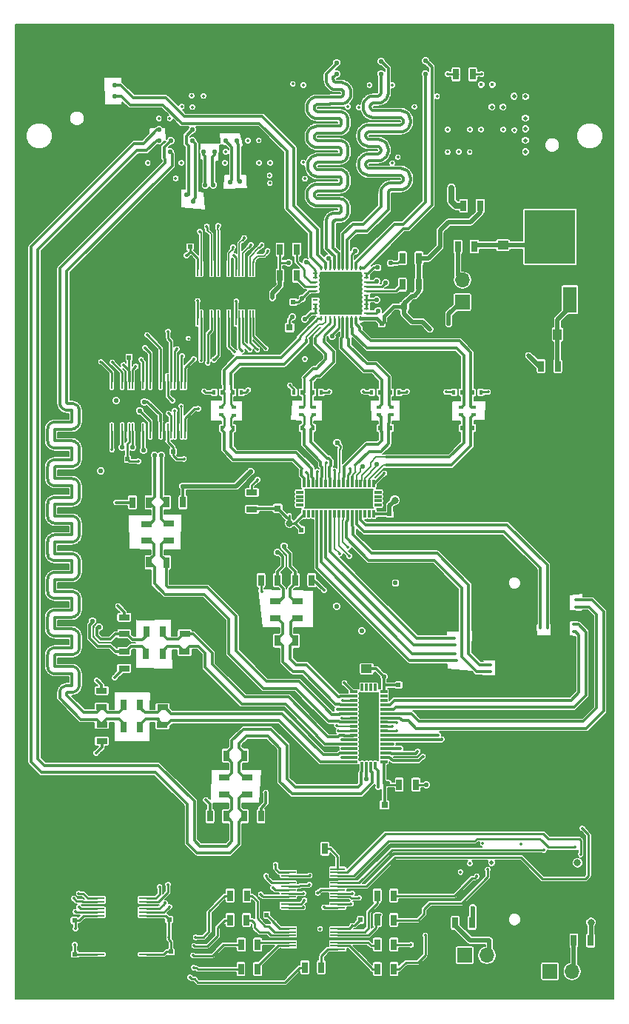
<source format=gtl>
%TF.GenerationSoftware,KiCad,Pcbnew,4.0.6*%
%TF.CreationDate,2017-07-29T17:48:30+03:00*%
%TF.ProjectId,FMC_MIPI_v1,464D435F4D4950495F76312E6B696361,rev?*%
%TF.FileFunction,Copper,L1,Top,Signal*%
%FSLAX46Y46*%
G04 Gerber Fmt 4.6, Leading zero omitted, Abs format (unit mm)*
G04 Created by KiCad (PCBNEW 4.0.6) date 07/29/17 17:48:30*
%MOMM*%
%LPD*%
G01*
G04 APERTURE LIST*
%ADD10C,0.100000*%
%ADD11C,0.600000*%
%ADD12R,0.400000X0.600000*%
%ADD13R,0.600000X0.400000*%
%ADD14R,0.700000X1.300000*%
%ADD15R,1.300000X0.700000*%
%ADD16R,0.228600X1.676400*%
%ADD17R,0.848360X0.299720*%
%ADD18R,0.299720X0.848360*%
%ADD19R,2.049780X7.548880*%
%ADD20C,0.508000*%
%ADD21R,0.254000X0.609600*%
%ADD22R,0.609600X0.254000*%
%ADD23R,4.597400X4.597400*%
%ADD24R,1.676400X0.228600*%
%ADD25R,1.000000X1.250000*%
%ADD26R,1.250000X1.000000*%
%ADD27R,0.800000X0.750000*%
%ADD28R,0.600000X0.500000*%
%ADD29R,0.500000X0.600000*%
%ADD30R,7.548880X2.049780*%
%ADD31R,0.750000X0.800000*%
%ADD32R,1.700000X1.700000*%
%ADD33O,1.700000X1.700000*%
%ADD34R,1.597660X2.999740*%
%ADD35R,5.798820X6.197600*%
%ADD36C,0.350000*%
%ADD37C,0.550000*%
%ADD38C,0.500000*%
%ADD39C,0.450000*%
%ADD40C,0.800000*%
%ADD41C,0.228600*%
%ADD42C,0.400000*%
%ADD43C,0.304800*%
%ADD44C,0.508000*%
%ADD45C,0.203200*%
%ADD46C,0.254000*%
%ADD47C,0.152400*%
%ADD48C,0.177800*%
%ADD49C,0.381000*%
%ADD50C,0.700000*%
G04 APERTURE END LIST*
D10*
D11*
X157480000Y-83185000D03*
X157607000Y-59486800D03*
X102946200Y-56413400D03*
X157530800Y-75920600D03*
X129565400Y-61569600D03*
X126339600Y-60960000D03*
X128828800Y-58420000D03*
X127457200Y-59105800D03*
X156235400Y-45567600D03*
X109321600Y-120675400D03*
X123139200Y-115087400D03*
X119684800Y-115011200D03*
X113258600Y-31318200D03*
X133426200Y-102133400D03*
X127381000Y-101117400D03*
X128524000Y-98044000D03*
X126441200Y-97332800D03*
X135839200Y-94869000D03*
X120116600Y-80391000D03*
X117729000Y-90373200D03*
X132232400Y-88087200D03*
X133705600Y-91668600D03*
X137896600Y-83718400D03*
X137083800Y-88392000D03*
X140868400Y-89027000D03*
X140868400Y-83972400D03*
X141655800Y-81127600D03*
X98069400Y-42646600D03*
X93091000Y-45135800D03*
X121640600Y-51257200D03*
X130708400Y-54305200D03*
X134035800Y-57581800D03*
X138811000Y-58216800D03*
X139166600Y-62763400D03*
X133197600Y-67259200D03*
X137769600Y-67970400D03*
X130225800Y-73482200D03*
X128600200Y-71043800D03*
X137287000Y-75717400D03*
X137490200Y-71501000D03*
X157607000Y-90170000D03*
X157759400Y-68300600D03*
X157505400Y-54584600D03*
X157556200Y-48869600D03*
X151663400Y-131089400D03*
X148793200Y-128828800D03*
X151130000Y-128828800D03*
X148640800Y-126542800D03*
X151257000Y-124841000D03*
X157276800Y-123444000D03*
X156184600Y-116459000D03*
X153390600Y-111328200D03*
X148971000Y-96062800D03*
X154838400Y-96926400D03*
X148818600Y-102438200D03*
X144805400Y-104571800D03*
X143129000Y-104216200D03*
X141046200Y-104597200D03*
X144907000Y-113969800D03*
X144856200Y-111429800D03*
X148158200Y-113004600D03*
X155956000Y-118821200D03*
X157708600Y-137693400D03*
X156972000Y-128193800D03*
X134137400Y-139471400D03*
X141605000Y-139446000D03*
X148031200Y-139496800D03*
X152196800Y-134239000D03*
X148183600Y-134772400D03*
X136271000Y-132867400D03*
X138607800Y-130759200D03*
X127711200Y-138353800D03*
X125044200Y-139268200D03*
X124002800Y-131648200D03*
X124383800Y-133400800D03*
X114884200Y-135890000D03*
X120954800Y-136829800D03*
X92608400Y-139065000D03*
X93573600Y-134670800D03*
X97561400Y-138277600D03*
X102768400Y-135102600D03*
X99009200Y-127838200D03*
X96875600Y-125780800D03*
X105918000Y-124891800D03*
X110159800Y-125069600D03*
X106248200Y-122504200D03*
X104571800Y-120370600D03*
X106019600Y-118135400D03*
X103251000Y-118110000D03*
X99999800Y-116636800D03*
X104775000Y-115747800D03*
X102743000Y-112623600D03*
X105410000Y-112725200D03*
X112953800Y-121793000D03*
X109397800Y-113893600D03*
X110413800Y-112191800D03*
X111861600Y-110744000D03*
X114198400Y-110363000D03*
X110921800Y-105079800D03*
X105232200Y-104368600D03*
X102616000Y-94564200D03*
X99745800Y-94640400D03*
X100228400Y-89077800D03*
X100279200Y-84886800D03*
X100507800Y-82346800D03*
X110413800Y-92557600D03*
X110515400Y-88239600D03*
X100761800Y-58826400D03*
X112674400Y-53619400D03*
X104648000Y-54762400D03*
X107391200Y-52044600D03*
X134797800Y-49428400D03*
X138963400Y-51028600D03*
X146126200Y-49276000D03*
X93421200Y-38125400D03*
X93421200Y-34239200D03*
X93649800Y-31927800D03*
X106131360Y-31927800D03*
X118612920Y-31927800D03*
X131094480Y-31927800D03*
X143576040Y-31927800D03*
X155930600Y-37338000D03*
X156006800Y-33985200D03*
X156057600Y-31927800D03*
X137160000Y-128016000D03*
X136347200Y-130327400D03*
X138658600Y-92506800D03*
D12*
X141851800Y-75412600D03*
X140951800Y-75412600D03*
D13*
X143205200Y-73906800D03*
X143205200Y-73006800D03*
D12*
X141851800Y-71340880D03*
X140951800Y-71340880D03*
D13*
X141757400Y-73906800D03*
X141757400Y-73006800D03*
D12*
X143110800Y-71340880D03*
X144010800Y-71340880D03*
X143136200Y-75412600D03*
X144036200Y-75412600D03*
X132479200Y-75412600D03*
X131579200Y-75412600D03*
X133738200Y-75412600D03*
X134638200Y-75412600D03*
D13*
X133832600Y-73906800D03*
X133832600Y-73006800D03*
D12*
X132453800Y-71340880D03*
X131553800Y-71340880D03*
X133738200Y-71348600D03*
X134638200Y-71348600D03*
D13*
X132359400Y-73906800D03*
X132359400Y-73006800D03*
D14*
X143088400Y-34975800D03*
X141188400Y-34975800D03*
X114935000Y-119811800D03*
X113035000Y-119811800D03*
X116967000Y-119786400D03*
X118867000Y-119786400D03*
D15*
X100634800Y-107340400D03*
X100634800Y-105440400D03*
X100660200Y-109321600D03*
X100660200Y-111221600D03*
X103225600Y-98958400D03*
X103225600Y-97058400D03*
X103225600Y-100990400D03*
X103225600Y-102890400D03*
D14*
X106070400Y-83921600D03*
X104170400Y-83921600D03*
X108051600Y-83896200D03*
X109951600Y-83896200D03*
X120777000Y-92811600D03*
X118877000Y-92811600D03*
X122783600Y-92811600D03*
X124683600Y-92811600D03*
D15*
X114630200Y-115407400D03*
X114630200Y-117307400D03*
X117271800Y-115407400D03*
X117271800Y-117307400D03*
D14*
X114935000Y-112877600D03*
X113035000Y-112877600D03*
X116956800Y-112877600D03*
X118856800Y-112877600D03*
X105054400Y-107031400D03*
X103154400Y-107031400D03*
X105054400Y-109626400D03*
X103154400Y-109626400D03*
D15*
X107619800Y-107365800D03*
X107619800Y-105465800D03*
X107594400Y-109347000D03*
X107594400Y-111247000D03*
D14*
X107645200Y-98653600D03*
X105745200Y-98653600D03*
X107619800Y-101269800D03*
X105719800Y-101269800D03*
D15*
X110159800Y-98958400D03*
X110159800Y-97058400D03*
X110134400Y-100965000D03*
X110134400Y-102865000D03*
X105791000Y-88290400D03*
X105791000Y-86390400D03*
X108356400Y-88265000D03*
X108356400Y-86365000D03*
D14*
X106070400Y-90754200D03*
X104170400Y-90754200D03*
X108051600Y-90779600D03*
X109951600Y-90779600D03*
D15*
X120472200Y-97155000D03*
X120472200Y-95255000D03*
X123088400Y-97155000D03*
X123088400Y-95255000D03*
D14*
X120777000Y-99720400D03*
X118877000Y-99720400D03*
X122800000Y-99745800D03*
X124700000Y-99745800D03*
D16*
X110594140Y-70104000D03*
X110192820Y-70104000D03*
X109794040Y-70104000D03*
X109392720Y-70104000D03*
X108993940Y-70104000D03*
X108592620Y-70104000D03*
X108193840Y-70104000D03*
X107792520Y-70104000D03*
X107393740Y-70104000D03*
X106992420Y-70104000D03*
X106593640Y-70104000D03*
X106192320Y-70104000D03*
X105796080Y-70104000D03*
X105394760Y-70104000D03*
X104995980Y-70104000D03*
X104594660Y-70104000D03*
X104195880Y-70104000D03*
X103794560Y-70104000D03*
X103395780Y-70104000D03*
X102994460Y-70104000D03*
X102595680Y-70104000D03*
X102194360Y-70104000D03*
X101795580Y-70104000D03*
X101394260Y-70104000D03*
X101394260Y-75742800D03*
X101795580Y-75742800D03*
X102194360Y-75742800D03*
X102595680Y-75742800D03*
X102994460Y-75742800D03*
X103395780Y-75742800D03*
X103794560Y-75742800D03*
X104195880Y-75742800D03*
X104594660Y-75742800D03*
X104995980Y-75742800D03*
X105394760Y-75742800D03*
X105796080Y-75742800D03*
X106192320Y-75742800D03*
X106593640Y-75742800D03*
X106992420Y-75742800D03*
X107393740Y-75742800D03*
X107792520Y-75742800D03*
X108193840Y-75742800D03*
X108592620Y-75742800D03*
X108993940Y-75742800D03*
X109392720Y-75742800D03*
X109794040Y-75742800D03*
X110192820Y-75742800D03*
X110594140Y-75742800D03*
D17*
X132925000Y-113549360D03*
X132925000Y-113048980D03*
X132925000Y-112551140D03*
X132925000Y-112050760D03*
X132925000Y-111550380D03*
X132925000Y-111050000D03*
X132925000Y-110549620D03*
X132925000Y-110049240D03*
X132925000Y-109551400D03*
X132925000Y-109053560D03*
X132925000Y-108553180D03*
X132925000Y-108052800D03*
X132925000Y-107552420D03*
X132925000Y-107052040D03*
X132925000Y-106551660D03*
X132925000Y-106053820D03*
X132925000Y-105553440D03*
D18*
X131949640Y-105078460D03*
X131449260Y-105078460D03*
X130951420Y-105078460D03*
X130451040Y-105078460D03*
D17*
X129475680Y-105553440D03*
X129475680Y-106053820D03*
X129475680Y-106551660D03*
X129475680Y-107052040D03*
X129475680Y-107552420D03*
X129475680Y-108052800D03*
X129475680Y-108553180D03*
X129475680Y-109053560D03*
X129475680Y-109551400D03*
X129475680Y-110049240D03*
X129475680Y-110549620D03*
X129475680Y-111050000D03*
X129475680Y-111550380D03*
X129475680Y-112050760D03*
X129475680Y-112551140D03*
X129475680Y-113048980D03*
X129475680Y-113549360D03*
D18*
X130451040Y-114024340D03*
X130951420Y-114024340D03*
X131449260Y-114024340D03*
X131949640Y-114024340D03*
D19*
X131200340Y-109551400D03*
D20*
X131606740Y-106401800D03*
X131606740Y-107189200D03*
X131606740Y-107976600D03*
X131606740Y-108764000D03*
X131606740Y-109551400D03*
X131606740Y-110338800D03*
X131606740Y-111126200D03*
X131606740Y-111913600D03*
X131606740Y-112701000D03*
X130793940Y-106401800D03*
X130793940Y-107189200D03*
X130793940Y-107976600D03*
X130793940Y-108764000D03*
X130793940Y-109551400D03*
X130793940Y-110338800D03*
X130793940Y-111126200D03*
X130793940Y-111913600D03*
X130793940Y-112701000D03*
D21*
X130247900Y-57104400D03*
X129747520Y-57104400D03*
X129249680Y-57104400D03*
X128749300Y-57104400D03*
X128248920Y-57104400D03*
X127751080Y-57104400D03*
X127250700Y-57104400D03*
X126750320Y-57104400D03*
X126252480Y-57104400D03*
X125752100Y-57104400D03*
D22*
X125104400Y-57752100D03*
X125104400Y-58252480D03*
X125104400Y-58750320D03*
X125104400Y-59250700D03*
X125104400Y-59751080D03*
X125104400Y-60248920D03*
X125104400Y-60749300D03*
X125104400Y-61249680D03*
X125104400Y-61747520D03*
X125104400Y-62247900D03*
D21*
X125752100Y-62895600D03*
X126252480Y-62895600D03*
X126750320Y-62895600D03*
X127250700Y-62895600D03*
X127751080Y-62895600D03*
X128248920Y-62895600D03*
X128749300Y-62895600D03*
X129249680Y-62895600D03*
X129747520Y-62895600D03*
X130247900Y-62895600D03*
D22*
X130895600Y-62247900D03*
X130895600Y-61747520D03*
X130895600Y-61249680D03*
X130895600Y-60749300D03*
X130895600Y-60248920D03*
X130895600Y-59751080D03*
X130895600Y-59250700D03*
X130895600Y-58750320D03*
X130895600Y-58252480D03*
X130895600Y-57752100D03*
D23*
X128000000Y-60000000D03*
D12*
X115704200Y-71340880D03*
X116604200Y-71340880D03*
X114419800Y-71340880D03*
X113519800Y-71340880D03*
D13*
X115773200Y-73932200D03*
X115773200Y-73032200D03*
X114325400Y-73906800D03*
X114325400Y-73006800D03*
D12*
X115678800Y-75412600D03*
X116578800Y-75412600D03*
X114419800Y-75412600D03*
X113519800Y-75412600D03*
X124848200Y-71340880D03*
X125748200Y-71340880D03*
X123563800Y-71340880D03*
X122663800Y-71340880D03*
D13*
X124917200Y-73906800D03*
X124917200Y-73006800D03*
X123469400Y-73906800D03*
X123469400Y-73006800D03*
D12*
X124822800Y-75387200D03*
X125722800Y-75387200D03*
X123589200Y-75412600D03*
X122689200Y-75412600D03*
D16*
X118399780Y-57180600D03*
X117998460Y-57180600D03*
X117599680Y-57180600D03*
X117198360Y-57180600D03*
X116799580Y-57180600D03*
X116398260Y-57180600D03*
X115999480Y-57180600D03*
X115598160Y-57180600D03*
X115199380Y-57180600D03*
X114798060Y-57180600D03*
X114399280Y-57180600D03*
X113997960Y-57180600D03*
X113601720Y-57180600D03*
X113200400Y-57180600D03*
X112801620Y-57180600D03*
X112400300Y-57180600D03*
X112001520Y-57180600D03*
X111600200Y-57180600D03*
X111201420Y-57180600D03*
X110800100Y-57180600D03*
X110401320Y-57180600D03*
X110000000Y-57180600D03*
X109601220Y-57180600D03*
X109199900Y-57180600D03*
X109199900Y-62819400D03*
X109601220Y-62819400D03*
X110000000Y-62819400D03*
X110401320Y-62819400D03*
X110800100Y-62819400D03*
X111201420Y-62819400D03*
X111600200Y-62819400D03*
X112001520Y-62819400D03*
X112400300Y-62819400D03*
X112801620Y-62819400D03*
X113200400Y-62819400D03*
X113601720Y-62819400D03*
X113997960Y-62819400D03*
X114399280Y-62819400D03*
X114798060Y-62819400D03*
X115199380Y-62819400D03*
X115598160Y-62819400D03*
X115999480Y-62819400D03*
X116398260Y-62819400D03*
X116799580Y-62819400D03*
X117198360Y-62819400D03*
X117599680Y-62819400D03*
X117998460Y-62819400D03*
X118399780Y-62819400D03*
D24*
X127650000Y-135025300D03*
X127650000Y-134623980D03*
X127650000Y-134225200D03*
X127650000Y-133823880D03*
X127650000Y-133425100D03*
X127650000Y-133023780D03*
X127650000Y-132625000D03*
X127650000Y-132223680D03*
X127650000Y-131824900D03*
X127650000Y-131423580D03*
X127650000Y-131024800D03*
X127650000Y-130623480D03*
X127650000Y-130227240D03*
X127650000Y-129825920D03*
X127650000Y-129427140D03*
X127650000Y-129025820D03*
X127650000Y-128627040D03*
X127650000Y-128225720D03*
X127650000Y-127826940D03*
X127650000Y-127425620D03*
X127650000Y-127026840D03*
X127650000Y-126625520D03*
X127650000Y-126226740D03*
X127650000Y-125825420D03*
X122011200Y-125825420D03*
X122011200Y-126226740D03*
X122011200Y-126625520D03*
X122011200Y-127026840D03*
X122011200Y-127425620D03*
X122011200Y-127826940D03*
X122011200Y-128225720D03*
X122011200Y-128627040D03*
X122011200Y-129025820D03*
X122011200Y-129427140D03*
X122011200Y-129825920D03*
X122011200Y-130227240D03*
X122011200Y-130623480D03*
X122011200Y-131024800D03*
X122011200Y-131423580D03*
X122011200Y-131824900D03*
X122011200Y-132223680D03*
X122011200Y-132625000D03*
X122011200Y-133023780D03*
X122011200Y-133425100D03*
X122011200Y-133823880D03*
X122011200Y-134225200D03*
X122011200Y-134623980D03*
X122011200Y-135025300D03*
D14*
X117256600Y-128879600D03*
X115356600Y-128879600D03*
X117231200Y-131673600D03*
X115331200Y-131673600D03*
X118501200Y-134493000D03*
X116601200Y-134493000D03*
X118475800Y-137287000D03*
X116575800Y-137287000D03*
X123891000Y-137099000D03*
X125791000Y-137099000D03*
X124272000Y-123510000D03*
X126172000Y-123510000D03*
X134096800Y-137287000D03*
X132196800Y-137287000D03*
X134086600Y-134493000D03*
X132186600Y-134493000D03*
X134086600Y-131673600D03*
X132186600Y-131673600D03*
X134071400Y-128879600D03*
X132171400Y-128879600D03*
X134686000Y-116205000D03*
X136586000Y-116205000D03*
D15*
X117830600Y-84693800D03*
X117830600Y-82793800D03*
D24*
X100126800Y-128790700D03*
X100126800Y-129192020D03*
X100126800Y-129590800D03*
X100126800Y-129992120D03*
X100126800Y-130390900D03*
X100126800Y-130792220D03*
X100126800Y-131191000D03*
X100126800Y-131592320D03*
X100126800Y-131991100D03*
X100126800Y-132392420D03*
X100126800Y-132791200D03*
X100126800Y-133192520D03*
X100126800Y-133588760D03*
X100126800Y-133990080D03*
X100126800Y-134388860D03*
X100126800Y-134790180D03*
X100126800Y-135188960D03*
X100126800Y-135590280D03*
X100126800Y-135989060D03*
X100126800Y-136390380D03*
X100126800Y-136789160D03*
X100126800Y-137190480D03*
X100126800Y-137589260D03*
X100126800Y-137990580D03*
X105765600Y-137990580D03*
X105765600Y-137589260D03*
X105765600Y-137190480D03*
X105765600Y-136789160D03*
X105765600Y-136390380D03*
X105765600Y-135989060D03*
X105765600Y-135590280D03*
X105765600Y-135188960D03*
X105765600Y-134790180D03*
X105765600Y-134388860D03*
X105765600Y-133990080D03*
X105765600Y-133588760D03*
X105765600Y-133192520D03*
X105765600Y-132791200D03*
X105765600Y-132392420D03*
X105765600Y-131991100D03*
X105765600Y-131592320D03*
X105765600Y-131191000D03*
X105765600Y-130792220D03*
X105765600Y-130390900D03*
X105765600Y-129992120D03*
X105765600Y-129590800D03*
X105765600Y-129192020D03*
X105765600Y-128790700D03*
D14*
X121050000Y-58000000D03*
X122950000Y-58000000D03*
X121050000Y-55000000D03*
X122950000Y-55000000D03*
X135050000Y-56000000D03*
X136950000Y-56000000D03*
X135050000Y-59000000D03*
X136950000Y-59000000D03*
X143950000Y-50000000D03*
X142050000Y-50000000D03*
D25*
X152800000Y-64700000D03*
X150800000Y-64700000D03*
D26*
X146550000Y-54499000D03*
X146550000Y-56499000D03*
D14*
X152825000Y-68350000D03*
X150925000Y-68350000D03*
X143012200Y-132003800D03*
X141112200Y-132003800D03*
X154665600Y-134010400D03*
X156565600Y-134010400D03*
D27*
X135250000Y-61500000D03*
X136750000Y-61500000D03*
X122136600Y-63931800D03*
X120636600Y-63931800D03*
D28*
X122550000Y-61000000D03*
X121450000Y-61000000D03*
X132700000Y-63500000D03*
X133800000Y-63500000D03*
D14*
X141391600Y-54660800D03*
X143291600Y-54660800D03*
D28*
X96436000Y-131724400D03*
X97536000Y-131724400D03*
D29*
X119532400Y-130006000D03*
X119532400Y-131106000D03*
D28*
X109465200Y-131597400D03*
X108365200Y-131597400D03*
D29*
X130251200Y-130564800D03*
X130251200Y-131664800D03*
D18*
X123789240Y-85211060D03*
X124289620Y-85211060D03*
X124787460Y-85211060D03*
X125287840Y-85211060D03*
X125788220Y-85211060D03*
X126288600Y-85211060D03*
X126788980Y-85211060D03*
X127289360Y-85211060D03*
X127787200Y-85211060D03*
X128285040Y-85211060D03*
X128785420Y-85211060D03*
X129285800Y-85211060D03*
X129786180Y-85211060D03*
X130286560Y-85211060D03*
X130786940Y-85211060D03*
X131284780Y-85211060D03*
X131785160Y-85211060D03*
D17*
X132260140Y-84235700D03*
X132260140Y-83735320D03*
X132260140Y-83237480D03*
X132260140Y-82737100D03*
D18*
X131785160Y-81761740D03*
X131284780Y-81761740D03*
X130786940Y-81761740D03*
X130286560Y-81761740D03*
X129786180Y-81761740D03*
X129285800Y-81761740D03*
X128785420Y-81761740D03*
X128285040Y-81761740D03*
X127787200Y-81761740D03*
X127289360Y-81761740D03*
X126788980Y-81761740D03*
X126288600Y-81761740D03*
X125788220Y-81761740D03*
X125287840Y-81761740D03*
X124787460Y-81761740D03*
X124289620Y-81761740D03*
X123789240Y-81761740D03*
D17*
X123314260Y-82737100D03*
X123314260Y-83237480D03*
X123314260Y-83735320D03*
X123314260Y-84235700D03*
D30*
X127787200Y-83486400D03*
D20*
X130936800Y-83892800D03*
X130149400Y-83892800D03*
X129362000Y-83892800D03*
X128574600Y-83892800D03*
X127787200Y-83892800D03*
X126999800Y-83892800D03*
X126212400Y-83892800D03*
X125425000Y-83892800D03*
X124637600Y-83892800D03*
X130936800Y-83080000D03*
X130149400Y-83080000D03*
X129362000Y-83080000D03*
X128574600Y-83080000D03*
X127787200Y-83080000D03*
X126999800Y-83080000D03*
X126212400Y-83080000D03*
X125425000Y-83080000D03*
X124637600Y-83080000D03*
D29*
X103784400Y-66252000D03*
X103784400Y-67352000D03*
X103606600Y-80077400D03*
X103606600Y-78977400D03*
D28*
X109660600Y-54686200D03*
X110760600Y-54686200D03*
D31*
X120802400Y-84620800D03*
X120802400Y-83120800D03*
D29*
X123494800Y-87054600D03*
X123494800Y-88154600D03*
D28*
X133587400Y-85267800D03*
X134687400Y-85267800D03*
D26*
X130962400Y-102955600D03*
X130962400Y-100955600D03*
D27*
X133007800Y-118516400D03*
X131507800Y-118516400D03*
D28*
X134603400Y-104800400D03*
X135703400Y-104800400D03*
X96478000Y-135585200D03*
X97578000Y-135585200D03*
X109668400Y-135305800D03*
X108568400Y-135305800D03*
X109922400Y-78079600D03*
X108822400Y-78079600D03*
D32*
X142189200Y-135712200D03*
D33*
X144729200Y-135712200D03*
D32*
X151942800Y-137541000D03*
D33*
X154482800Y-137541000D03*
D32*
X141909800Y-61036200D03*
D33*
X141909800Y-58496200D03*
D34*
X149671620Y-60743060D03*
D35*
X151950000Y-53565020D03*
D34*
X154228380Y-60743060D03*
D36*
X105994200Y-77241400D03*
X104825800Y-77089000D03*
X108331000Y-72847200D03*
X103784400Y-72390000D03*
X108432600Y-41275000D03*
X109805800Y-43764200D03*
X113538000Y-38684200D03*
X117373400Y-38709600D03*
X146608800Y-42570400D03*
X130048000Y-36169600D03*
X123698000Y-37439600D03*
X121208800Y-37566600D03*
X121158000Y-38785800D03*
X118567200Y-36118800D03*
X117373400Y-41376600D03*
X116078000Y-36220400D03*
X131927600Y-64414400D03*
X133426200Y-64414400D03*
X138303000Y-61468000D03*
X135153400Y-38582600D03*
X135153400Y-37515800D03*
X136423400Y-36169600D03*
X136448800Y-34899600D03*
X141503400Y-37490400D03*
X146583400Y-37439600D03*
X147904200Y-38709600D03*
X142773400Y-42519600D03*
X144043400Y-40005000D03*
X142773400Y-38735000D03*
X140182600Y-39979600D03*
D37*
X134264400Y-93141800D03*
X127558800Y-95783400D03*
D36*
X118999000Y-94157800D03*
X126085600Y-93980000D03*
X119430800Y-117094000D03*
X112572800Y-117932200D03*
X100025200Y-112572800D03*
X100076000Y-104267000D03*
X102108000Y-103962200D03*
X102514400Y-95758000D03*
X102311200Y-83921600D03*
X112344200Y-71196200D03*
X117416670Y-71051330D03*
D37*
X109931200Y-82067400D03*
X117678200Y-80391000D03*
D36*
X122174000Y-70535800D03*
X126669800Y-71272400D03*
X130581400Y-71221600D03*
X135585200Y-71221600D03*
X144856200Y-71297800D03*
X140030200Y-71297800D03*
D37*
X140360400Y-63449200D03*
D36*
X140233400Y-34925000D03*
X136448800Y-38684200D03*
X144094200Y-34925000D03*
X139014200Y-37490400D03*
X122504200Y-36068000D03*
X105156000Y-67589400D03*
X123723400Y-36195000D03*
X104546400Y-68376800D03*
X109855000Y-67183000D03*
X131292600Y-36195000D03*
X111175800Y-67538600D03*
X133908800Y-36195000D03*
X123901200Y-67513200D03*
X128803400Y-38658800D03*
X105841800Y-64770000D03*
X130048000Y-38760400D03*
X105613200Y-66243200D03*
X109728000Y-72923400D03*
X128193800Y-106553000D03*
X111683800Y-73202800D03*
X128422400Y-104571800D03*
X108280200Y-73736200D03*
X128143000Y-108559600D03*
X108991400Y-73431402D03*
X127584200Y-107543600D03*
X128143000Y-111048800D03*
D37*
X104978200Y-73431400D03*
D36*
X127736600Y-110058200D03*
D37*
X105511600Y-72415400D03*
X104190800Y-77596998D03*
D36*
X128168400Y-113055400D03*
X128168313Y-112054179D03*
D37*
X105435400Y-77978000D03*
D36*
X101828600Y-77901800D03*
X132283200Y-116459000D03*
D37*
X102997000Y-77622400D03*
X130937000Y-115519200D03*
X102133400Y-36195000D03*
X102133400Y-37490400D03*
D36*
X132994400Y-80594200D03*
X119430800Y-66319400D03*
X118440200Y-66421000D03*
D37*
X132130800Y-79578200D03*
D36*
X117602000Y-66471800D03*
D37*
X130530600Y-79781400D03*
D36*
X116687600Y-66573400D03*
X129032000Y-80086200D03*
X115824000Y-66725800D03*
X127304800Y-80264000D03*
X113487200Y-67614800D03*
X126314200Y-79425800D03*
X112776000Y-67945000D03*
X125298200Y-80416400D03*
X112014000Y-67665600D03*
X124104400Y-80518000D03*
X133959600Y-111556800D03*
X154863800Y-95049600D03*
X134848600Y-112064800D03*
X154863800Y-95907600D03*
X136805852Y-112371052D03*
X137412548Y-112977748D03*
X139166600Y-110540800D03*
X154609752Y-97861045D03*
X139573000Y-110998000D03*
X154609752Y-98719045D03*
X141249400Y-102006404D03*
X141097000Y-101193600D03*
X141097000Y-100228400D03*
X140995400Y-99415600D03*
X145110200Y-103301800D03*
X145110204Y-102489000D03*
X150802600Y-98298000D03*
X151660600Y-98298000D03*
D37*
X127558800Y-34925000D03*
X127533400Y-33629600D03*
X132638800Y-33477200D03*
X132613400Y-34899600D03*
X137718802Y-33426400D03*
X137668000Y-34925000D03*
X102285800Y-72288400D03*
X100558600Y-80340200D03*
D36*
X108737400Y-72288400D03*
X120319800Y-131927600D03*
X120269000Y-127990600D03*
X97561400Y-134518400D03*
X103174800Y-68224400D03*
X115798600Y-55702200D03*
X110363000Y-55676800D03*
D38*
X149148800Y-43815000D03*
X149123400Y-42519600D03*
X149148800Y-41198800D03*
X149123400Y-39979600D03*
D36*
X97663000Y-132676900D03*
X114833400Y-43815000D03*
X111887000Y-52933600D03*
X114731800Y-45110400D03*
X112674400Y-52374800D03*
X117373400Y-42570400D03*
X113969800Y-52273200D03*
X118618000Y-42519600D03*
X115671600Y-54711600D03*
X118668800Y-45110400D03*
X116967000Y-53670200D03*
X119938800Y-45110400D03*
X117729000Y-54457600D03*
X119888000Y-47421800D03*
X118948200Y-54508400D03*
X119862600Y-46532800D03*
X119634000Y-55143400D03*
X137668000Y-133426200D03*
X136042400Y-134493000D03*
X144830800Y-125907800D03*
X143560800Y-126669800D03*
X155625800Y-121183400D03*
X144246600Y-122910600D03*
X126060200Y-130225800D03*
X148615400Y-122961400D03*
X129184400Y-129819400D03*
X151257000Y-123647200D03*
X141706600Y-126187200D03*
X130098800Y-129133600D03*
X154838400Y-123367800D03*
X142773400Y-125222000D03*
X129311400Y-128625600D03*
X155448000Y-124155200D03*
X111633000Y-60883800D03*
X116052600Y-60934600D03*
X110058200Y-78943200D03*
X104825800Y-79222600D03*
X129286000Y-132334000D03*
X125374400Y-128574800D03*
X125628400Y-132689600D03*
X107188000Y-40030400D03*
X111175800Y-137109200D03*
X105918000Y-45085000D03*
X111074200Y-135712200D03*
X109118400Y-46863000D03*
X111226600Y-134620000D03*
X109778800Y-45110400D03*
X111404400Y-133654800D03*
X140233400Y-41275000D03*
X123698000Y-130225800D03*
X140233400Y-43865800D03*
X123850400Y-129438400D03*
X118846600Y-128752600D03*
X141503400Y-43840400D03*
X142748000Y-43865800D03*
X123748800Y-128625600D03*
X142798800Y-41300400D03*
X124409200Y-127609600D03*
X144068800Y-41275000D03*
X119456200Y-126619000D03*
X146608800Y-41300400D03*
X124460000Y-126568200D03*
X147878800Y-41351200D03*
X120548400Y-125374400D03*
X108432600Y-40005000D03*
X110744000Y-138226800D03*
D37*
X137795000Y-116205000D03*
D36*
X134366000Y-110032800D03*
X118465600Y-81330800D03*
X127889000Y-89763600D03*
X109804200Y-38658800D03*
X98018600Y-128625600D03*
X111023400Y-38709600D03*
X97459800Y-129209800D03*
X110947200Y-37414200D03*
X98044000Y-130175000D03*
X112293400Y-37439596D03*
X97637600Y-130733800D03*
D37*
X132308600Y-62001400D03*
X123875800Y-62941200D03*
X124028200Y-56464200D03*
X132232400Y-57073800D03*
X133705600Y-56565800D03*
X133146800Y-58826400D03*
X132130800Y-58648600D03*
X132105400Y-60756800D03*
D36*
X107873800Y-129717800D03*
X133883400Y-109550200D03*
X108381800Y-130149600D03*
X134366000Y-109067600D03*
X107264200Y-127914400D03*
X128955800Y-90068400D03*
X108254800Y-127609600D03*
X128828800Y-89052400D03*
D37*
X130403600Y-98602800D03*
D36*
X120192800Y-60528200D03*
D39*
X138201400Y-64109600D03*
D37*
X122021600Y-56489600D03*
D36*
X108356400Y-133629400D03*
D40*
X134188200Y-83667600D03*
D37*
X132943600Y-103835200D03*
D11*
X127584200Y-77089000D03*
D36*
X127558800Y-109423200D03*
D37*
X133400800Y-116027200D03*
X123596400Y-60553600D03*
X122478800Y-62712600D03*
D40*
X122123200Y-86309200D03*
D37*
X127000000Y-64922400D03*
X129616200Y-55194200D03*
X126568200Y-55981600D03*
D38*
X147828000Y-37465000D03*
X146558000Y-38709599D03*
X145288000Y-38709600D03*
X140665200Y-47955200D03*
X149148800Y-37515800D03*
D39*
X144068806Y-36144200D03*
X145338800Y-36144200D03*
X149504400Y-67132200D03*
D38*
X145262600Y-125120402D03*
D11*
X143103600Y-130327400D03*
D40*
X156641800Y-131953000D03*
X155092400Y-125120400D03*
D37*
X107226100Y-42519600D03*
X107226100Y-41300400D03*
X108483400Y-43815000D03*
X108534200Y-42570400D03*
X111106389Y-49520770D03*
X100323059Y-98214859D03*
X111023400Y-42545000D03*
X110358271Y-48772652D03*
X99574941Y-97466741D03*
X111048800Y-41275000D03*
X106680000Y-78536800D03*
X112505120Y-47625000D03*
X112293400Y-43789600D03*
X107492800Y-78536800D03*
X113411000Y-47599600D03*
X113588800Y-43815000D03*
X115316000Y-47269400D03*
X114808000Y-42519600D03*
X120748158Y-89661678D03*
X116433600Y-47218600D03*
X116103400Y-42545000D03*
X121496276Y-88913560D03*
D36*
X133906010Y-45135800D03*
X109245400Y-66370200D03*
X134525000Y-44445000D03*
X108254800Y-64363600D03*
X123723400Y-45034200D03*
X101851460Y-67894200D03*
X123901200Y-46913800D03*
X100558600Y-67843400D03*
D41*
X110523200Y-65151000D02*
X110573200Y-65151000D01*
X109392720Y-75742800D02*
X109413039Y-75763119D01*
X109413039Y-75763119D02*
X109413039Y-76794361D01*
X109413039Y-76794361D02*
X109778800Y-77160122D01*
X109778800Y-77160122D02*
X109778800Y-77986000D01*
X109778800Y-77986000D02*
X109872400Y-78079600D01*
X109872400Y-78079600D02*
X109922400Y-78079600D01*
X127650000Y-131824900D02*
X127650000Y-132223680D01*
X127650000Y-130623480D02*
X127650000Y-131024800D01*
X126518260Y-129362200D02*
X125907800Y-129362200D01*
X127650000Y-129427140D02*
X126583200Y-129427140D01*
X126583200Y-129427140D02*
X126518260Y-129362200D01*
X127650000Y-127026840D02*
X125703160Y-127026840D01*
X106593640Y-75742800D02*
X106593640Y-76921360D01*
X106593640Y-76921360D02*
X106448599Y-77066401D01*
X106448599Y-77066401D02*
X106169199Y-77066401D01*
X106169199Y-77066401D02*
X105994200Y-77241400D01*
X104673400Y-74353420D02*
X103230680Y-74353420D01*
X103230680Y-74353420D02*
X103151940Y-74432160D01*
X104995980Y-75742800D02*
X104995980Y-74676000D01*
X104995980Y-74676000D02*
X104673400Y-74353420D01*
X103880920Y-73837800D02*
X103746300Y-73837800D01*
X103746300Y-73837800D02*
X103151940Y-74432160D01*
X104594660Y-74551540D02*
X103880920Y-73837800D01*
X104594660Y-75742800D02*
X104594660Y-74551540D01*
X102194360Y-75742800D02*
X102194360Y-74676000D01*
X102194360Y-74676000D02*
X102438200Y-74432160D01*
X102438200Y-74432160D02*
X103151940Y-74432160D01*
X103395780Y-74676000D02*
X103395780Y-75742800D01*
X103151940Y-74432160D02*
X103395780Y-74676000D01*
X102595680Y-75742800D02*
X102194360Y-75742800D01*
X100888800Y-76708000D02*
X100888800Y-77292200D01*
X100736400Y-76194920D02*
X100736400Y-76555600D01*
X100736400Y-76555600D02*
X100888800Y-76708000D01*
X100771960Y-76022200D02*
X100771960Y-76159360D01*
X100771960Y-76159360D02*
X100736400Y-76194920D01*
X101394260Y-75742800D02*
X101051360Y-75742800D01*
X101051360Y-75742800D02*
X100771960Y-76022200D01*
X107792520Y-75742800D02*
X107792520Y-76776582D01*
X107792520Y-76776582D02*
X107327702Y-77241400D01*
X107327702Y-77241400D02*
X106241687Y-77241400D01*
X106241687Y-77241400D02*
X105994200Y-77241400D01*
X106992420Y-75742800D02*
X106593640Y-75742800D01*
X105796080Y-76809600D02*
X105796080Y-75742800D01*
X105796080Y-76809600D02*
X105826558Y-76809600D01*
X105826558Y-76809600D02*
X105994200Y-76977242D01*
X105994200Y-76977242D02*
X105994200Y-76993913D01*
X105994200Y-76993913D02*
X105994200Y-77241400D01*
X104749600Y-75742800D02*
X104995980Y-75742800D01*
X104594660Y-75742800D02*
X104749600Y-75742800D01*
X104749600Y-75742800D02*
X104749600Y-77012800D01*
X104749600Y-77012800D02*
X104825800Y-77089000D01*
X111404400Y-76210160D02*
X111404400Y-76647600D01*
X111404400Y-76647600D02*
X109972400Y-78079600D01*
X109972400Y-78079600D02*
X109922400Y-78079600D01*
X110594140Y-75742800D02*
X110937040Y-75742800D01*
X110937040Y-75742800D02*
X111404400Y-76210160D01*
X106992420Y-70104000D02*
X106992420Y-71508620D01*
X106992420Y-71508620D02*
X108331000Y-72847200D01*
X106992420Y-70104000D02*
X106593640Y-70104000D01*
X107792520Y-70104000D02*
X107792520Y-72308720D01*
X107792520Y-72308720D02*
X108331000Y-72847200D01*
X101394260Y-70104000D02*
X101051360Y-70104000D01*
X100711000Y-70444360D02*
X100711000Y-69799200D01*
X101051360Y-70104000D02*
X100711000Y-70444360D01*
X100711000Y-69799200D02*
X100584000Y-69926200D01*
X100584000Y-69926200D02*
X100584000Y-70815200D01*
X100584000Y-70815200D02*
X101269800Y-71501000D01*
X101269800Y-71501000D02*
X101904800Y-71501000D01*
X101904800Y-71501000D02*
X102194360Y-71211440D01*
X102194360Y-71211440D02*
X102194360Y-70104000D01*
X102194360Y-70104000D02*
X102595680Y-70104000D01*
X104698800Y-71125080D02*
X104698800Y-71475600D01*
X104698800Y-71475600D02*
X103784400Y-72390000D01*
X104995980Y-70104000D02*
X104995980Y-70827900D01*
X104995980Y-70827900D02*
X104698800Y-71125080D01*
X104594660Y-70104000D02*
X104594660Y-71020940D01*
X104594660Y-71020940D02*
X104576881Y-71038719D01*
X104576881Y-71038719D02*
X104576881Y-71597519D01*
X104576881Y-71597519D02*
X103959399Y-72215001D01*
X103959399Y-72215001D02*
X103784400Y-72390000D01*
X103378000Y-71188580D02*
X103378000Y-71983600D01*
X103378000Y-71983600D02*
X103784400Y-72390000D01*
X103395780Y-70104000D02*
X103395780Y-71170800D01*
X103395780Y-71170800D02*
X103378000Y-71188580D01*
X109931200Y-71907400D02*
X109956600Y-71882000D01*
X109804200Y-71907400D02*
X109931200Y-71907400D01*
X109397800Y-71501000D02*
X109804200Y-71907400D01*
X109397800Y-71175880D02*
X109397800Y-71501000D01*
X109392720Y-70104000D02*
X109392720Y-71170800D01*
X109392720Y-71170800D02*
X109397800Y-71175880D01*
X110594140Y-70104000D02*
X110937040Y-70104000D01*
X110937040Y-70104000D02*
X111140240Y-70307200D01*
X107823000Y-40589200D02*
X100126800Y-40589200D01*
X100126800Y-40589200D02*
X98069400Y-42646600D01*
X108257601Y-41023801D02*
X107823000Y-40589200D01*
X108432600Y-41275000D02*
X108257601Y-41100001D01*
X108257601Y-41100001D02*
X108257601Y-41023801D01*
X113538000Y-38684200D02*
X117348000Y-38684200D01*
X117348000Y-38684200D02*
X117373400Y-38709600D01*
X117373400Y-38709600D02*
X121081800Y-38709600D01*
X121081800Y-38709600D02*
X121158000Y-38785800D01*
X145237200Y-42113200D02*
X145237200Y-41198800D01*
X145237200Y-41198800D02*
X144043400Y-40005000D01*
X145869399Y-42745399D02*
X145237200Y-42113200D01*
X146608800Y-42570400D02*
X146433801Y-42745399D01*
X146433801Y-42745399D02*
X145869399Y-42745399D01*
X130200400Y-35769713D02*
X130200400Y-32821880D01*
X130200400Y-32821880D02*
X131094480Y-31927800D01*
X130048000Y-36169600D02*
X130048000Y-35922113D01*
X130048000Y-35922113D02*
X130200400Y-35769713D01*
X123698000Y-37439600D02*
X121335800Y-37439600D01*
X121335800Y-37439600D02*
X121208800Y-37566600D01*
X121158000Y-38538313D02*
X121158000Y-37617400D01*
X121158000Y-37617400D02*
X121208800Y-37566600D01*
X121158000Y-38785800D02*
X121158000Y-38538313D01*
X116078000Y-36220400D02*
X118465600Y-36220400D01*
X118465600Y-36220400D02*
X118567200Y-36118800D01*
X117475000Y-43764200D02*
X117475000Y-44704000D01*
X118176299Y-43062901D02*
X117475000Y-43764200D01*
X117373400Y-41376600D02*
X118176299Y-42179499D01*
X118176299Y-42179499D02*
X118176299Y-43062901D01*
X125104400Y-60248920D02*
X124571000Y-60248920D01*
X124571000Y-60248920D02*
X124180600Y-60639320D01*
X124180600Y-60639320D02*
X124180600Y-61722000D01*
X124180600Y-61722000D02*
X124002800Y-61899800D01*
D42*
X124002800Y-61899800D02*
X121742200Y-61899800D01*
D41*
X121742200Y-61899800D02*
X121450000Y-61607600D01*
X121450000Y-61607600D02*
X121450000Y-61000000D01*
X125104400Y-60248920D02*
X127751080Y-60248920D01*
X127751080Y-60248920D02*
X128000000Y-60000000D01*
X133426200Y-64414400D02*
X131927600Y-64414400D01*
X133800000Y-63500000D02*
X133800000Y-64040600D01*
X133800000Y-64040600D02*
X133426200Y-64414400D01*
X136750000Y-61500000D02*
X138271000Y-61500000D01*
X138271000Y-61500000D02*
X138303000Y-61468000D01*
X135153400Y-37763287D02*
X135153400Y-38582600D01*
X135153400Y-37515800D02*
X135153400Y-37763287D01*
X136448800Y-34899600D02*
X136448800Y-36144200D01*
X136448800Y-36144200D02*
X136423400Y-36169600D01*
X141503400Y-37490400D02*
X141503400Y-38658800D01*
X141503400Y-38658800D02*
X141427200Y-38735000D01*
X147904200Y-38709600D02*
X147853400Y-38709600D01*
X147853400Y-38709600D02*
X146583400Y-37439600D01*
X143433800Y-40862087D02*
X143433800Y-41859200D01*
X143433800Y-41859200D02*
X142773400Y-42519600D01*
X144043400Y-40005000D02*
X144043400Y-40252487D01*
X144043400Y-40252487D02*
X143433800Y-40862087D01*
X140182600Y-39979600D02*
X141427200Y-38735000D01*
X141427200Y-38735000D02*
X142773400Y-38735000D01*
D43*
X114935000Y-112877600D02*
X114935000Y-112577600D01*
X129955864Y-116459000D02*
X130302000Y-116112864D01*
X130302000Y-116112864D02*
X130302000Y-114809650D01*
X130451040Y-114660610D02*
X130451040Y-114024340D01*
X114935000Y-112577600D02*
X115539500Y-111973100D01*
X115539500Y-111973100D02*
X115539500Y-111164964D01*
X115539500Y-111164964D02*
X116849464Y-109855000D01*
X116849464Y-109855000D02*
X120005536Y-109855000D01*
X120005536Y-109855000D02*
X121843800Y-111693264D01*
X121843800Y-111693264D02*
X121843800Y-115528664D01*
X121843800Y-115528664D02*
X122774136Y-116459000D01*
X122774136Y-116459000D02*
X129955864Y-116459000D01*
X130302000Y-114809650D02*
X130451040Y-114660610D01*
X115544600Y-113639600D02*
X114935000Y-113030000D01*
X114935000Y-113030000D02*
X114935000Y-112877600D01*
X115544600Y-114833400D02*
X115544600Y-113639600D01*
X114970600Y-115407400D02*
X115544600Y-114833400D01*
X114630200Y-115407400D02*
X114970600Y-115407400D01*
X116956800Y-112877600D02*
X116956800Y-112577600D01*
X116956800Y-112577600D02*
X116352300Y-111973100D01*
X116352300Y-111973100D02*
X116352300Y-111501636D01*
X116352300Y-111501636D02*
X117186136Y-110667800D01*
X117186136Y-110667800D02*
X119668864Y-110667800D01*
X119668864Y-110667800D02*
X121031000Y-112029936D01*
X121031000Y-112029936D02*
X121031000Y-115865336D01*
X121031000Y-115865336D02*
X122437464Y-117271800D01*
X122437464Y-117271800D02*
X130292536Y-117271800D01*
X130292536Y-117271800D02*
X131597400Y-115966936D01*
X131597400Y-115966936D02*
X131597400Y-114808750D01*
X131597400Y-114808750D02*
X131449260Y-114660610D01*
X131449260Y-114660610D02*
X131449260Y-114024340D01*
X116382800Y-113639600D02*
X116956800Y-113065600D01*
X116956800Y-113065600D02*
X116956800Y-112877600D01*
X116382800Y-114808000D02*
X116382800Y-113639600D01*
X116982200Y-115407400D02*
X116382800Y-114808000D01*
X117271800Y-115407400D02*
X116982200Y-115407400D01*
X129475680Y-112551140D02*
X129435050Y-112591770D01*
X129435050Y-112591770D02*
X128414876Y-112591770D01*
X128414876Y-112591770D02*
X128398705Y-112575599D01*
X128398705Y-112575599D02*
X127886201Y-112575599D01*
X127886201Y-112575599D02*
X127685800Y-112776000D01*
X127685800Y-112776000D02*
X126025336Y-112776000D01*
X126025336Y-112776000D02*
X121300936Y-108051600D01*
X121300936Y-108051600D02*
X108605600Y-108051600D01*
X108605600Y-108051600D02*
X107919800Y-107365800D01*
X107919800Y-107365800D02*
X107619800Y-107365800D01*
X105054400Y-107031400D02*
X105054400Y-107391200D01*
X105054400Y-107391200D02*
X105613200Y-107950000D01*
X105613200Y-107950000D02*
X107035600Y-107950000D01*
X107035600Y-107950000D02*
X107619800Y-107365800D01*
X129475680Y-113549360D02*
X125649224Y-113549360D01*
X125649224Y-113549360D02*
X120964264Y-108864400D01*
X120964264Y-108864400D02*
X108559600Y-108864400D01*
X108559600Y-108864400D02*
X108077000Y-109347000D01*
X108077000Y-109347000D02*
X107594400Y-109347000D01*
X105054400Y-109626400D02*
X105054400Y-109347000D01*
X105054400Y-109347000D02*
X105689400Y-108712000D01*
X105689400Y-108712000D02*
X107111800Y-108712000D01*
X107111800Y-108712000D02*
X107111800Y-108864400D01*
X107111800Y-108864400D02*
X107594400Y-109347000D01*
X125868537Y-110028401D02*
X125868537Y-110051218D01*
X125868537Y-110051218D02*
X126554900Y-110737581D01*
X129475680Y-110549620D02*
X129432510Y-110592790D01*
X129432510Y-110592790D02*
X128397096Y-110592790D01*
X128397096Y-110592790D02*
X128373305Y-110568999D01*
X128373305Y-110568999D02*
X127912695Y-110568999D01*
X127912695Y-110568999D02*
X127744113Y-110737581D01*
X127744113Y-110737581D02*
X126554900Y-110737581D01*
X110159800Y-98958400D02*
X111114600Y-98958400D01*
X117008336Y-106172000D02*
X122012136Y-106172000D01*
X111114600Y-98958400D02*
X113284000Y-101127800D01*
X113284000Y-101127800D02*
X113284000Y-102447664D01*
X113284000Y-102447664D02*
X117008336Y-106172000D01*
X122012136Y-106172000D02*
X125868537Y-110028401D01*
X107645200Y-98653600D02*
X107645200Y-99009200D01*
X107645200Y-99009200D02*
X108178600Y-99542600D01*
X110032800Y-98958400D02*
X110159800Y-98958400D01*
X108178600Y-99542600D02*
X109448600Y-99542600D01*
X109448600Y-99542600D02*
X110032800Y-98958400D01*
X125258598Y-110567934D02*
X125258598Y-110590751D01*
X125258598Y-110590751D02*
X126218227Y-111550380D01*
X129475680Y-111550380D02*
X126218227Y-111550380D01*
X111734600Y-100380800D02*
X112471200Y-101117400D01*
X110134400Y-100965000D02*
X110718600Y-100380800D01*
X110718600Y-100380800D02*
X111734600Y-100380800D01*
X112471200Y-101117400D02*
X112471200Y-102784336D01*
X112471200Y-102784336D02*
X116671664Y-106984800D01*
X121675464Y-106984800D02*
X125258598Y-110567934D01*
X116671664Y-106984800D02*
X121675464Y-106984800D01*
X107619800Y-101269800D02*
X107619800Y-100939600D01*
X107619800Y-100939600D02*
X108153200Y-100406200D01*
X108153200Y-100406200D02*
X109499400Y-100406200D01*
X109499400Y-100406200D02*
X110058200Y-100965000D01*
X110058200Y-100965000D02*
X110134400Y-100965000D01*
X106667301Y-91351101D02*
X106667301Y-93221237D01*
X106070400Y-90754200D02*
X106667301Y-91351101D01*
X107883264Y-94437200D02*
X112404464Y-94437200D01*
X106667301Y-93221237D02*
X107883264Y-94437200D01*
X112404464Y-94437200D02*
X115214400Y-97247136D01*
X115214400Y-97247136D02*
X115214400Y-101234936D01*
X122891909Y-105206800D02*
X125067321Y-107382212D01*
X119186264Y-105206800D02*
X122891909Y-105206800D01*
X115214400Y-101234936D02*
X119186264Y-105206800D01*
X126637980Y-108959580D02*
X127312314Y-108959580D01*
X125067321Y-107388921D02*
X126637980Y-108959580D01*
X125067321Y-107382212D02*
X125067321Y-107388921D01*
X127885107Y-109039401D02*
X128825251Y-109039401D01*
X127789105Y-108943399D02*
X127885107Y-109039401D01*
X127328495Y-108943399D02*
X127789105Y-108943399D01*
X127312314Y-108959580D02*
X127328495Y-108943399D01*
X128825251Y-109039401D02*
X128839410Y-109053560D01*
X128839410Y-109053560D02*
X129475680Y-109053560D01*
X106629200Y-89941400D02*
X106070400Y-90500200D01*
X106070400Y-90500200D02*
X106070400Y-90754200D01*
X106629200Y-88722200D02*
X106629200Y-89941400D01*
X106197400Y-88290400D02*
X106629200Y-88722200D01*
X105791000Y-88290400D02*
X106197400Y-88290400D01*
X108051600Y-90779600D02*
X108051600Y-93456064D01*
X108051600Y-93456064D02*
X108219936Y-93624400D01*
X108219936Y-93624400D02*
X112741136Y-93624400D01*
X112741136Y-93624400D02*
X116027200Y-96910464D01*
X116027200Y-96910464D02*
X116027200Y-100898264D01*
X116027200Y-100898264D02*
X119522936Y-104394000D01*
X119522936Y-104394000D02*
X123228581Y-104394000D01*
X123228581Y-104394000D02*
X126174981Y-107340400D01*
X126174981Y-107340400D02*
X126174981Y-107353581D01*
X126174981Y-107353581D02*
X126952008Y-108130608D01*
X126952008Y-108130608D02*
X127861886Y-108130608D01*
X127861886Y-108130608D02*
X127912695Y-108079799D01*
X127912695Y-108079799D02*
X128812411Y-108079799D01*
X128812411Y-108079799D02*
X128839410Y-108052800D01*
X128839410Y-108052800D02*
X129475680Y-108052800D01*
X107467400Y-90017600D02*
X108051600Y-90601800D01*
X108051600Y-90601800D02*
X108051600Y-90779600D01*
X107467400Y-88671400D02*
X107467400Y-90017600D01*
X107873800Y-88265000D02*
X107467400Y-88671400D01*
X108356400Y-88265000D02*
X107873800Y-88265000D01*
X127963495Y-107032801D02*
X128820171Y-107032801D01*
X121394801Y-100338201D02*
X121394801Y-102157537D01*
X120777000Y-99720400D02*
X121394801Y-100338201D01*
X123707464Y-103276400D02*
X127390394Y-106959330D01*
X122513664Y-103276400D02*
X123707464Y-103276400D01*
X121394801Y-102157537D02*
X122513664Y-103276400D01*
X127890024Y-106959330D02*
X127963495Y-107032801D01*
X127390394Y-106959330D02*
X127890024Y-106959330D01*
X128839410Y-107052040D02*
X129475680Y-107052040D01*
X128820171Y-107032801D02*
X128839410Y-107052040D01*
X121386600Y-98958400D02*
X120777000Y-99568000D01*
X120777000Y-99568000D02*
X120777000Y-99720400D01*
X121386600Y-97769400D02*
X121386600Y-98958400D01*
X120472200Y-97155000D02*
X120772200Y-97155000D01*
X120772200Y-97155000D02*
X121386600Y-97769400D01*
X127963495Y-106073199D02*
X128820031Y-106073199D01*
X128820031Y-106073199D02*
X128839410Y-106053820D01*
X128839410Y-106053820D02*
X129475680Y-106053820D01*
X127727066Y-106146530D02*
X127890164Y-106146530D01*
X122207599Y-100338201D02*
X122207599Y-101820863D01*
X127890164Y-106146530D02*
X127963495Y-106073199D01*
X124044136Y-102463600D02*
X127727066Y-106146530D01*
X122850336Y-102463600D02*
X124044136Y-102463600D01*
X122207599Y-101820863D02*
X122850336Y-102463600D01*
X122800000Y-99745800D02*
X122207599Y-100338201D01*
X123088400Y-97155000D02*
X122682000Y-97155000D01*
X122682000Y-97155000D02*
X122250200Y-97586800D01*
X122250200Y-97586800D02*
X122250200Y-99034600D01*
X122250200Y-99034600D02*
X122555000Y-99339400D01*
X122555000Y-99339400D02*
X122605800Y-99339400D01*
X122605800Y-99339400D02*
X122605800Y-99551600D01*
X122605800Y-99551600D02*
X122800000Y-99745800D01*
D41*
X118877000Y-92811600D02*
X118877000Y-94035800D01*
X118877000Y-94035800D02*
X118999000Y-94157800D01*
D43*
X124683600Y-92811600D02*
X124917200Y-92811600D01*
X124917200Y-92811600D02*
X126085600Y-93980000D01*
X118867000Y-119786400D02*
X118867000Y-118902400D01*
X118867000Y-118902400D02*
X119430800Y-118338600D01*
X119430800Y-118338600D02*
X119430800Y-117094000D01*
X113030000Y-119506800D02*
X113030000Y-118389400D01*
X113030000Y-118389400D02*
X112572800Y-117932200D01*
X113035000Y-119811800D02*
X113035000Y-119511800D01*
X113035000Y-119511800D02*
X113030000Y-119506800D01*
X100200199Y-112397801D02*
X100025200Y-112572800D01*
X100660200Y-111937800D02*
X100200199Y-112397801D01*
X100660200Y-111221600D02*
X100660200Y-111937800D01*
X100116200Y-104267000D02*
X100076000Y-104267000D01*
X100634800Y-104785600D02*
X100116200Y-104267000D01*
X100634800Y-105440400D02*
X100634800Y-104785600D01*
X103225600Y-102890400D02*
X103179800Y-102890400D01*
X103179800Y-102890400D02*
X102108000Y-103962200D01*
X103225600Y-97058400D02*
X103225600Y-96469200D01*
X103225600Y-96469200D02*
X102514400Y-95758000D01*
X104170400Y-83921600D02*
X102311200Y-83921600D01*
X109931200Y-82067400D02*
X109931200Y-83875800D01*
X109931200Y-83875800D02*
X109951600Y-83896200D01*
D41*
X113519800Y-71340880D02*
X112488880Y-71340880D01*
X112488880Y-71340880D02*
X112344200Y-71196200D01*
X116604200Y-71340880D02*
X117127120Y-71340880D01*
X117127120Y-71340880D02*
X117416670Y-71051330D01*
D44*
X116001800Y-82067400D02*
X109931200Y-82067400D01*
X117678200Y-80391000D02*
X116001800Y-82067400D01*
D41*
X122663800Y-71340880D02*
X122663800Y-71025600D01*
X122663800Y-71025600D02*
X122174000Y-70535800D01*
X125748200Y-71340880D02*
X126601320Y-71340880D01*
X126601320Y-71340880D02*
X126669800Y-71272400D01*
X131553800Y-71340880D02*
X130700680Y-71340880D01*
X130700680Y-71340880D02*
X130581400Y-71221600D01*
X134638200Y-71348600D02*
X135458200Y-71348600D01*
X135458200Y-71348600D02*
X135585200Y-71221600D01*
X144856200Y-71297800D02*
X144053880Y-71297800D01*
X144053880Y-71297800D02*
X144010800Y-71340880D01*
X140030200Y-71297800D02*
X140908720Y-71297800D01*
X140908720Y-71297800D02*
X140951800Y-71340880D01*
D43*
X141909800Y-61036200D02*
X141732000Y-61036200D01*
D44*
X141732000Y-61036200D02*
X140360400Y-62407800D01*
X140360400Y-62407800D02*
X140360400Y-63449200D01*
D41*
X140233400Y-34925000D02*
X141137600Y-34925000D01*
X141137600Y-34925000D02*
X141188400Y-34975800D01*
X141356000Y-34925000D02*
X141381400Y-34950400D01*
X144094200Y-34925000D02*
X143139200Y-34925000D01*
X143139200Y-34925000D02*
X143088400Y-34975800D01*
X143306800Y-34925000D02*
X143281400Y-34950400D01*
X105394760Y-70104000D02*
X105394760Y-67828160D01*
X105394760Y-67828160D02*
X105156000Y-67589400D01*
X104195880Y-70104000D02*
X104195880Y-68727320D01*
X104195880Y-68727320D02*
X104546400Y-68376800D01*
X109794040Y-70104000D02*
X109794040Y-67243960D01*
X109794040Y-67243960D02*
X109855000Y-67183000D01*
X110192820Y-70104000D02*
X110192820Y-68521580D01*
X110192820Y-68521580D02*
X111000801Y-67713599D01*
X111000801Y-67713599D02*
X111175800Y-67538600D01*
X107393740Y-66321940D02*
X105841800Y-64770000D01*
X107393740Y-70104000D02*
X107393740Y-66321940D01*
X106192320Y-70104000D02*
X106192320Y-66822320D01*
X106192320Y-66822320D02*
X105613200Y-66243200D01*
D45*
X109794040Y-72989440D02*
X109728000Y-72923400D01*
X109794040Y-75742800D02*
X109794040Y-72989440D01*
D41*
X129475680Y-106551660D02*
X128195140Y-106551660D01*
X128195140Y-106551660D02*
X128193800Y-106553000D01*
X111277400Y-73202800D02*
X110192820Y-74287380D01*
X110192820Y-74287380D02*
X110192820Y-75742800D01*
X111683800Y-73202800D02*
X111277400Y-73202800D01*
X129475680Y-105553440D02*
X129404040Y-105553440D01*
X129404040Y-105553440D02*
X128422400Y-104571800D01*
D46*
X108592620Y-74048620D02*
X108455199Y-73911199D01*
X108592620Y-75742800D02*
X108592620Y-74048620D01*
X108455199Y-73911199D02*
X108280200Y-73736200D01*
D41*
X128149420Y-108553180D02*
X128143000Y-108559600D01*
X129475680Y-108553180D02*
X128149420Y-108553180D01*
D45*
X108993940Y-73433942D02*
X108991400Y-73431402D01*
X108993940Y-75742800D02*
X108993940Y-73433942D01*
D43*
X129475680Y-107552420D02*
X127593020Y-107552420D01*
X127593020Y-107552420D02*
X127584200Y-107543600D01*
X129475680Y-111050000D02*
X128144200Y-111050000D01*
D47*
X128144200Y-111050000D02*
X128143000Y-111048800D01*
D46*
X106199939Y-75288139D02*
X106199939Y-75735181D01*
X106199939Y-75735181D02*
X106192320Y-75742800D01*
X104978200Y-73431400D02*
X106192320Y-74645520D01*
X106192320Y-74645520D02*
X106192320Y-75280520D01*
X106192320Y-75280520D02*
X106199939Y-75288139D01*
D41*
X107373419Y-74622657D02*
X107373419Y-74691237D01*
X107373419Y-74691237D02*
X107393740Y-74711558D01*
X107393740Y-74711558D02*
X107393740Y-75742800D01*
X127736600Y-110058200D02*
X129466720Y-110058200D01*
X129466720Y-110058200D02*
X129475680Y-110049240D01*
D43*
X127745560Y-110049240D02*
X127736600Y-110058200D01*
X105511600Y-72415400D02*
X105900508Y-72415400D01*
X105900508Y-72415400D02*
X107373419Y-73888311D01*
X107373419Y-73888311D02*
X107373419Y-74622657D01*
X107373419Y-74622657D02*
X107392470Y-74641708D01*
D46*
X104195880Y-77591918D02*
X104190800Y-77596998D01*
X104195880Y-75742800D02*
X104195880Y-77591918D01*
D43*
X129475680Y-113048980D02*
X128174820Y-113048980D01*
X128174820Y-113048980D02*
X128168400Y-113055400D01*
X129475680Y-113048980D02*
X129190820Y-113048980D01*
X129190820Y-113048980D02*
X129184400Y-113055400D01*
X129475680Y-112050760D02*
X128171732Y-112050760D01*
X128171732Y-112050760D02*
X128168313Y-112054179D01*
D46*
X105435400Y-77978000D02*
X105394760Y-77937360D01*
X105394760Y-77937360D02*
X105394760Y-75742800D01*
D41*
X101828600Y-77901800D02*
X101795580Y-77868780D01*
X101795580Y-77868780D02*
X101795580Y-75742800D01*
D43*
X132283200Y-114632220D02*
X132283200Y-116459000D01*
X131949640Y-114024340D02*
X131949640Y-114298660D01*
X131949640Y-114298660D02*
X132283200Y-114632220D01*
X102997000Y-77614492D02*
X102997000Y-77622400D01*
D46*
X102994460Y-75742800D02*
X102994460Y-75968860D01*
X102994460Y-75968860D02*
X102997000Y-75971400D01*
X102997000Y-75971400D02*
X102997000Y-77614492D01*
D43*
X130951420Y-114024340D02*
X130951420Y-115504780D01*
X130951420Y-115504780D02*
X130937000Y-115519200D01*
X102133400Y-36195000D02*
X102158800Y-36220400D01*
X102158800Y-36220400D02*
X102809736Y-36220400D01*
X102809736Y-36220400D02*
X104232136Y-37642800D01*
X122656600Y-49971264D02*
X125374400Y-52689064D01*
X125374400Y-52689064D02*
X125374400Y-55616720D01*
X104232136Y-37642800D02*
X108002960Y-37642800D01*
X108002960Y-37642800D02*
X110136560Y-39776400D01*
X110136560Y-39776400D02*
X119014936Y-39776400D01*
X119014936Y-39776400D02*
X122663598Y-43425062D01*
X122663598Y-43425062D02*
X122663598Y-47364002D01*
X122663598Y-47364002D02*
X122656600Y-47371000D01*
X122656600Y-47371000D02*
X122656600Y-49971264D01*
X125374400Y-55616720D02*
X126252480Y-56494800D01*
X126252480Y-56494800D02*
X126252480Y-57104400D01*
X102133400Y-37490400D02*
X102930264Y-37490400D01*
X102930264Y-37490400D02*
X103895464Y-38455600D01*
X103895464Y-38455600D02*
X107666288Y-38455600D01*
X107666288Y-38455600D02*
X109799888Y-40589200D01*
X109799888Y-40589200D02*
X118678264Y-40589200D01*
X118678264Y-40589200D02*
X121850798Y-43761734D01*
X121850798Y-43761734D02*
X121850798Y-47364002D01*
X121850798Y-47364002D02*
X121843800Y-47371000D01*
X121843800Y-47371000D02*
X121843800Y-50307936D01*
X121843800Y-50307936D02*
X124561600Y-53025736D01*
X125752100Y-57019700D02*
X125752100Y-57104400D01*
X124561600Y-53025736D02*
X124561600Y-55829200D01*
X124561600Y-55829200D02*
X125752100Y-57019700D01*
D46*
X115704200Y-71340880D02*
X115476120Y-71340880D01*
X115476120Y-71340880D02*
X115417600Y-71399400D01*
X115417600Y-71399400D02*
X115417600Y-72676600D01*
X115417600Y-72676600D02*
X115773200Y-73032200D01*
X115470468Y-71041732D02*
X115704200Y-71275464D01*
X115704200Y-71275464D02*
X115704200Y-71340880D01*
X115470468Y-70418843D02*
X115470468Y-71041732D01*
D43*
X115470468Y-69152668D02*
X115470468Y-70418843D01*
X116474936Y-68148200D02*
X115470468Y-69152668D01*
X121558166Y-68148200D02*
X116474936Y-68148200D01*
X124104400Y-65303400D02*
X124104400Y-65601966D01*
X124104400Y-65601966D02*
X121558166Y-68148200D01*
D45*
X126252480Y-62895600D02*
X126252480Y-63284222D01*
X126252480Y-63284222D02*
X125960502Y-63576200D01*
X125960502Y-63576200D02*
X125526800Y-63576200D01*
X125526800Y-63576200D02*
X124104400Y-64998600D01*
X124104400Y-64998600D02*
X124104400Y-65303400D01*
D46*
X114681000Y-72593200D02*
X114325400Y-72948800D01*
X114325400Y-72948800D02*
X114325400Y-73006800D01*
X114681000Y-71374000D02*
X114681000Y-72593200D01*
X114647880Y-71340880D02*
X114681000Y-71374000D01*
X114419800Y-71340880D02*
X114647880Y-71340880D01*
X114657668Y-71041732D02*
X114419800Y-71279600D01*
X114419800Y-71279600D02*
X114419800Y-71340880D01*
X114657668Y-70418843D02*
X114657668Y-71041732D01*
D43*
X114657668Y-68815996D02*
X114657668Y-70418843D01*
X116138264Y-67335400D02*
X114657668Y-68815996D01*
X121183400Y-67335400D02*
X116138264Y-67335400D01*
X123266200Y-65252600D02*
X121183400Y-67335400D01*
D46*
X123266200Y-64973200D02*
X123266200Y-65252600D01*
X124307600Y-63931800D02*
X123266200Y-64973200D01*
X124333000Y-63931800D02*
X124307600Y-63931800D01*
X125171200Y-63093600D02*
X124333000Y-63931800D01*
X125173100Y-63093600D02*
X125171200Y-63093600D01*
X125752100Y-62895600D02*
X125371100Y-62895600D01*
X125371100Y-62895600D02*
X125173100Y-63093600D01*
X124612400Y-70018336D02*
X124612400Y-71526400D01*
X124612400Y-71526400D02*
X124662680Y-71526400D01*
X124662680Y-71526400D02*
X124848200Y-71340880D01*
X124917200Y-73006800D02*
X124619600Y-73006800D01*
X124612400Y-71576680D02*
X124848200Y-71340880D01*
X124619600Y-73006800D02*
X124612400Y-72999600D01*
X124612400Y-72999600D02*
X124612400Y-71576680D01*
D43*
X125187136Y-69443600D02*
X124612400Y-70018336D01*
X125568136Y-69443600D02*
X125187136Y-69443600D01*
X126060200Y-65227200D02*
X126060200Y-65573758D01*
X127171138Y-67840598D02*
X125568136Y-69443600D01*
X126060200Y-65573758D02*
X127171138Y-66684696D01*
X127171138Y-66684696D02*
X127171138Y-67840598D01*
D46*
X127250700Y-62895600D02*
X127250700Y-63454400D01*
X127250700Y-63454400D02*
X127254000Y-63457700D01*
X127254000Y-63457700D02*
X127254000Y-63627000D01*
X127254000Y-63627000D02*
X126060200Y-64820800D01*
X126060200Y-64820800D02*
X126060200Y-65227200D01*
X123469400Y-73006800D02*
X123640000Y-73006800D01*
X123640000Y-73006800D02*
X123799600Y-72847200D01*
X123799600Y-72847200D02*
X123799600Y-71576680D01*
X123799600Y-71576680D02*
X123563800Y-71340880D01*
X123799600Y-69681664D02*
X123799600Y-71348600D01*
X123799600Y-71348600D02*
X123571520Y-71348600D01*
X123571520Y-71348600D02*
X123563800Y-71340880D01*
D43*
X124850464Y-68630800D02*
X123799600Y-69681664D01*
X125231464Y-68630800D02*
X124850464Y-68630800D01*
X126291370Y-67570894D02*
X125231464Y-68630800D01*
X126291370Y-66954400D02*
X126291370Y-67570894D01*
X125120400Y-65783430D02*
X126291370Y-66954400D01*
X125120400Y-65176400D02*
X125120400Y-65783430D01*
D46*
X126750320Y-62895600D02*
X126750320Y-63368680D01*
X126750320Y-63368680D02*
X125120400Y-64998600D01*
X125120400Y-64998600D02*
X125120400Y-65176400D01*
D43*
X133763600Y-73006800D02*
X133511589Y-72754789D01*
X133511589Y-72754789D02*
X133511589Y-71281589D01*
X133832600Y-73006800D02*
X133763600Y-73006800D01*
X133511589Y-71281589D02*
X133578600Y-71348600D01*
X133578600Y-71348600D02*
X133738200Y-71348600D01*
X133511589Y-69538453D02*
X133511589Y-71281589D01*
X132045136Y-68072000D02*
X133511589Y-69538453D01*
X131029136Y-68072000D02*
X132045136Y-68072000D01*
X128749300Y-62895600D02*
X128749300Y-63505200D01*
X128749300Y-63505200D02*
X128752600Y-63508500D01*
X128752600Y-63508500D02*
X128752600Y-65049400D01*
X128752600Y-65049400D02*
X128930400Y-65227200D01*
X128930400Y-65227200D02*
X128930400Y-65973264D01*
X128930400Y-65973264D02*
X131029136Y-68072000D01*
X132403000Y-73006800D02*
X132698789Y-72711011D01*
X132698789Y-72711011D02*
X132698789Y-71441011D01*
X132359400Y-73006800D02*
X132403000Y-73006800D01*
X132698789Y-71441011D02*
X132598658Y-71340880D01*
X132598658Y-71340880D02*
X132453800Y-71340880D01*
X132698789Y-69875125D02*
X132698789Y-71441011D01*
X131708464Y-68884800D02*
X132698789Y-69875125D01*
X130692464Y-68884800D02*
X131708464Y-68884800D01*
X128066800Y-65201800D02*
X128066800Y-66259136D01*
X128248920Y-63505200D02*
X128244600Y-63509520D01*
X128244600Y-63509520D02*
X128244600Y-65024000D01*
X128248920Y-62895600D02*
X128248920Y-63505200D01*
X128244600Y-65024000D02*
X128066800Y-65201800D01*
X128066800Y-66259136D02*
X130692464Y-68884800D01*
X143110800Y-71340880D02*
X142991520Y-71221600D01*
X142991520Y-71221600D02*
X142900400Y-71221600D01*
X142900400Y-71221600D02*
X142900400Y-72923400D01*
X142900400Y-72923400D02*
X142983800Y-73006800D01*
X142983800Y-73006800D02*
X143205200Y-73006800D01*
X129747520Y-62895600D02*
X129747520Y-63505200D01*
X129747520Y-63505200D02*
X130200400Y-63958080D01*
X130200400Y-63958080D02*
X130200400Y-64262000D01*
X130200400Y-64262000D02*
X131394200Y-65455800D01*
X131394200Y-65455800D02*
X141570136Y-65455800D01*
X141570136Y-65455800D02*
X142887700Y-66773364D01*
X142887700Y-66773364D02*
X142887700Y-71208900D01*
X142887700Y-71208900D02*
X143002000Y-71323200D01*
X143002000Y-71323200D02*
X143093120Y-71323200D01*
X143093120Y-71323200D02*
X143110800Y-71340880D01*
X141851800Y-71340880D02*
X141851800Y-71279600D01*
X141851800Y-71279600D02*
X141909800Y-71221600D01*
X141909800Y-71221600D02*
X142074900Y-71386700D01*
X142074900Y-71386700D02*
X142074900Y-72809100D01*
X142074900Y-72809100D02*
X141877200Y-73006800D01*
X141877200Y-73006800D02*
X141757400Y-73006800D01*
X129249680Y-62895600D02*
X129249680Y-63895480D01*
X130985158Y-66268600D02*
X141233464Y-66268600D01*
X129249680Y-63895480D02*
X129336800Y-63982600D01*
X129336800Y-63982600D02*
X129336800Y-64620242D01*
X129336800Y-64620242D02*
X130985158Y-66268600D01*
X141233464Y-66268600D02*
X142074900Y-67110036D01*
X142074900Y-67110036D02*
X142074900Y-71412100D01*
X142074900Y-71412100D02*
X142011400Y-71475600D01*
X142011400Y-71475600D02*
X141986520Y-71475600D01*
X141986520Y-71475600D02*
X141851800Y-71340880D01*
X124787460Y-81761740D02*
X124787460Y-81125470D01*
X124787460Y-81125470D02*
X124694750Y-81032760D01*
X124694750Y-81032760D02*
X124694750Y-80025614D01*
X115443000Y-75869800D02*
X115678800Y-75634000D01*
X124694750Y-80025614D02*
X122875736Y-78206600D01*
X122875736Y-78206600D02*
X116043136Y-78206600D01*
X116043136Y-78206600D02*
X115443000Y-77606464D01*
X115443000Y-77606464D02*
X115443000Y-75869800D01*
X115678800Y-75634000D02*
X115678800Y-75412600D01*
D46*
X115773200Y-73932200D02*
X115678800Y-73932200D01*
X115678800Y-73932200D02*
X115417600Y-74193400D01*
X115417600Y-74193400D02*
X115417600Y-75151400D01*
X115417600Y-75151400D02*
X115678800Y-75412600D01*
D43*
X123789240Y-81761740D02*
X123789240Y-81125470D01*
X123789240Y-81125470D02*
X123473799Y-80810029D01*
X122539064Y-79019400D02*
X115706464Y-79019400D01*
X123473799Y-80810029D02*
X123473799Y-80188895D01*
X123473799Y-80188895D02*
X123591179Y-80071515D01*
X123591179Y-80071515D02*
X122539064Y-79019400D01*
X115706464Y-79019400D02*
X114642900Y-77955836D01*
X114642900Y-77955836D02*
X114642900Y-75907900D01*
X114642900Y-75907900D02*
X114419800Y-75684800D01*
X114419800Y-75684800D02*
X114419800Y-75412600D01*
D46*
X114325400Y-73906800D02*
X114325400Y-73914000D01*
X114325400Y-73914000D02*
X114419800Y-74008400D01*
X114419800Y-74008400D02*
X114496000Y-74008400D01*
X114496000Y-74008400D02*
X114681000Y-74193400D01*
X114681000Y-74193400D02*
X114681000Y-75151400D01*
X114681000Y-75151400D02*
X114419800Y-75412600D01*
D43*
X126436135Y-78845999D02*
X124599699Y-77009563D01*
X124599699Y-77009563D02*
X124599699Y-75610301D01*
X124599699Y-75610301D02*
X124822800Y-75387200D01*
X126788980Y-81761740D02*
X126788980Y-81125470D01*
X126788980Y-81125470D02*
X126695000Y-81031490D01*
X126695000Y-81031490D02*
X126695000Y-79877706D01*
X126695000Y-79877706D02*
X126868601Y-79704105D01*
X126868601Y-79704105D02*
X126868601Y-79147495D01*
X126868601Y-79147495D02*
X126567105Y-78845999D01*
X126567105Y-78845999D02*
X126436135Y-78845999D01*
D46*
X124561600Y-74168000D02*
X124822800Y-73906800D01*
X124822800Y-73906800D02*
X124917200Y-73906800D01*
X124561600Y-75006200D02*
X124561600Y-74168000D01*
X124822800Y-75267400D02*
X124561600Y-75006200D01*
X124822800Y-75387200D02*
X124822800Y-75267400D01*
D43*
X125708999Y-79704105D02*
X125708999Y-79268335D01*
X125708999Y-79268335D02*
X123786901Y-77346237D01*
X123786901Y-77346237D02*
X123786901Y-75610301D01*
X123786901Y-75610301D02*
X123589200Y-75412600D01*
X125882200Y-81031490D02*
X125882200Y-79877306D01*
X125788220Y-81761740D02*
X125788220Y-81125470D01*
X125788220Y-81125470D02*
X125882200Y-81031490D01*
X125882200Y-79877306D02*
X125708999Y-79704105D01*
D46*
X123850400Y-74142600D02*
X123614600Y-73906800D01*
X123614600Y-73906800D02*
X123469400Y-73906800D01*
X123850400Y-74955400D02*
X123850400Y-74142600D01*
X123589200Y-75216600D02*
X123850400Y-74955400D01*
X123589200Y-75412600D02*
X123589200Y-75216600D01*
D45*
X129285800Y-80959450D02*
X129430569Y-80814681D01*
X129430569Y-80814681D02*
X129430569Y-80703631D01*
X129430569Y-80703631D02*
X129717800Y-80416400D01*
X129717800Y-80416400D02*
X129688001Y-80386601D01*
X129688001Y-80386601D02*
X129688001Y-79674733D01*
D43*
X133502400Y-75946000D02*
X133502400Y-75565000D01*
X133491754Y-75956646D02*
X133502400Y-75946000D01*
X133491754Y-77217182D02*
X133491754Y-75956646D01*
X132629336Y-78079600D02*
X133491754Y-77217182D01*
X131283134Y-78079600D02*
X132629336Y-78079600D01*
X129688001Y-79674733D02*
X131283134Y-78079600D01*
X129285800Y-81761740D02*
X129285800Y-80959450D01*
X133832600Y-73906800D02*
X133535000Y-73906800D01*
X133535000Y-73906800D02*
X133527800Y-73914000D01*
X133527800Y-73914000D02*
X133527800Y-74853800D01*
X133527800Y-74853800D02*
X133502400Y-74879200D01*
X133502400Y-74879200D02*
X133502400Y-75565000D01*
X133502400Y-75565000D02*
X133585800Y-75565000D01*
X133585800Y-75565000D02*
X133738200Y-75412600D01*
X132664200Y-75844400D02*
X132638800Y-75819000D01*
X132638800Y-75819000D02*
X132638800Y-75572200D01*
X132664200Y-76576892D02*
X132664200Y-75844400D01*
X132678954Y-76591646D02*
X132664200Y-76576892D01*
X132678954Y-76880510D02*
X132678954Y-76591646D01*
X132292664Y-77266800D02*
X132678954Y-76880510D01*
X130946464Y-77266800D02*
X132292664Y-77266800D01*
X128379020Y-79834244D02*
X130946464Y-77266800D01*
X128285040Y-81761740D02*
X128285040Y-81125470D01*
X128285040Y-81125470D02*
X128379020Y-81031490D01*
X128379020Y-81031490D02*
X128379020Y-79834244D01*
X132359400Y-73906800D02*
X132359400Y-73914000D01*
X132359400Y-73914000D02*
X132479200Y-74033800D01*
X132530000Y-74033800D02*
X132638800Y-74142600D01*
X132479200Y-74033800D02*
X132530000Y-74033800D01*
X132638800Y-74142600D02*
X132638800Y-75572200D01*
X132638800Y-75572200D02*
X132479200Y-75412600D01*
D45*
X131284780Y-81761740D02*
X131284780Y-81487420D01*
X132867400Y-79679800D02*
X133197600Y-79679800D01*
X131284780Y-81487420D02*
X131292600Y-81479600D01*
X131292600Y-81479600D02*
X131292600Y-81254600D01*
X131292600Y-81254600D02*
X132867400Y-79679800D01*
D43*
X133197600Y-79679800D02*
X140655736Y-79679800D01*
X140655736Y-79679800D02*
X142903283Y-77432253D01*
X142903283Y-77432253D02*
X142903283Y-75179683D01*
X142903283Y-75179683D02*
X142900400Y-75176800D01*
X143205200Y-73906800D02*
X143161600Y-73906800D01*
X143161600Y-73906800D02*
X143136200Y-73932200D01*
X143136200Y-73932200D02*
X143136200Y-73957600D01*
X142900400Y-75176800D02*
X143136200Y-75412600D01*
X143136200Y-73957600D02*
X142900400Y-74193400D01*
X142900400Y-74193400D02*
X142900400Y-75176800D01*
X142087600Y-75438000D02*
X142087600Y-76202800D01*
X142087600Y-76202800D02*
X142090483Y-76205683D01*
X142090483Y-77095581D02*
X142090483Y-76205683D01*
X140446064Y-78740000D02*
X142090483Y-77095581D01*
X133197600Y-78740000D02*
X140446064Y-78740000D01*
D45*
X130286560Y-81761740D02*
X130286560Y-81487420D01*
X130286560Y-81487420D02*
X130383079Y-81390901D01*
X130383079Y-81390901D02*
X130383079Y-80823027D01*
X130383079Y-80823027D02*
X131394200Y-79811906D01*
X131394200Y-79811906D02*
X131394200Y-79349600D01*
X131394200Y-79349600D02*
X132003800Y-78740000D01*
X132003800Y-78740000D02*
X133197600Y-78740000D01*
D43*
X141757400Y-73906800D02*
X141775600Y-73906800D01*
X141775600Y-73906800D02*
X142087600Y-74218800D01*
X142087600Y-74218800D02*
X142087600Y-75438000D01*
X142087600Y-75438000D02*
X141877200Y-75438000D01*
X141877200Y-75438000D02*
X141851800Y-75412600D01*
D41*
X132994400Y-80594200D02*
X132952700Y-80594200D01*
X132952700Y-80594200D02*
X131785160Y-81761740D01*
X119255801Y-66144401D02*
X119430800Y-66319400D01*
X117998460Y-64887060D02*
X119255801Y-66144401D01*
X117998460Y-62819400D02*
X117998460Y-64887060D01*
X117599680Y-65580480D02*
X118265201Y-66246001D01*
X117599680Y-62819400D02*
X117599680Y-65580480D01*
X118265201Y-66246001D02*
X118440200Y-66421000D01*
D45*
X131454100Y-80407300D02*
X132130800Y-79730600D01*
X132130800Y-79730600D02*
X132130800Y-79578200D01*
X131454100Y-80467200D02*
X131454100Y-80407300D01*
X130786940Y-81761740D02*
X130786940Y-81134360D01*
X130786940Y-81134360D02*
X131454100Y-80467200D01*
D41*
X116799580Y-65669380D02*
X117427001Y-66296801D01*
X116799580Y-62819400D02*
X116799580Y-65669380D01*
X117427001Y-66296801D02*
X117602000Y-66471800D01*
D45*
X129786180Y-81761740D02*
X129786180Y-80850928D01*
X130255601Y-80056399D02*
X130530600Y-79781400D01*
X130255601Y-80381507D02*
X130255601Y-80056399D01*
X129786180Y-80850928D02*
X130255601Y-80381507D01*
D41*
X116512601Y-66398401D02*
X116687600Y-66573400D01*
X116398260Y-66284060D02*
X116512601Y-66398401D01*
X116398260Y-62819400D02*
X116398260Y-66284060D01*
X128798130Y-80726470D02*
X129032000Y-80492600D01*
X129032000Y-80492600D02*
X129032000Y-80086200D01*
X128785420Y-81761740D02*
X128798130Y-81749030D01*
X128798130Y-81749030D02*
X128798130Y-80726470D01*
X115649001Y-66550801D02*
X115824000Y-66725800D01*
X115199380Y-66101180D02*
X115649001Y-66550801D01*
X115199380Y-62819400D02*
X115199380Y-66101180D01*
X127289360Y-81761740D02*
X127289360Y-80279440D01*
X127289360Y-80279440D02*
X127304800Y-80264000D01*
X113662199Y-67439801D02*
X113487200Y-67614800D01*
X113997960Y-67104040D02*
X113662199Y-67439801D01*
X113997960Y-62819400D02*
X113997960Y-67104040D01*
D48*
X126288600Y-81761740D02*
X126288600Y-79451400D01*
X126288600Y-79451400D02*
X126314200Y-79425800D01*
D41*
X112776000Y-67697513D02*
X112776000Y-67945000D01*
X113200400Y-62819400D02*
X113200400Y-64244000D01*
X112776000Y-64668400D02*
X112776000Y-67697513D01*
X113200400Y-64244000D02*
X112776000Y-64668400D01*
X125287840Y-81761740D02*
X125287840Y-80426760D01*
X125287840Y-80426760D02*
X125298200Y-80416400D01*
X112001520Y-62819400D02*
X112001520Y-67653120D01*
X112001520Y-67653120D02*
X112014000Y-67665600D01*
X124289620Y-81761740D02*
X124275640Y-81747760D01*
X124275640Y-81747760D02*
X124275640Y-80689240D01*
X124275640Y-80689240D02*
X124104400Y-80518000D01*
D43*
X132925000Y-111550380D02*
X133953180Y-111550380D01*
X133953180Y-111550380D02*
X133959600Y-111556800D01*
X158089600Y-96427864D02*
X156733937Y-95072201D01*
X156733937Y-95072201D02*
X154886401Y-95072201D01*
X154886401Y-95072201D02*
X154863800Y-95049600D01*
X158089600Y-107788136D02*
X158089600Y-96427864D01*
X156098936Y-109778800D02*
X158089600Y-107788136D01*
X136636064Y-109778800D02*
X156098936Y-109778800D01*
X132925000Y-108553180D02*
X134740580Y-108553180D01*
X134740580Y-108553180D02*
X135051800Y-108864400D01*
X135051800Y-108864400D02*
X135721664Y-108864400D01*
X135721664Y-108864400D02*
X136636064Y-109778800D01*
X134834560Y-112050760D02*
X134848600Y-112064800D01*
X132925000Y-112050760D02*
X134834560Y-112050760D01*
X156397263Y-95884999D02*
X154886401Y-95884999D01*
X157276800Y-96764536D02*
X156397263Y-95884999D01*
X154886401Y-95884999D02*
X154863800Y-95907600D01*
X157276800Y-107451464D02*
X157276800Y-96764536D01*
X155762264Y-108966000D02*
X157276800Y-107451464D01*
X136972736Y-108966000D02*
X155762264Y-108966000D01*
X132925000Y-108052800D02*
X134223992Y-108052800D01*
X134223992Y-108052800D02*
X134225192Y-108051600D01*
X134225192Y-108051600D02*
X136058336Y-108051600D01*
X136058336Y-108051600D02*
X136972736Y-108966000D01*
X132925000Y-112551140D02*
X133734740Y-112551140D01*
X133734740Y-112551140D02*
X133807200Y-112623600D01*
X133807200Y-112623600D02*
X136585264Y-112623600D01*
X136585264Y-112623600D02*
X136805852Y-112403012D01*
X136805852Y-112403012D02*
X136805852Y-112371052D01*
X132925000Y-113048980D02*
X133547302Y-113048980D01*
X133547302Y-113048980D02*
X133934722Y-113436400D01*
X133934722Y-113436400D02*
X136921936Y-113436400D01*
X136921936Y-113436400D02*
X137380588Y-112977748D01*
X137380588Y-112977748D02*
X137412548Y-112977748D01*
X139157780Y-110549620D02*
X139166600Y-110540800D01*
X132925000Y-110549620D02*
X139157780Y-110549620D01*
X156057600Y-98739264D02*
X155201982Y-97883646D01*
X155201982Y-97883646D02*
X154632353Y-97883646D01*
X154632353Y-97883646D02*
X154609752Y-97861045D01*
X156057600Y-105959336D02*
X156057600Y-98739264D01*
X132925000Y-107552420D02*
X134077780Y-107552420D01*
X134077780Y-107552420D02*
X134289800Y-107340400D01*
X134289800Y-107340400D02*
X154676536Y-107340400D01*
X154676536Y-107340400D02*
X156057600Y-105959336D01*
X132925000Y-111050000D02*
X139521000Y-111050000D01*
X139521000Y-111050000D02*
X139573000Y-110998000D01*
X154865308Y-98696444D02*
X154632353Y-98696444D01*
X154632353Y-98696444D02*
X154609752Y-98719045D01*
X155244800Y-99075936D02*
X154865308Y-98696444D01*
X155244800Y-105622664D02*
X155244800Y-99075936D01*
X132925000Y-107052040D02*
X133653980Y-107052040D01*
X133653980Y-107052040D02*
X134178420Y-106527600D01*
X134178420Y-106527600D02*
X154339864Y-106527600D01*
X154339864Y-106527600D02*
X155244800Y-105622664D01*
X125287840Y-91420176D02*
X135874068Y-102006404D01*
X125287840Y-85211060D02*
X125287840Y-91420176D01*
X141001913Y-102006404D02*
X141249400Y-102006404D01*
X135874068Y-102006404D02*
X141001913Y-102006404D01*
X140849513Y-101193600D02*
X141097000Y-101193600D01*
X136210736Y-101193600D02*
X140849513Y-101193600D01*
X125788220Y-90771084D02*
X136210736Y-101193600D01*
X125788220Y-85211060D02*
X125788220Y-90771084D01*
X140849513Y-100228400D02*
X141097000Y-100228400D01*
X136315328Y-100228400D02*
X140849513Y-100228400D01*
X126288600Y-90201672D02*
X136315328Y-100228400D01*
X126288600Y-85211060D02*
X126288600Y-90201672D01*
X140747913Y-99415600D02*
X140995400Y-99415600D01*
X136652000Y-99415600D02*
X140747913Y-99415600D01*
X126788980Y-89552580D02*
X136652000Y-99415600D01*
X126788980Y-85211060D02*
X126788980Y-89552580D01*
X143570263Y-103301799D02*
X145110199Y-103301799D01*
X145110199Y-103301799D02*
X145110200Y-103301800D01*
X141833600Y-101565136D02*
X143570263Y-103301799D01*
X141833600Y-93665736D02*
X141833600Y-101565136D01*
X138693464Y-90525600D02*
X141833600Y-93665736D01*
X131175064Y-90525600D02*
X138693464Y-90525600D01*
X128785420Y-85211060D02*
X128785420Y-85940040D01*
X128785420Y-85940040D02*
X128600200Y-86125260D01*
X128600200Y-86125260D02*
X128600200Y-87950736D01*
X128600200Y-87950736D02*
X131175064Y-90525600D01*
X129285800Y-86613800D02*
X129438400Y-86766400D01*
X129285800Y-85211060D02*
X129285800Y-86613800D01*
X129438400Y-86766400D02*
X129438400Y-87639464D01*
X129438400Y-87639464D02*
X131511736Y-89712800D01*
X143906937Y-102489001D02*
X145110200Y-102489000D01*
X145110200Y-102489000D02*
X145110204Y-102489000D01*
X131511736Y-89712800D02*
X139030136Y-89712800D01*
X139030136Y-89712800D02*
X142646400Y-93329064D01*
X142646400Y-93329064D02*
X142646400Y-101228464D01*
X142646400Y-101228464D02*
X143906937Y-102489001D01*
X145087604Y-102466400D02*
X145110204Y-102489000D01*
X129786180Y-85211060D02*
X129786180Y-86402980D01*
X129786180Y-86402980D02*
X130657600Y-87274400D01*
X130657600Y-87274400D02*
X146669064Y-87274400D01*
X146669064Y-87274400D02*
X150825201Y-91430537D01*
X150825201Y-91430537D02*
X150825201Y-98275399D01*
X150825201Y-98275399D02*
X150802600Y-98298000D01*
X130286560Y-85211060D02*
X130286560Y-85940040D01*
X130286560Y-85940040D02*
X130808120Y-86461600D01*
X130808120Y-86461600D02*
X147005734Y-86461600D01*
X147005734Y-86461600D02*
X151637999Y-91093865D01*
X151637999Y-91093865D02*
X151637999Y-98275399D01*
X151637999Y-98275399D02*
X151660600Y-98298000D01*
X127558800Y-34925000D02*
X127296832Y-35186968D01*
X127296832Y-35186968D02*
X127261968Y-35186968D01*
X129106925Y-36766060D02*
X129135144Y-37016517D01*
X127261968Y-35186968D02*
X127152400Y-35296536D01*
X125393056Y-39222000D02*
X127850931Y-39222000D01*
X125209349Y-41736329D02*
X125129070Y-41786772D01*
X125112028Y-45173014D02*
X125061585Y-45253293D01*
X127152400Y-35296536D02*
X127152400Y-35509200D01*
X127296142Y-35807681D02*
X127368528Y-35853164D01*
X128260056Y-38335152D02*
X128009599Y-38363372D01*
X127751080Y-56624338D02*
X127751080Y-56678909D01*
X125011585Y-38614893D02*
X124980271Y-38704384D01*
X128277965Y-45957867D02*
X128464578Y-46075124D01*
X125348840Y-45024215D02*
X125259349Y-45055529D01*
X127449220Y-35881400D02*
X127534172Y-35890972D01*
X125209349Y-48374729D02*
X125129070Y-48425172D01*
X125129070Y-41786772D02*
X125062028Y-41853814D01*
X128810468Y-39987205D02*
X128835144Y-40206213D01*
X128069939Y-51627323D02*
X127850931Y-51652000D01*
X127850931Y-45860400D02*
X128069939Y-45885076D01*
X127161972Y-35594152D02*
X127190208Y-35674844D01*
X128711365Y-36136530D02*
X128889586Y-36314751D01*
X127190208Y-35674844D02*
X127235691Y-35747230D01*
X125298840Y-41705015D02*
X125209349Y-41736329D01*
X127152400Y-35509200D02*
X127161972Y-35594152D01*
X127850931Y-48332800D02*
X125393056Y-48332800D01*
X127235691Y-35747230D02*
X127296142Y-35807681D01*
X128889586Y-37939592D02*
X128711365Y-38117813D01*
X128835144Y-40206213D02*
X128835144Y-40710186D01*
X128464578Y-48118075D02*
X128277965Y-48235332D01*
X127368528Y-35853164D02*
X127449220Y-35881400D01*
X127283610Y-51674952D02*
X127239665Y-51702565D01*
X127534172Y-35890972D02*
X128009599Y-35890972D01*
X128009599Y-35890972D02*
X128260056Y-35919191D01*
X128620420Y-49550166D02*
X128737677Y-49736779D01*
X128464578Y-39436724D02*
X128620420Y-39592566D01*
X126746000Y-38375200D02*
X125393056Y-38375200D01*
X128737677Y-43098379D02*
X128810468Y-43306405D01*
X128260056Y-35919191D02*
X128497955Y-36002436D01*
X125259349Y-45055529D02*
X125179070Y-45105972D01*
X125298840Y-39211384D02*
X125393056Y-39222000D01*
X129106925Y-37488283D02*
X129023680Y-37726182D01*
X128835144Y-47348586D02*
X128810468Y-47567594D01*
X125129070Y-38467572D02*
X125062028Y-38534614D01*
X128277965Y-39319467D02*
X128464578Y-39436724D01*
X128497955Y-36002436D02*
X128711365Y-36136530D01*
X128889586Y-36314751D02*
X129023680Y-36528161D01*
X125209349Y-39180070D02*
X125298840Y-39211384D01*
X129023680Y-36528161D02*
X129106925Y-36766060D01*
X125393056Y-38375200D02*
X125298840Y-38385815D01*
X125062028Y-38534614D02*
X125011585Y-38614893D01*
X128620420Y-47962233D02*
X128464578Y-48118075D01*
X128277965Y-41596932D02*
X128069939Y-41669723D01*
X129135144Y-37016517D02*
X129135144Y-37237826D01*
X129135144Y-37237826D02*
X129106925Y-37488283D01*
X129023680Y-37726182D02*
X128889586Y-37939592D01*
X125129070Y-39129627D02*
X125209349Y-39180070D01*
X125061585Y-45620706D02*
X125112028Y-45700985D01*
X128711365Y-38117813D02*
X128497955Y-38251907D01*
X124980271Y-38704384D02*
X124969656Y-38798600D01*
X128497955Y-38251907D02*
X128260056Y-38335152D01*
X125443056Y-45860400D02*
X127850931Y-45860400D01*
X128620420Y-39592566D02*
X128737677Y-39779179D01*
X128009599Y-38363372D02*
X126746000Y-38363372D01*
X127762000Y-55422800D02*
X127762000Y-56613418D01*
X128620420Y-42911766D02*
X128737677Y-43098379D01*
X126746000Y-38363372D02*
X126746000Y-38375200D01*
X127202966Y-51739264D02*
X127175353Y-51783209D01*
X128464578Y-46075124D02*
X128620420Y-46230966D01*
X125298840Y-38385815D02*
X125209349Y-38417129D01*
X128737677Y-44456420D02*
X128620420Y-44643033D01*
X125209349Y-38417129D02*
X125129070Y-38467572D01*
X125298840Y-48343415D02*
X125209349Y-48374729D01*
X124969656Y-38798600D02*
X124980271Y-38892815D01*
X128737677Y-41137220D02*
X128620420Y-41323833D01*
X128620420Y-44643033D02*
X128464578Y-44798875D01*
X128620420Y-41323833D02*
X128464578Y-41479675D01*
X125062028Y-39062585D02*
X125129070Y-39129627D01*
X124980271Y-38892815D02*
X125011585Y-38982306D01*
X128069939Y-44988923D02*
X127850931Y-45013600D01*
X127850931Y-45013600D02*
X125443056Y-45013600D01*
X125011585Y-38982306D02*
X125062028Y-39062585D01*
X127850931Y-39222000D02*
X128069939Y-39246676D01*
X128069939Y-39246676D02*
X128277965Y-39319467D01*
X128737677Y-39779179D02*
X128810468Y-39987205D01*
X125209349Y-49137670D02*
X125298840Y-49168984D01*
X128835144Y-40710186D02*
X128810468Y-40929194D01*
X128810468Y-40929194D02*
X128737677Y-41137220D01*
X128464578Y-41479675D02*
X128277965Y-41596932D01*
X127850931Y-41694400D02*
X125393056Y-41694400D01*
X128069939Y-41669723D02*
X127850931Y-41694400D01*
X128810468Y-49944805D02*
X128835144Y-50163813D01*
X125393056Y-41694400D02*
X125298840Y-41705015D01*
X125062028Y-41853814D02*
X125011585Y-41934093D01*
X125011585Y-41934093D02*
X124980271Y-42023584D01*
X128277965Y-42638667D02*
X128464578Y-42755924D01*
X124980271Y-42023584D02*
X124969656Y-42117800D01*
X124969656Y-42117800D02*
X124980271Y-42212015D01*
X128835144Y-44029386D02*
X128810468Y-44248394D01*
X124980271Y-42212015D02*
X125011585Y-42301506D01*
X125011585Y-42301506D02*
X125062028Y-42381785D01*
X128810468Y-46625605D02*
X128835144Y-46844613D01*
X125062028Y-42381785D02*
X125129070Y-42448827D01*
X125443056Y-45013600D02*
X125348840Y-45024215D01*
X125129070Y-42448827D02*
X125209349Y-42499270D01*
X128069939Y-45885076D02*
X128277965Y-45957867D01*
X125209349Y-42499270D02*
X125298840Y-42530584D01*
X127158212Y-51832197D02*
X127152400Y-51883772D01*
X125298840Y-42530584D02*
X125393056Y-42541200D01*
X125062028Y-48492214D02*
X125011585Y-48572493D01*
X125393056Y-42541200D02*
X127850931Y-42541200D01*
X127850931Y-42541200D02*
X128069939Y-42565876D01*
X125019656Y-45437000D02*
X125030271Y-45531215D01*
X128069939Y-42565876D02*
X128277965Y-42638667D01*
X128464578Y-42755924D02*
X128620420Y-42911766D01*
X128810468Y-43306405D02*
X128835144Y-43525413D01*
X128464578Y-44798875D02*
X128277965Y-44916132D01*
X128835144Y-43525413D02*
X128835144Y-44029386D01*
X128810468Y-44248394D02*
X128737677Y-44456420D01*
X128277965Y-44916132D02*
X128069939Y-44988923D01*
X125179070Y-45105972D02*
X125112028Y-45173014D01*
X128620420Y-51281433D02*
X128464578Y-51437275D01*
X125061585Y-45253293D02*
X125030271Y-45342784D01*
X125030271Y-45342784D02*
X125019656Y-45437000D01*
X128835144Y-50667786D02*
X128810468Y-50886794D01*
X125030271Y-45531215D02*
X125061585Y-45620706D01*
X125112028Y-45700985D02*
X125179070Y-45768027D01*
X125393056Y-48332800D02*
X125298840Y-48343415D01*
X125179070Y-45768027D02*
X125259349Y-45818470D01*
X128737677Y-46417579D02*
X128810468Y-46625605D01*
X125259349Y-45818470D02*
X125348840Y-45849784D01*
X125348840Y-45849784D02*
X125443056Y-45860400D01*
X128620420Y-46230966D02*
X128737677Y-46417579D01*
X125011585Y-48572493D02*
X124980271Y-48661984D01*
X128835144Y-46844613D02*
X128835144Y-47348586D01*
X128810468Y-47567594D02*
X128737677Y-47775620D01*
X128069939Y-49204276D02*
X128277965Y-49277067D01*
X128737677Y-47775620D02*
X128620420Y-47962233D01*
X128277965Y-48235332D02*
X128069939Y-48308123D01*
X127152400Y-54813200D02*
X127762000Y-55422800D01*
X128069939Y-48308123D02*
X127850931Y-48332800D01*
X125129070Y-48425172D02*
X125062028Y-48492214D01*
X124980271Y-48661984D02*
X124969656Y-48756200D01*
X127850931Y-51652000D02*
X127384172Y-51652000D01*
X124969656Y-48756200D02*
X124980271Y-48850415D01*
X124980271Y-48850415D02*
X125011585Y-48939906D01*
X125011585Y-48939906D02*
X125062028Y-49020185D01*
X125062028Y-49020185D02*
X125129070Y-49087227D01*
X125129070Y-49087227D02*
X125209349Y-49137670D01*
X125298840Y-49168984D02*
X125393056Y-49179600D01*
X125393056Y-49179600D02*
X127850931Y-49179600D01*
X127850931Y-49179600D02*
X128069939Y-49204276D01*
X128277965Y-49277067D02*
X128464578Y-49394324D01*
X128464578Y-49394324D02*
X128620420Y-49550166D01*
X128737677Y-49736779D02*
X128810468Y-49944805D01*
X128835144Y-50163813D02*
X128835144Y-50667786D01*
X128810468Y-50886794D02*
X128737677Y-51094820D01*
X128737677Y-51094820D02*
X128620420Y-51281433D01*
X128464578Y-51437275D02*
X128277965Y-51554532D01*
X128277965Y-51554532D02*
X128069939Y-51627323D01*
X127384172Y-51652000D02*
X127332598Y-51657811D01*
X127332598Y-51657811D02*
X127283610Y-51674952D01*
X127239665Y-51702565D02*
X127202966Y-51739264D01*
X127175353Y-51783209D02*
X127158212Y-51832197D01*
X127152400Y-51883772D02*
X127152400Y-54813200D01*
X127762000Y-56613418D02*
X127751080Y-56624338D01*
X127751080Y-56678909D02*
X127751080Y-57104400D01*
X127250700Y-56678909D02*
X127250700Y-57104400D01*
X124156856Y-48684768D02*
X124156856Y-48827631D01*
X124206856Y-45508431D02*
X124236059Y-45767617D01*
X124410971Y-49553852D02*
X124595403Y-49738284D01*
X127971779Y-43441264D02*
X127999392Y-43485209D01*
X125062438Y-40910803D02*
X124816250Y-40996948D01*
X125321624Y-37562400D02*
X125062438Y-37591603D01*
X124866250Y-46557851D02*
X125112438Y-46643996D01*
X124866250Y-44316148D02*
X124645403Y-44454915D01*
X128106217Y-37512764D02*
X128025525Y-37541000D01*
X124156856Y-42046368D02*
X124156856Y-42189231D01*
X127999392Y-50123609D02*
X128016533Y-50172597D01*
X126367820Y-35828683D02*
X126451065Y-36066582D01*
X127935080Y-40085365D02*
X127971779Y-40122064D01*
X125062438Y-43324796D02*
X125321624Y-43354000D01*
X127842147Y-40040611D02*
X127891135Y-40057752D01*
X124186059Y-48425582D02*
X124156856Y-48684768D01*
X127971779Y-50079664D02*
X127999392Y-50123609D01*
X124156856Y-42189231D02*
X124186059Y-42448417D01*
X127790572Y-46673200D02*
X127842147Y-46679011D01*
X128025525Y-36713343D02*
X128106217Y-36741579D01*
X125321624Y-43354000D02*
X127790572Y-43354000D01*
X126976790Y-36592307D02*
X127214689Y-36675552D01*
X126687232Y-34612232D02*
X126339600Y-34959864D01*
X127842147Y-46679011D02*
X127891135Y-46696152D01*
X128016533Y-46853397D02*
X128022344Y-46904972D01*
X126896780Y-50936667D02*
X126710167Y-51053924D01*
X127971779Y-40794335D02*
X127935080Y-40831034D01*
X124272204Y-48179394D02*
X124186059Y-48425582D01*
X125371624Y-46673200D02*
X127790572Y-46673200D01*
X128016533Y-44020602D02*
X127999392Y-44069590D01*
X126339600Y-34959864D02*
X126339600Y-35578226D01*
X127891135Y-50015352D02*
X127935080Y-50042965D01*
X126746000Y-37562400D02*
X125321624Y-37562400D01*
X128312773Y-37000591D02*
X128322344Y-37085544D01*
X125321624Y-40034800D02*
X127790572Y-40034800D01*
X127891135Y-40858647D02*
X127842147Y-40875788D01*
X125371624Y-44200800D02*
X125112438Y-44230003D01*
X124645403Y-46419084D02*
X124866250Y-46557851D01*
X126339600Y-51823413D02*
X126339600Y-54889400D01*
X128312773Y-37253752D02*
X128284537Y-37334444D01*
X125062438Y-37591603D02*
X124816250Y-37677748D01*
X128022344Y-40649828D02*
X128016533Y-40701402D01*
X127250700Y-55800500D02*
X127250700Y-56678909D01*
X127935080Y-40831034D02*
X127891135Y-40858647D01*
X128025525Y-37541000D02*
X127940572Y-37550572D01*
X128178603Y-36787062D02*
X128239054Y-36847513D01*
X128284537Y-37334444D02*
X128239054Y-37406830D01*
X124645403Y-44454915D02*
X124460971Y-44639347D01*
X127935080Y-43404565D02*
X127971779Y-43441264D01*
X126451065Y-36066582D02*
X126585159Y-36279992D01*
X128016533Y-43534197D02*
X128022344Y-43585772D01*
X124272204Y-41540994D02*
X124186059Y-41787182D01*
X124595403Y-37816515D02*
X124410971Y-38000947D01*
X127935080Y-46723765D02*
X127971779Y-46760464D01*
X127533400Y-33629600D02*
X127533400Y-33782000D01*
X126703168Y-34612232D02*
X126687232Y-34612232D01*
X127935080Y-50788634D02*
X127891135Y-50816247D01*
X128239054Y-37406830D02*
X128178603Y-37467281D01*
X124186059Y-41787182D02*
X124156856Y-42046368D01*
X124595403Y-49738284D02*
X124816250Y-49877051D01*
X128016533Y-50659002D02*
X127999392Y-50707990D01*
X126746000Y-37550572D02*
X126746000Y-37562400D01*
X125321624Y-40881600D02*
X125062438Y-40910803D01*
X127533400Y-33782000D02*
X126703168Y-34612232D01*
X126339600Y-35578226D02*
X126367820Y-35828683D01*
X126585159Y-36279992D02*
X126763380Y-36458213D01*
X127935080Y-44150234D02*
X127891135Y-44177847D01*
X126763380Y-36458213D02*
X126976790Y-36592307D01*
X127214689Y-36675552D02*
X127465146Y-36703772D01*
X124595403Y-39780684D02*
X124816250Y-39919451D01*
X127465146Y-36703772D02*
X127940572Y-36703772D01*
X127940572Y-36703772D02*
X128025525Y-36713343D01*
X128106217Y-36741579D02*
X128178603Y-36787062D01*
X128239054Y-36847513D02*
X128284537Y-36919899D01*
X126710167Y-51053924D02*
X126554325Y-51209766D01*
X128284537Y-36919899D02*
X128312773Y-37000591D01*
X128322344Y-37085544D02*
X128322344Y-37168800D01*
X127842147Y-44194988D02*
X127790572Y-44200800D01*
X127790572Y-43354000D02*
X127842147Y-43359811D01*
X128322344Y-37168800D02*
X128312773Y-37253752D01*
X128178603Y-37467281D02*
X128106217Y-37512764D01*
X124816250Y-40996948D02*
X124595403Y-41135715D01*
X127940572Y-37550572D02*
X126746000Y-37550572D01*
X124272204Y-49333005D02*
X124410971Y-49553852D01*
X124816250Y-37677748D02*
X124595403Y-37816515D01*
X127842147Y-40875788D02*
X127790572Y-40881600D01*
X124816250Y-43238651D02*
X125062438Y-43324796D01*
X124410971Y-38000947D02*
X124272204Y-38221794D01*
X124272204Y-38221794D02*
X124186059Y-38467982D01*
X124186059Y-38467982D02*
X124156856Y-38727168D01*
X124156856Y-38727168D02*
X124156856Y-38870031D01*
X124156856Y-38870031D02*
X124186059Y-39129217D01*
X127842147Y-50833388D02*
X127790572Y-50839200D01*
X127891135Y-40057752D02*
X127935080Y-40085365D01*
X124186059Y-39129217D02*
X124272204Y-39375405D01*
X128022344Y-40266572D02*
X128022344Y-40649828D01*
X124272204Y-39375405D02*
X124410971Y-39596252D01*
X124410971Y-39596252D02*
X124595403Y-39780684D01*
X124816250Y-39919451D02*
X125062438Y-40005596D01*
X125062438Y-40005596D02*
X125321624Y-40034800D01*
X127790572Y-40034800D02*
X127842147Y-40040611D01*
X127971779Y-40122064D02*
X127999392Y-40166009D01*
X127999392Y-40166009D02*
X128016533Y-40214997D01*
X127790572Y-40881600D02*
X125321624Y-40881600D01*
X128016533Y-40214997D02*
X128022344Y-40266572D01*
X128022344Y-43969028D02*
X128016533Y-44020602D01*
X128016533Y-40701402D02*
X127999392Y-40750390D01*
X127999392Y-40750390D02*
X127971779Y-40794335D01*
X124595403Y-41135715D02*
X124410971Y-41320147D01*
X124410971Y-41320147D02*
X124272204Y-41540994D01*
X124186059Y-42448417D02*
X124272204Y-42694605D01*
X124272204Y-42694605D02*
X124410971Y-42915452D01*
X127891135Y-46696152D02*
X127935080Y-46723765D01*
X124410971Y-42915452D02*
X124595403Y-43099884D01*
X124595403Y-43099884D02*
X124816250Y-43238651D01*
X127842147Y-49998211D02*
X127891135Y-50015352D01*
X127842147Y-43359811D02*
X127891135Y-43376952D01*
X127891135Y-43376952D02*
X127935080Y-43404565D01*
X127999392Y-43485209D02*
X128016533Y-43534197D01*
X128022344Y-43585772D02*
X128022344Y-43969028D01*
X127999392Y-44069590D02*
X127971779Y-44113535D01*
X127790572Y-50839200D02*
X127323814Y-50839200D01*
X127971779Y-44113535D02*
X127935080Y-44150234D01*
X127891135Y-44177847D02*
X127842147Y-44194988D01*
X124322204Y-46013805D02*
X124460971Y-46234652D01*
X127790572Y-44200800D02*
X125371624Y-44200800D01*
X125112438Y-44230003D02*
X124866250Y-44316148D01*
X124460971Y-44639347D02*
X124322204Y-44860194D01*
X124322204Y-44860194D02*
X124236059Y-45106382D01*
X124236059Y-45106382D02*
X124206856Y-45365568D01*
X124206856Y-45365568D02*
X124206856Y-45508431D01*
X124236059Y-45767617D02*
X124322204Y-46013805D01*
X124460971Y-46234652D02*
X124645403Y-46419084D01*
X126554325Y-51209766D02*
X126437068Y-51396379D01*
X125112438Y-46643996D02*
X125371624Y-46673200D01*
X128022344Y-46904972D02*
X128022344Y-47288228D01*
X127971779Y-46760464D02*
X127999392Y-46804409D01*
X127999392Y-46804409D02*
X128016533Y-46853397D01*
X128022344Y-47288228D02*
X128016533Y-47339802D01*
X128016533Y-47339802D02*
X127999392Y-47388790D01*
X127999392Y-47388790D02*
X127971779Y-47432735D01*
X127971779Y-47432735D02*
X127935080Y-47469434D01*
X127935080Y-47469434D02*
X127891135Y-47497047D01*
X127891135Y-47497047D02*
X127842147Y-47514188D01*
X127842147Y-47514188D02*
X127790572Y-47520000D01*
X127790572Y-47520000D02*
X125321624Y-47520000D01*
X125321624Y-47520000D02*
X125062438Y-47549203D01*
X125062438Y-47549203D02*
X124816250Y-47635348D01*
X124816250Y-47635348D02*
X124595403Y-47774115D01*
X124595403Y-47774115D02*
X124410971Y-47958547D01*
X124410971Y-47958547D02*
X124272204Y-48179394D01*
X124156856Y-48827631D02*
X124186059Y-49086817D01*
X124186059Y-49086817D02*
X124272204Y-49333005D01*
X124816250Y-49877051D02*
X125062438Y-49963196D01*
X125062438Y-49963196D02*
X125321624Y-49992400D01*
X125321624Y-49992400D02*
X127790572Y-49992400D01*
X127790572Y-49992400D02*
X127842147Y-49998211D01*
X127935080Y-50042965D02*
X127971779Y-50079664D01*
X128016533Y-50172597D02*
X128022344Y-50224172D01*
X128022344Y-50224172D02*
X128022344Y-50607428D01*
X128022344Y-50607428D02*
X128016533Y-50659002D01*
X127999392Y-50707990D02*
X127971779Y-50751935D01*
X127971779Y-50751935D02*
X127935080Y-50788634D01*
X127891135Y-50816247D02*
X127842147Y-50833388D01*
X127323814Y-50839200D02*
X127104806Y-50863876D01*
X127104806Y-50863876D02*
X126896780Y-50936667D01*
X126437068Y-51396379D02*
X126364277Y-51604405D01*
X126364277Y-51604405D02*
X126339600Y-51823413D01*
X126339600Y-54889400D02*
X127250700Y-55800500D01*
X129704669Y-52908200D02*
X128749300Y-53863569D01*
X133426200Y-48583200D02*
X133426200Y-50457498D01*
X133583808Y-48255925D02*
X133517526Y-48322207D01*
X133751653Y-48175095D02*
X133663177Y-48206054D01*
X133844800Y-48164600D02*
X133751653Y-48175095D01*
X135080534Y-48135510D02*
X134822355Y-48164600D01*
X135325767Y-48049699D02*
X135080534Y-48135510D01*
X135867700Y-47507766D02*
X135729471Y-47727755D01*
X135953511Y-47262533D02*
X135867700Y-47507766D01*
X135982600Y-47004354D02*
X135953511Y-47262533D01*
X133436696Y-48490052D02*
X133426200Y-48583200D01*
X133467655Y-48401576D02*
X133436696Y-48490052D01*
X135982600Y-46862045D02*
X135982600Y-47004354D01*
X134822355Y-48164600D02*
X133844800Y-48164600D01*
X135953511Y-46603866D02*
X135982600Y-46862045D01*
X135325767Y-45816700D02*
X135545756Y-45954929D01*
X135080534Y-45730889D02*
X135325767Y-45816700D01*
X131027407Y-45610474D02*
X131106776Y-45660345D01*
X131106776Y-45660345D02*
X131195252Y-45691304D01*
X130961125Y-45544192D02*
X131027407Y-45610474D01*
X130911254Y-45464823D02*
X130961125Y-45544192D01*
X130869800Y-45283200D02*
X130880295Y-45376347D01*
X134822355Y-45701800D02*
X135080534Y-45730889D01*
X130880295Y-45190052D02*
X130869800Y-45283200D01*
X130911254Y-45101576D02*
X130880295Y-45190052D01*
X130961125Y-45022207D02*
X130911254Y-45101576D01*
X131106776Y-44906054D02*
X131027407Y-44955925D01*
X131288400Y-44864600D02*
X131195252Y-44875095D01*
X131027407Y-44955925D02*
X130961125Y-45022207D01*
X132265954Y-44864600D02*
X131288400Y-44864600D01*
X132989355Y-44611470D02*
X132769366Y-44749699D01*
X133173070Y-44427755D02*
X132989355Y-44611470D01*
X133311299Y-44207766D02*
X133173070Y-44427755D01*
X128749300Y-55766247D02*
X128749300Y-57104400D01*
X128749300Y-53863569D02*
X128749300Y-55766247D01*
X133426200Y-43704354D02*
X133397110Y-43962533D01*
X133397110Y-43962533D02*
X133311299Y-44207766D01*
X133426200Y-43562045D02*
X133426200Y-43704354D01*
X133397110Y-43303866D02*
X133426200Y-43562045D01*
X133173070Y-42838644D02*
X133311299Y-43058633D01*
X132524133Y-42430889D02*
X132769366Y-42516700D01*
X133663177Y-48206054D02*
X133583808Y-48255925D01*
X132769366Y-42516700D02*
X132989355Y-42654929D01*
X132265954Y-42401800D02*
X132524133Y-42430889D01*
X131288400Y-42401800D02*
X132265954Y-42401800D01*
X131195252Y-44875095D02*
X131106776Y-44906054D01*
X130911254Y-42164823D02*
X130961125Y-42244192D01*
X130880295Y-42076347D02*
X130911254Y-42164823D01*
X130869800Y-41983200D02*
X130880295Y-42076347D01*
X130880295Y-41890052D02*
X130869800Y-41983200D01*
X135545756Y-45954929D02*
X135729471Y-46138644D01*
X130911254Y-41801576D02*
X130880295Y-41890052D01*
X131027407Y-41655925D02*
X130961125Y-41722207D01*
X131106776Y-41606054D02*
X131027407Y-41655925D01*
X134822355Y-41564600D02*
X131288400Y-41564600D01*
X135080534Y-41535510D02*
X134822355Y-41564600D01*
X132989355Y-42654929D02*
X133173070Y-42838644D01*
X135325767Y-41449699D02*
X135080534Y-41535510D01*
X133517526Y-48322207D02*
X133467655Y-48401576D01*
X135545756Y-41311470D02*
X135325767Y-41449699D01*
X135729471Y-41127755D02*
X135545756Y-41311470D01*
X135953511Y-40662533D02*
X135867700Y-40907766D01*
X135982600Y-40404354D02*
X135953511Y-40662533D01*
X135953511Y-40003866D02*
X135982600Y-40262045D01*
X135867700Y-39758633D02*
X135953511Y-40003866D01*
X131195252Y-42391304D02*
X131288400Y-42401800D01*
X135729471Y-39538644D02*
X135867700Y-39758633D01*
X135545756Y-39354929D02*
X135729471Y-39538644D01*
X135325767Y-39216700D02*
X135545756Y-39354929D01*
X134822355Y-39101800D02*
X135080534Y-39130889D01*
X131788400Y-39101800D02*
X134822355Y-39101800D01*
X132524133Y-44835510D02*
X132265954Y-44864600D01*
X131606776Y-39060345D02*
X131695252Y-39091304D01*
X131527407Y-39010474D02*
X131606776Y-39060345D01*
X131695252Y-39091304D02*
X131788400Y-39101800D01*
X131380295Y-38776347D02*
X131411254Y-38864823D01*
X131380295Y-38590052D02*
X131369800Y-38683200D01*
X130880295Y-45376347D02*
X130911254Y-45464823D01*
X131461125Y-38944192D02*
X131527407Y-39010474D01*
X135982600Y-40262045D02*
X135982600Y-40404354D01*
X131411254Y-38501576D02*
X131380295Y-38590052D01*
X132769366Y-44749699D02*
X132524133Y-44835510D01*
X131527407Y-38355925D02*
X131461125Y-38422207D01*
X131288400Y-41564600D02*
X131195252Y-41575095D01*
X133311299Y-37607766D02*
X133173070Y-37827755D01*
X132989355Y-38011470D02*
X132769366Y-38149699D01*
X133311299Y-43058633D02*
X133397110Y-43303866D01*
X130961125Y-42244192D02*
X131027407Y-42310474D01*
X135867700Y-46358633D02*
X135953511Y-46603866D01*
X133173070Y-37827755D02*
X132989355Y-38011470D01*
X132769366Y-38149699D02*
X132524133Y-38235510D01*
X131195252Y-41575095D02*
X131106776Y-41606054D01*
X131695252Y-38275095D02*
X131606776Y-38306054D01*
X135867700Y-40907766D02*
X135729471Y-41127755D01*
X133426200Y-50457498D02*
X130975498Y-52908200D01*
X135729471Y-47727755D02*
X135545756Y-47911470D01*
X131195252Y-45691304D02*
X131288400Y-45701800D01*
X133397110Y-37362533D02*
X133311299Y-37607766D01*
X132265954Y-38264600D02*
X131788400Y-38264600D01*
X131106776Y-42360345D02*
X131195252Y-42391304D01*
X131288400Y-45701800D02*
X134822355Y-45701800D01*
X131411254Y-38864823D02*
X131461125Y-38944192D01*
X131369800Y-38683200D02*
X131380295Y-38776347D01*
X130975498Y-52908200D02*
X129704669Y-52908200D01*
X131606776Y-38306054D02*
X131527407Y-38355925D01*
X133426200Y-37104354D02*
X133397110Y-37362533D01*
X130961125Y-41722207D02*
X130911254Y-41801576D01*
X131027407Y-42310474D02*
X131106776Y-42360345D01*
X133426200Y-34264600D02*
X133426200Y-37104354D01*
X135545756Y-47911470D02*
X135325767Y-48049699D01*
X131461125Y-38422207D02*
X131411254Y-38501576D01*
X131788400Y-38264600D02*
X131695252Y-38275095D01*
X132638800Y-33477200D02*
X133426200Y-34264600D01*
X132524133Y-38235510D02*
X132265954Y-38264600D01*
X135729471Y-46138644D02*
X135867700Y-46358633D01*
X135080534Y-39130889D02*
X135325767Y-39216700D01*
X128248920Y-56494800D02*
X128248920Y-57104400D01*
X129367997Y-52095400D02*
X128244600Y-53218797D01*
X130581400Y-52095400D02*
X129367997Y-52095400D01*
X132613400Y-50063400D02*
X130581400Y-52095400D01*
X133515467Y-47380889D02*
X133270234Y-47466700D01*
X133773646Y-47351800D02*
X133515467Y-47380889D01*
X128244600Y-53218797D02*
X128244600Y-56490480D01*
X134844348Y-47341304D02*
X134751200Y-47351800D01*
X134932824Y-47310345D02*
X134844348Y-47341304D01*
X135128346Y-47114823D02*
X135078475Y-47194192D01*
X135159305Y-46840052D02*
X135169800Y-46933200D01*
X135128346Y-46751576D02*
X135159305Y-46840052D01*
X135078475Y-46672207D02*
X135128346Y-46751576D01*
X135159305Y-47026347D02*
X135128346Y-47114823D01*
X135012193Y-46605925D02*
X135078475Y-46672207D01*
X134932824Y-46556054D02*
X135012193Y-46605925D01*
X134844348Y-46525095D02*
X134932824Y-46556054D01*
X134751200Y-46514600D02*
X134844348Y-46525095D01*
X130959066Y-46485510D02*
X131217245Y-46514600D01*
X130493844Y-46261470D02*
X130713833Y-46399699D01*
X130086089Y-45612533D02*
X130171900Y-45857766D01*
X130057000Y-45354354D02*
X130086089Y-45612533D01*
X130310129Y-44488644D02*
X130171900Y-44708633D01*
X132287947Y-44041304D02*
X132194800Y-44051800D01*
X130057000Y-45212045D02*
X130057000Y-45354354D01*
X132376423Y-44010345D02*
X132287947Y-44041304D01*
X130959066Y-44080889D02*
X130713833Y-44166700D01*
X132455792Y-43960474D02*
X132376423Y-44010345D01*
X132522074Y-43894192D02*
X132455792Y-43960474D01*
X132571945Y-43451576D02*
X132602904Y-43540052D01*
X132602904Y-43540052D02*
X132613400Y-43633200D01*
X132522074Y-43372207D02*
X132571945Y-43451576D01*
X132602904Y-43726347D02*
X132571945Y-43814823D01*
X132287947Y-43225095D02*
X132376423Y-43256054D01*
X135078475Y-47194192D02*
X135012193Y-47260474D01*
X130086089Y-44953866D02*
X130057000Y-45212045D01*
X130171900Y-44708633D02*
X130086089Y-44953866D01*
X130713833Y-43099699D02*
X130959066Y-43185510D01*
X130493844Y-42961470D02*
X130713833Y-43099699D01*
X130171900Y-42557766D02*
X130310129Y-42777755D01*
X130086089Y-42312533D02*
X130171900Y-42557766D01*
X130057000Y-42054354D02*
X130086089Y-42312533D01*
X132194800Y-43214600D02*
X132287947Y-43225095D01*
X132571945Y-43814823D02*
X132522074Y-43894192D01*
X130086089Y-41653866D02*
X130057000Y-41912045D01*
X130057000Y-41912045D02*
X130057000Y-42054354D01*
X130713833Y-40866700D02*
X130493844Y-41004929D01*
X132613400Y-48512045D02*
X132613400Y-50063400D01*
X134844348Y-40741304D02*
X134751200Y-40751800D01*
X132455792Y-43305925D02*
X132522074Y-43372207D01*
X132194800Y-44051800D02*
X131217245Y-44051800D01*
X135012193Y-40660474D02*
X134932824Y-40710345D01*
X130493844Y-41004929D02*
X130310129Y-41188644D01*
X135128346Y-40514823D02*
X135078475Y-40594192D01*
X134751200Y-47351800D02*
X133773646Y-47351800D01*
X135128346Y-40151576D02*
X135159305Y-40240052D01*
X135169800Y-46933200D02*
X135159305Y-47026347D01*
X131217245Y-43214600D02*
X132194800Y-43214600D01*
X130713833Y-46399699D02*
X130959066Y-46485510D01*
X135078475Y-40072207D02*
X135128346Y-40151576D01*
X134932824Y-39956054D02*
X135012193Y-40005925D01*
X130959066Y-43185510D02*
X131217245Y-43214600D01*
X134844348Y-39925095D02*
X134932824Y-39956054D01*
X131459066Y-39885510D02*
X131717245Y-39914600D01*
X133270234Y-47466700D02*
X133050245Y-47604929D01*
X131213833Y-39799699D02*
X131459066Y-39885510D01*
X130993844Y-39661470D02*
X131213833Y-39799699D01*
X134751200Y-40751800D02*
X131217245Y-40751800D01*
X130671900Y-39257766D02*
X130810129Y-39477755D01*
X130310129Y-46077755D02*
X130493844Y-46261470D01*
X130171900Y-45857766D02*
X130310129Y-46077755D01*
X130586089Y-39012533D02*
X130671900Y-39257766D01*
X135159305Y-40240052D02*
X135169800Y-40333200D01*
X132376423Y-43256054D02*
X132455792Y-43305925D01*
X133050245Y-47604929D02*
X132866530Y-47788644D01*
X130557000Y-38754354D02*
X130586089Y-39012533D01*
X130557000Y-38612045D02*
X130557000Y-38754354D01*
X135012193Y-40005925D02*
X135078475Y-40072207D01*
X130586089Y-38353866D02*
X130557000Y-38612045D01*
X130310129Y-41188644D02*
X130171900Y-41408633D01*
X130959066Y-40780889D02*
X130713833Y-40866700D01*
X132866530Y-47788644D02*
X132728301Y-48008633D01*
X130671900Y-38108633D02*
X130586089Y-38353866D01*
X135159305Y-40426347D02*
X135128346Y-40514823D01*
X130171900Y-41408633D02*
X130086089Y-41653866D01*
X130810129Y-39477755D02*
X130993844Y-39661470D01*
X130993844Y-37704929D02*
X130810129Y-37888644D01*
X135078475Y-40594192D02*
X135012193Y-40660474D01*
X131459066Y-37480889D02*
X131213833Y-37566700D01*
X130310129Y-42777755D02*
X130493844Y-42961470D01*
X132287947Y-37441304D02*
X132194800Y-37451800D01*
X128244600Y-56490480D02*
X128248920Y-56494800D01*
X131717245Y-39914600D02*
X134751200Y-39914600D01*
X130713833Y-44166700D02*
X130493844Y-44304929D01*
X130810129Y-37888644D02*
X130671900Y-38108633D01*
X132522074Y-37294192D02*
X132455792Y-37360474D01*
X131717245Y-37451800D02*
X131459066Y-37480889D01*
X132571945Y-37214823D02*
X132522074Y-37294192D01*
X135012193Y-47260474D02*
X134932824Y-47310345D01*
X132602904Y-37126347D02*
X132571945Y-37214823D01*
X131213833Y-37566700D02*
X130993844Y-37704929D01*
X131217245Y-44051800D02*
X130959066Y-44080889D01*
X134751200Y-39914600D02*
X134844348Y-39925095D01*
X135169800Y-40333200D02*
X135159305Y-40426347D01*
X132455792Y-37360474D02*
X132376423Y-37410345D01*
X132613400Y-37033200D02*
X132602904Y-37126347D01*
X132613400Y-43633200D02*
X132602904Y-43726347D01*
X132613400Y-34899600D02*
X132613400Y-37033200D01*
X132194800Y-37451800D02*
X131717245Y-37451800D01*
X131217245Y-40751800D02*
X130959066Y-40780889D01*
X131217245Y-46514600D02*
X134751200Y-46514600D01*
X130493844Y-44304929D02*
X130310129Y-44488644D01*
X134932824Y-40710345D02*
X134844348Y-40741304D01*
X132642490Y-48253866D02*
X132613400Y-48512045D01*
X132728301Y-48008633D02*
X132642490Y-48253866D01*
X132376423Y-37410345D02*
X132287947Y-37441304D01*
X132588000Y-34925000D02*
X132613400Y-34899600D01*
X130247900Y-57104400D02*
X130679700Y-57104400D01*
X130679700Y-57104400D02*
X135180700Y-52603400D01*
X135180700Y-52603400D02*
X135737600Y-52603400D01*
X135737600Y-52603400D02*
X138430000Y-49911000D01*
X138430000Y-49911000D02*
X138430000Y-34137598D01*
X138430000Y-34137598D02*
X137993801Y-33701399D01*
X137993801Y-33701399D02*
X137718802Y-33426400D01*
X129747520Y-57104400D02*
X129747520Y-56494800D01*
X129747520Y-56494800D02*
X134146920Y-52095400D01*
X134146920Y-52095400D02*
X135128000Y-52095400D01*
X135128000Y-52095400D02*
X137668000Y-49555400D01*
X137668000Y-49555400D02*
X137668000Y-35313908D01*
X137668000Y-35313908D02*
X137668000Y-34925000D01*
D41*
X108737400Y-72288400D02*
X108193840Y-71744840D01*
X108193840Y-71744840D02*
X108193840Y-70104000D01*
X120319800Y-131927600D02*
X120319800Y-131893400D01*
X120319800Y-131893400D02*
X119532400Y-131106000D01*
X120319800Y-131927600D02*
X121017200Y-132625000D01*
X121017200Y-132625000D02*
X122011200Y-132625000D01*
X120269000Y-127990600D02*
X120504120Y-128225720D01*
X120504120Y-128225720D02*
X122011200Y-128225720D01*
X97578000Y-135585200D02*
X100121720Y-135585200D01*
X100121720Y-135585200D02*
X100126800Y-135590280D01*
X97561400Y-134518400D02*
X97561400Y-135568600D01*
X97561400Y-135568600D02*
X97578000Y-135585200D01*
X103794560Y-70104000D02*
X103794560Y-68844160D01*
X103794560Y-68844160D02*
X103174800Y-68224400D01*
X115798600Y-55702200D02*
X115999480Y-55903080D01*
X115999480Y-55903080D02*
X115999480Y-57180600D01*
X110363000Y-55676800D02*
X110760600Y-55279200D01*
X110760600Y-55279200D02*
X110760600Y-55164800D01*
X103784400Y-67352000D02*
X103784400Y-70093840D01*
X103784400Y-70093840D02*
X103794560Y-70104000D01*
X110760600Y-54686200D02*
X110760600Y-55164800D01*
X110760600Y-55164800D02*
X111600200Y-56004400D01*
X111600200Y-56004400D02*
X111600200Y-56113800D01*
X111600200Y-56113800D02*
X111600200Y-57180600D01*
X100119180Y-135597900D02*
X100126800Y-135590280D01*
X97536000Y-131724400D02*
X98064600Y-131724400D01*
X98064600Y-131724400D02*
X98598000Y-131191000D01*
X98598000Y-131191000D02*
X99060000Y-131191000D01*
X99060000Y-131191000D02*
X100126800Y-131191000D01*
X97663000Y-132676900D02*
X97663000Y-131851400D01*
X97663000Y-131851400D02*
X97536000Y-131724400D01*
X119532400Y-131106000D02*
X119532400Y-131213000D01*
X111937800Y-53009800D02*
X111937800Y-52984400D01*
X111937800Y-52984400D02*
X111887000Y-52933600D01*
D47*
X112001520Y-57180600D02*
X112001520Y-53073520D01*
X112001520Y-53073520D02*
X111937800Y-53009800D01*
D41*
X112725200Y-52781200D02*
X112725200Y-52425600D01*
X112725200Y-52425600D02*
X112674400Y-52374800D01*
D47*
X113200400Y-57180600D02*
X113200400Y-53256400D01*
X113200400Y-53256400D02*
X112725200Y-52781200D01*
D41*
X113893600Y-52425600D02*
X113893600Y-52349400D01*
X113893600Y-52349400D02*
X113969800Y-52273200D01*
D47*
X113997960Y-57180600D02*
X113997960Y-52809360D01*
X113997960Y-52809360D02*
X113893600Y-52705000D01*
X113893600Y-52705000D02*
X113893600Y-52425600D01*
D41*
X115595400Y-55041800D02*
X115595400Y-54787800D01*
X115595400Y-54787800D02*
X115671600Y-54711600D01*
D47*
X115199380Y-57180600D02*
X115199380Y-55437820D01*
X115199380Y-55437820D02*
X115595400Y-55041800D01*
D41*
X116763800Y-53898800D02*
X116763800Y-53873400D01*
X116763800Y-53873400D02*
X116967000Y-53670200D01*
D47*
X116398260Y-57180600D02*
X116398260Y-54264340D01*
X116398260Y-54264340D02*
X116763800Y-53898800D01*
D41*
X117449600Y-54737000D02*
X117729000Y-54457600D01*
D47*
X116799580Y-57180600D02*
X116799580Y-55387020D01*
X116799580Y-55387020D02*
X117449600Y-54737000D01*
D41*
X118668800Y-54787800D02*
X118948200Y-54508400D01*
D47*
X117599680Y-57180600D02*
X117599680Y-55856920D01*
X117599680Y-55856920D02*
X118668800Y-54787800D01*
D41*
X119608600Y-55321200D02*
X119608600Y-55168800D01*
X119608600Y-55168800D02*
X119634000Y-55143400D01*
D47*
X117998460Y-57180600D02*
X117998460Y-56474140D01*
X117998460Y-56474140D02*
X118056879Y-56415721D01*
X118056879Y-56415721D02*
X118056879Y-56159519D01*
X118056879Y-56159519D02*
X118488798Y-55727600D01*
X118488798Y-55727600D02*
X119202200Y-55727600D01*
X119202200Y-55727600D02*
X119608600Y-55321200D01*
D41*
X136829800Y-136499600D02*
X137668000Y-135661400D01*
X137668000Y-135661400D02*
X137668000Y-133426200D01*
X135991600Y-136499600D02*
X136829800Y-136499600D01*
X135462800Y-136499600D02*
X135991600Y-136499600D01*
X134096800Y-137287000D02*
X134675400Y-137287000D01*
X134675400Y-137287000D02*
X135462800Y-136499600D01*
X135712200Y-134493000D02*
X136042400Y-134493000D01*
X134665200Y-134493000D02*
X135712200Y-134493000D01*
X134086600Y-134493000D02*
X134665200Y-134493000D01*
X134086600Y-131673600D02*
X136829800Y-131673600D01*
X136829800Y-131673600D02*
X137515600Y-130987800D01*
X137515600Y-130987800D02*
X137515600Y-130454400D01*
X137515600Y-130454400D02*
X138201400Y-129768600D01*
X138201400Y-129768600D02*
X141808200Y-129768600D01*
X141808200Y-129768600D02*
X144830810Y-126745990D01*
X144830810Y-126745990D02*
X144830810Y-125907810D01*
X144830810Y-125907810D02*
X144830800Y-125907800D01*
X134071400Y-128879600D02*
X141020800Y-128879600D01*
X141020800Y-128879600D02*
X143055601Y-126844799D01*
X143055601Y-126844799D02*
X143385801Y-126844799D01*
X143385801Y-126844799D02*
X143560800Y-126669800D01*
X119786400Y-132359400D02*
X120450780Y-133023780D01*
X120450780Y-133023780D02*
X122011200Y-133023780D01*
X119303800Y-132359400D02*
X119786400Y-132359400D01*
X118440200Y-131495800D02*
X119303800Y-132359400D01*
X118440200Y-129484600D02*
X118440200Y-131495800D01*
X117256600Y-128879600D02*
X117835200Y-128879600D01*
X117835200Y-128879600D02*
X118440200Y-129484600D01*
X117231200Y-131673600D02*
X117809800Y-131673600D01*
X118160800Y-132024600D02*
X118160800Y-132537200D01*
X118160800Y-132537200D02*
X118694200Y-133070600D01*
X118694200Y-133070600D02*
X119634000Y-133070600D01*
X119634000Y-133070600D02*
X119988500Y-133425100D01*
X117809800Y-131673600D02*
X118160800Y-132024600D01*
X119988500Y-133425100D02*
X122011200Y-133425100D01*
X122011200Y-134225200D02*
X118769000Y-134225200D01*
X118769000Y-134225200D02*
X118501200Y-134493000D01*
X120940420Y-134620000D02*
X120842800Y-134620000D01*
X120842800Y-134620000D02*
X118475800Y-136987000D01*
X118475800Y-136987000D02*
X118475800Y-137287000D01*
X122011200Y-134623980D02*
X120944400Y-134623980D01*
X120944400Y-134623980D02*
X120940420Y-134620000D01*
D46*
X127650000Y-135025300D02*
X126557800Y-135025300D01*
X126557800Y-135025300D02*
X125791000Y-135792100D01*
X125791000Y-135792100D02*
X125791000Y-136195000D01*
X125791000Y-136195000D02*
X125791000Y-137099000D01*
D41*
X126172000Y-123510000D02*
X126750600Y-123510000D01*
X126750600Y-123510000D02*
X127650000Y-124409400D01*
X127650000Y-124409400D02*
X127650000Y-125482520D01*
X127650000Y-125482520D02*
X127650000Y-125825420D01*
X127650000Y-134623980D02*
X128985180Y-134623980D01*
X128985180Y-134623980D02*
X130810000Y-136448800D01*
X130810000Y-136448800D02*
X130810000Y-136474200D01*
X130810000Y-136474200D02*
X131394200Y-137058400D01*
X131394200Y-137058400D02*
X131394200Y-137063000D01*
X131394200Y-137063000D02*
X131618200Y-137287000D01*
X131618200Y-137287000D02*
X132196800Y-137287000D01*
X127650000Y-134225200D02*
X131106538Y-134225200D01*
X131106538Y-134225200D02*
X131475938Y-134594600D01*
X131475938Y-134594600D02*
X132085000Y-134594600D01*
X132085000Y-134594600D02*
X132186600Y-134493000D01*
X127650000Y-133425100D02*
X131166700Y-133425100D01*
X131166700Y-133425100D02*
X132003800Y-132588000D01*
X132003800Y-132588000D02*
X132003800Y-131119400D01*
X132003800Y-131119400D02*
X131948400Y-131064000D01*
X131948400Y-131064000D02*
X132527000Y-131064000D01*
X127650000Y-133023780D02*
X130729820Y-133023780D01*
X130729820Y-133023780D02*
X131191000Y-132562600D01*
X131191000Y-132562600D02*
X131191000Y-130738600D01*
X131191000Y-130738600D02*
X132171400Y-129758200D01*
X132171400Y-129758200D02*
X132171400Y-128879600D01*
X130897460Y-127826940D02*
X134188200Y-124536200D01*
X151104600Y-126974600D02*
X156006800Y-126974600D01*
X155800799Y-121358399D02*
X155625800Y-121183400D01*
X156362400Y-121920000D02*
X155800799Y-121358399D01*
X144965183Y-124528299D02*
X148658299Y-124528299D01*
X148658299Y-124528299D02*
X151104600Y-126974600D01*
X156006800Y-126974600D02*
X156362400Y-126619000D01*
X144957282Y-124536200D02*
X144965183Y-124528299D01*
X134188200Y-124536200D02*
X144957282Y-124536200D01*
X156362400Y-126619000D02*
X156362400Y-121920000D01*
X127650000Y-127826940D02*
X130897460Y-127826940D01*
X127650000Y-130227240D02*
X126061640Y-130227240D01*
X126061640Y-130227240D02*
X126060200Y-130225800D01*
X127650000Y-129825920D02*
X129177880Y-129825920D01*
X129177880Y-129825920D02*
X129184400Y-129819400D01*
X151009513Y-123647200D02*
X151257000Y-123647200D01*
X133858000Y-123647200D02*
X151009513Y-123647200D01*
X130079580Y-127425620D02*
X133858000Y-123647200D01*
X127650000Y-127425620D02*
X130079580Y-127425620D01*
X127650000Y-129025820D02*
X129057902Y-129025820D01*
X129057902Y-129025820D02*
X129165682Y-129133600D01*
X129165682Y-129133600D02*
X130098800Y-129133600D01*
X151028400Y-122605800D02*
X151790400Y-123367800D01*
X151790400Y-123367800D02*
X154838400Y-123367800D01*
X151003000Y-122605800D02*
X151028400Y-122605800D01*
X150774400Y-122377200D02*
X151003000Y-122605800D01*
X143586200Y-122377200D02*
X150774400Y-122377200D01*
X143306800Y-122656600D02*
X143586200Y-122377200D01*
X139928600Y-122656600D02*
X143306800Y-122656600D01*
X133477000Y-122656600D02*
X139928600Y-122656600D01*
X129508080Y-126625520D02*
X133477000Y-122656600D01*
X127650000Y-126625520D02*
X129508080Y-126625520D01*
X127650000Y-128627040D02*
X129309960Y-128627040D01*
X129309960Y-128627040D02*
X129311400Y-128625600D01*
X155270200Y-122377200D02*
X155448000Y-122555000D01*
X155448000Y-122555000D02*
X155448000Y-124155200D01*
X151739600Y-122377200D02*
X155270200Y-122377200D01*
X151155400Y-121793000D02*
X151739600Y-122377200D01*
X139979400Y-121793000D02*
X151155400Y-121793000D01*
X133150540Y-121793000D02*
X139979400Y-121793000D01*
X127650000Y-126226740D02*
X128716800Y-126226740D01*
X128716800Y-126226740D02*
X133150540Y-121793000D01*
X111633000Y-60883800D02*
X111600200Y-60916600D01*
X111600200Y-60916600D02*
X111600200Y-62819400D01*
X116052600Y-60934600D02*
X115999480Y-60987720D01*
X115999480Y-60987720D02*
X115999480Y-62819400D01*
X103606600Y-78977400D02*
X103606600Y-77216000D01*
X103606600Y-77216000D02*
X103794560Y-77028040D01*
X103794560Y-77028040D02*
X103794560Y-75742800D01*
X108822400Y-78079600D02*
X108822400Y-77601000D01*
X108822400Y-77601000D02*
X108193840Y-76972440D01*
X108193840Y-76972440D02*
X108193840Y-76809600D01*
X108193840Y-76809600D02*
X108193840Y-75742800D01*
X109804200Y-78943200D02*
X110058200Y-78943200D01*
X109207400Y-78943200D02*
X109804200Y-78943200D01*
X108822400Y-78079600D02*
X108822400Y-78558200D01*
X108822400Y-78558200D02*
X109207400Y-78943200D01*
X104825800Y-79222600D02*
X103851800Y-79222600D01*
X103851800Y-79222600D02*
X103606600Y-78977400D01*
X129286000Y-132334000D02*
X128995000Y-132625000D01*
X128995000Y-132625000D02*
X127650000Y-132625000D01*
X129286000Y-132334000D02*
X129582000Y-132334000D01*
X129582000Y-132334000D02*
X130251200Y-131664800D01*
X127650000Y-128225720D02*
X125723480Y-128225720D01*
X125549399Y-128399801D02*
X125374400Y-128574800D01*
X125723480Y-128225720D02*
X125549399Y-128399801D01*
X125628400Y-132689600D02*
X125693000Y-132625000D01*
X111506000Y-137160000D02*
X111226600Y-137160000D01*
X111226600Y-137160000D02*
X111175800Y-137109200D01*
X111633000Y-137287000D02*
X111506000Y-137160000D01*
X116575800Y-137287000D02*
X111633000Y-137287000D01*
X111353600Y-135737600D02*
X111099600Y-135737600D01*
X111099600Y-135737600D02*
X111074200Y-135712200D01*
X113334800Y-135737600D02*
X111353600Y-135737600D01*
X114579400Y-134493000D02*
X113334800Y-135737600D01*
X116601200Y-134493000D02*
X114579400Y-134493000D01*
X111480600Y-134645400D02*
X111252000Y-134645400D01*
X111252000Y-134645400D02*
X111226600Y-134620000D01*
X112750600Y-134645400D02*
X111480600Y-134645400D01*
X113893600Y-133502400D02*
X112750600Y-134645400D01*
X113893600Y-132532600D02*
X113893600Y-133502400D01*
X115331200Y-131673600D02*
X114752600Y-131673600D01*
X114752600Y-131673600D02*
X113893600Y-132532600D01*
X112293400Y-133654800D02*
X111404400Y-133654800D01*
X112928400Y-133019800D02*
X112293400Y-133654800D01*
X112928400Y-130729200D02*
X112928400Y-133019800D01*
X115356600Y-128879600D02*
X114778000Y-128879600D01*
X114778000Y-128879600D02*
X112928400Y-130729200D01*
X122011200Y-130227240D02*
X123696560Y-130227240D01*
X123696560Y-130227240D02*
X123698000Y-130225800D01*
X123675401Y-129613399D02*
X123850400Y-129438400D01*
X123462880Y-129825920D02*
X123675401Y-129613399D01*
X122011200Y-129825920D02*
X123462880Y-129825920D01*
X119021599Y-128927599D02*
X118846600Y-128752600D01*
X122011200Y-129025820D02*
X119119820Y-129025820D01*
X119119820Y-129025820D02*
X119021599Y-128927599D01*
X123747360Y-128627040D02*
X123748800Y-128625600D01*
X122011200Y-128627040D02*
X123747360Y-128627040D01*
X122011200Y-127826940D02*
X123252060Y-127826940D01*
X123252060Y-127826940D02*
X123367800Y-127711200D01*
X123367800Y-127711200D02*
X124307600Y-127711200D01*
X124307600Y-127711200D02*
X124409200Y-127609600D01*
X120110420Y-127425620D02*
X119456200Y-126771400D01*
X119456200Y-126771400D02*
X119456200Y-126619000D01*
X122011200Y-127425620D02*
X120110420Y-127425620D01*
X122011200Y-126625520D02*
X124402680Y-126625520D01*
X124402680Y-126625520D02*
X124460000Y-126568200D01*
X122011200Y-126226740D02*
X120944400Y-126226740D01*
X120944400Y-126226740D02*
X120548400Y-125830740D01*
X120548400Y-125621887D02*
X120548400Y-125374400D01*
X120548400Y-125830740D02*
X120548400Y-125621887D01*
X111252000Y-138404600D02*
X110921800Y-138404600D01*
X110921800Y-138404600D02*
X110744000Y-138226800D01*
X111658400Y-138811000D02*
X111252000Y-138404600D01*
X121640600Y-138811000D02*
X111658400Y-138811000D01*
X122616400Y-137835200D02*
X121640600Y-138811000D01*
X122616400Y-137795000D02*
X122616400Y-137835200D01*
X123891000Y-137099000D02*
X123312400Y-137099000D01*
X123312400Y-137099000D02*
X122616400Y-137795000D01*
D46*
X136586000Y-116205000D02*
X137795000Y-116205000D01*
X132925000Y-110049240D02*
X134349560Y-110049240D01*
D41*
X134349560Y-110049240D02*
X134366000Y-110032800D01*
X117830600Y-81965800D02*
X118290601Y-81505799D01*
X117830600Y-82793800D02*
X117830600Y-81965800D01*
X118290601Y-81505799D02*
X118465600Y-81330800D01*
D45*
X127289360Y-85211060D02*
X127289360Y-89163960D01*
X127289360Y-89163960D02*
X127863600Y-89738200D01*
X127863600Y-89738200D02*
X127889000Y-89763600D01*
D41*
X100126800Y-129192020D02*
X99067620Y-129192020D01*
X99067620Y-129192020D02*
X98501200Y-128625600D01*
X98501200Y-128625600D02*
X98018600Y-128625600D01*
X100126800Y-129590800D02*
X98475800Y-129590800D01*
X98475800Y-129590800D02*
X98374200Y-129489200D01*
X98374200Y-129489200D02*
X97739200Y-129489200D01*
X97739200Y-129489200D02*
X97459800Y-129209800D01*
X100126800Y-130390900D02*
X98259900Y-130390900D01*
X98259900Y-130390900D02*
X98044000Y-130175000D01*
X100126800Y-130792220D02*
X97696020Y-130792220D01*
X97696020Y-130792220D02*
X97637600Y-130733800D01*
D46*
X122950000Y-58000000D02*
X122950000Y-58300000D01*
X122950000Y-58300000D02*
X123900700Y-59250700D01*
X123900700Y-59250700D02*
X124545600Y-59250700D01*
X124545600Y-59250700D02*
X125104400Y-59250700D01*
X132308600Y-62001400D02*
X132062100Y-62247900D01*
X132062100Y-62247900D02*
X130895600Y-62247900D01*
X125104400Y-62247900D02*
X124569100Y-62247900D01*
X124569100Y-62247900D02*
X123875800Y-62941200D01*
X125104400Y-61747520D02*
X125104400Y-62247900D01*
X125104400Y-61249680D02*
X125104400Y-61747520D01*
X122950000Y-55000000D02*
X122950000Y-56376600D01*
X122950000Y-56376600D02*
X123825000Y-57251600D01*
X123825000Y-57251600D02*
X123825000Y-58029720D01*
X123825000Y-58029720D02*
X124545600Y-58750320D01*
X124545600Y-58750320D02*
X125104400Y-58750320D01*
X125104400Y-57371100D02*
X124197500Y-56464200D01*
X125104400Y-57752100D02*
X125104400Y-57371100D01*
X124197500Y-56464200D02*
X124028200Y-56464200D01*
X125104400Y-58252480D02*
X125104400Y-57752100D01*
X131751700Y-57073800D02*
X132232400Y-57073800D01*
X130895600Y-57752100D02*
X131073400Y-57752100D01*
X131073400Y-57752100D02*
X131751700Y-57073800D01*
X130895600Y-57752100D02*
X130895600Y-58252480D01*
X134518400Y-56565800D02*
X135050000Y-56034200D01*
X135050000Y-56034200D02*
X135050000Y-56000000D01*
X133705600Y-56565800D02*
X134518400Y-56565800D01*
X130895600Y-59250700D02*
X132722500Y-59250700D01*
X132722500Y-59250700D02*
X133146800Y-58826400D01*
X132130800Y-58648600D02*
X132029080Y-58750320D01*
X132029080Y-58750320D02*
X130895600Y-58750320D01*
X130895600Y-60749300D02*
X132097900Y-60749300D01*
X132097900Y-60749300D02*
X132105400Y-60756800D01*
X130895600Y-60248920D02*
X130895600Y-60749300D01*
X130895600Y-61249680D02*
X130895600Y-60749300D01*
X130895600Y-61747520D02*
X130895600Y-61249680D01*
X130895600Y-59751080D02*
X134298920Y-59751080D01*
X134298920Y-59751080D02*
X135050000Y-59000000D01*
D41*
X107698801Y-129892799D02*
X107873800Y-129717800D01*
X107200700Y-130390900D02*
X107698801Y-129892799D01*
X105765600Y-130390900D02*
X107200700Y-130390900D01*
X132925000Y-109551400D02*
X133882200Y-109551400D01*
X133882200Y-109551400D02*
X133883400Y-109550200D01*
X105765600Y-130792220D02*
X107739180Y-130792220D01*
X108206801Y-130324599D02*
X108381800Y-130149600D01*
X107739180Y-130792220D02*
X108206801Y-130324599D01*
X132925000Y-109053560D02*
X134351960Y-109053560D01*
X134351960Y-109053560D02*
X134366000Y-109067600D01*
X105765600Y-129192020D02*
X106832400Y-129192020D01*
X106832400Y-129192020D02*
X107264200Y-128760220D01*
X107264200Y-128760220D02*
X107264200Y-127914400D01*
D45*
X128925308Y-89966800D02*
X128925308Y-90037908D01*
X128925308Y-90037908D02*
X128955800Y-90068400D01*
X127787200Y-85211060D02*
X127787200Y-88828692D01*
X127787200Y-88828692D02*
X128925308Y-89966800D01*
D41*
X107162600Y-129590800D02*
X108254800Y-128498600D01*
X105765600Y-129590800D02*
X107162600Y-129590800D01*
X108254800Y-128498600D02*
X108254800Y-127857087D01*
X108254800Y-127857087D02*
X108254800Y-127609600D01*
D45*
X128727200Y-88976200D02*
X128752600Y-88976200D01*
X128752600Y-88976200D02*
X128828800Y-89052400D01*
X128193790Y-88442790D02*
X128727200Y-88976200D01*
X128285040Y-85211060D02*
X128285040Y-85865670D01*
X128285040Y-85865670D02*
X128193790Y-85956920D01*
X128193790Y-85956920D02*
X128193790Y-88442790D01*
D44*
X121050000Y-58000000D02*
X121050000Y-59163000D01*
X121050000Y-59163000D02*
X120192800Y-60020200D01*
X120192800Y-60020200D02*
X120192800Y-60528200D01*
X136138400Y-63271400D02*
X137363200Y-63271400D01*
X137363200Y-63271400D02*
X138201400Y-64109600D01*
X135250000Y-61500000D02*
X135250000Y-62383000D01*
X135250000Y-62383000D02*
X136138400Y-63271400D01*
D49*
X132700000Y-63500000D02*
X132700000Y-63432778D01*
X132918200Y-62661800D02*
X134080000Y-61500000D01*
X132700000Y-63432778D02*
X132918200Y-63214578D01*
X132918200Y-63214578D02*
X132918200Y-62661800D01*
X134080000Y-61500000D02*
X135250000Y-61500000D01*
X130247900Y-62895600D02*
X132095600Y-62895600D01*
X132095600Y-62895600D02*
X132700000Y-63500000D01*
D44*
X135250000Y-61500000D02*
X135250000Y-61193600D01*
X135250000Y-61193600D02*
X136144000Y-60299600D01*
X136144000Y-60299600D02*
X136423400Y-60299600D01*
X136423400Y-60299600D02*
X136950000Y-59773000D01*
X136950000Y-59773000D02*
X136950000Y-59000000D01*
X136950000Y-56000000D02*
X136950000Y-59000000D01*
X136950000Y-56000000D02*
X138056000Y-56000000D01*
X138056000Y-56000000D02*
X139369800Y-54686200D01*
X139369800Y-54686200D02*
X139369800Y-52832000D01*
X139369800Y-52832000D02*
X140335000Y-51866800D01*
X143950000Y-50741000D02*
X143950000Y-50000000D01*
X140335000Y-51866800D02*
X142824200Y-51866800D01*
X142824200Y-51866800D02*
X143950000Y-50741000D01*
D41*
X108568400Y-135305800D02*
X108039800Y-135305800D01*
X108039800Y-135305800D02*
X107755320Y-135590280D01*
X107755320Y-135590280D02*
X106832400Y-135590280D01*
X106832400Y-135590280D02*
X105765600Y-135590280D01*
X108356400Y-133934200D02*
X108568400Y-134146200D01*
X108568400Y-134146200D02*
X108568400Y-135305800D01*
X121050000Y-55904000D02*
X121050000Y-56489600D01*
X121050000Y-56826200D02*
X121050000Y-56489600D01*
X121050000Y-56826200D02*
X121031000Y-56845200D01*
D46*
X121031000Y-56845200D02*
X121031000Y-57981000D01*
X121081800Y-56489600D02*
X121632692Y-56489600D01*
X121056400Y-56515000D02*
X121081800Y-56489600D01*
X121632692Y-56489600D02*
X122021600Y-56489600D01*
X121031000Y-57981000D02*
X121050000Y-58000000D01*
X121050000Y-55000000D02*
X121050000Y-55904000D01*
D41*
X108356400Y-133629400D02*
X108356400Y-133934200D01*
X105783379Y-135608059D02*
X105765600Y-135590280D01*
X106682541Y-135608059D02*
X105783379Y-135608059D01*
X108356400Y-133629400D02*
X108356400Y-131606200D01*
X108356400Y-131606200D02*
X108365200Y-131597400D01*
X105765600Y-131191000D02*
X107958800Y-131191000D01*
X107958800Y-131191000D02*
X108365200Y-131597400D01*
D43*
X133007800Y-115759800D02*
X132925000Y-115842600D01*
X132925000Y-115842600D02*
X132925000Y-116008600D01*
X133007800Y-118516400D02*
X133007800Y-115759800D01*
X132943600Y-104698800D02*
X133045200Y-104800400D01*
X133045200Y-104800400D02*
X134603400Y-104800400D01*
X132943600Y-103835200D02*
X132943600Y-104698800D01*
X130962400Y-102955600D02*
X132064000Y-102955600D01*
X132064000Y-102955600D02*
X132943600Y-103835200D01*
X120802400Y-84620800D02*
X117903600Y-84620800D01*
X117903600Y-84620800D02*
X117830600Y-84693800D01*
X122123200Y-86309200D02*
X122123200Y-85941600D01*
X122123200Y-85941600D02*
X120802400Y-84620800D01*
D44*
X134188200Y-83667600D02*
X133587400Y-84268400D01*
X133587400Y-84268400D02*
X133587400Y-85267800D01*
D43*
X133587400Y-85267800D02*
X131841900Y-85267800D01*
X131841900Y-85267800D02*
X131785160Y-85211060D01*
X122691100Y-86309200D02*
X122799400Y-86309200D01*
X122799400Y-86309200D02*
X123494800Y-87004600D01*
X123494800Y-87004600D02*
X123494800Y-87054600D01*
D46*
X132925000Y-103853800D02*
X132943600Y-103835200D01*
D43*
X132925000Y-105553440D02*
X132925000Y-103853800D01*
D46*
X127984199Y-77488999D02*
X127584200Y-77089000D01*
X127984199Y-77696203D02*
X127984199Y-77488999D01*
X127884601Y-77795801D02*
X127984199Y-77696203D01*
D45*
X129475680Y-109551400D02*
X127687000Y-109551400D01*
X127687000Y-109551400D02*
X127558800Y-109423200D01*
D46*
X134686000Y-116205000D02*
X133578600Y-116205000D01*
X133578600Y-116205000D02*
X133400800Y-116027200D01*
X133400800Y-116027200D02*
X133324600Y-116103400D01*
D49*
X133324600Y-116103400D02*
X133019800Y-116103400D01*
D46*
X133019800Y-116103400D02*
X132925000Y-116008600D01*
D43*
X132925000Y-116008600D02*
X132925000Y-113549360D01*
D46*
X125104400Y-59751080D02*
X124352920Y-59751080D01*
X124352920Y-59751080D02*
X124352920Y-59797080D01*
X124352920Y-59797080D02*
X123596400Y-60553600D01*
X123104000Y-61000000D02*
X123150000Y-61000000D01*
X123150000Y-61000000D02*
X123596400Y-60553600D01*
X122550000Y-61000000D02*
X123104000Y-61000000D01*
X122136600Y-63931800D02*
X122136600Y-63054800D01*
X122136600Y-63054800D02*
X122478800Y-62712600D01*
X132613400Y-63413400D02*
X132700000Y-63500000D01*
D45*
X127787200Y-80576714D02*
X127884601Y-80479313D01*
X127787200Y-81761740D02*
X127787200Y-80576714D01*
X127884601Y-80479313D02*
X127884601Y-77795801D01*
D46*
X122123200Y-86309200D02*
X122691100Y-86309200D01*
X122691100Y-86309200D02*
X123789240Y-85211060D01*
X122123200Y-86309200D02*
X122123200Y-85423200D01*
X127762000Y-64008000D02*
X127000000Y-64770000D01*
X127000000Y-64770000D02*
X127000000Y-64922400D01*
X127762000Y-63465320D02*
X127762000Y-64008000D01*
X127751080Y-62895600D02*
X127751080Y-63454400D01*
X127751080Y-63454400D02*
X127762000Y-63465320D01*
D41*
X129616200Y-55194200D02*
X129249680Y-55560720D01*
X129249680Y-55560720D02*
X129249680Y-57104400D01*
X126750320Y-57104400D02*
X126750320Y-56163720D01*
X126750320Y-56163720D02*
X126568200Y-55981600D01*
D50*
X140665200Y-47955200D02*
X140665200Y-49473200D01*
X140665200Y-49473200D02*
X141192000Y-50000000D01*
X141192000Y-50000000D02*
X142050000Y-50000000D01*
D44*
X152800000Y-64700000D02*
X152800000Y-68325000D01*
X152800000Y-68325000D02*
X152825000Y-68350000D01*
X154228380Y-61620820D02*
X152800000Y-63049200D01*
X152800000Y-63049200D02*
X152800000Y-64700000D01*
X154228380Y-60743060D02*
X154228380Y-61620820D01*
X150925000Y-68350000D02*
X150722200Y-68350000D01*
X150722200Y-68350000D02*
X149504400Y-67132200D01*
X143103600Y-130327400D02*
X143103600Y-131912400D01*
X143103600Y-131912400D02*
X143012200Y-132003800D01*
X156641800Y-131953000D02*
X156641800Y-133934200D01*
X156641800Y-133934200D02*
X156565600Y-134010400D01*
X146550000Y-54499000D02*
X143453400Y-54499000D01*
X143453400Y-54499000D02*
X143291600Y-54660800D01*
X146550000Y-54499000D02*
X151016020Y-54499000D01*
X151016020Y-54499000D02*
X151950000Y-53565020D01*
D43*
X111252000Y-122564464D02*
X111890236Y-123202700D01*
X111890236Y-123202700D02*
X114982564Y-123202700D01*
X111252000Y-118094064D02*
X111252000Y-122564464D01*
X107153136Y-113995200D02*
X111252000Y-118094064D01*
X94084836Y-113995200D02*
X107153136Y-113995200D01*
X93370400Y-113280764D02*
X94084836Y-113995200D01*
X115519200Y-117779800D02*
X115046800Y-117307400D01*
X115046800Y-117307400D02*
X114630200Y-117307400D01*
X115519200Y-118999000D02*
X115519200Y-117779800D01*
X114935000Y-119583200D02*
X115519200Y-118999000D01*
X114935000Y-119811800D02*
X114935000Y-119583200D01*
X105791000Y-43688000D02*
X104689336Y-43688000D01*
X104689336Y-43688000D02*
X93370400Y-55006936D01*
X93370400Y-55006936D02*
X93370400Y-113280764D01*
X114982564Y-123202700D02*
X115531901Y-122653363D01*
X115531901Y-122653363D02*
X115531901Y-120408701D01*
X115531901Y-120408701D02*
X114935000Y-119811800D01*
X107226100Y-42519600D02*
X106934000Y-42519600D01*
X106934000Y-42519600D02*
X105791000Y-43662600D01*
X105791000Y-43662600D02*
X105791000Y-43688000D01*
X105791000Y-43688000D02*
X105740200Y-43688000D01*
X110439200Y-122901136D02*
X111553564Y-124015500D01*
X111553564Y-124015500D02*
X115319236Y-124015500D01*
X110439200Y-118430736D02*
X110439200Y-122901136D01*
X106816464Y-114808000D02*
X110439200Y-118430736D01*
X93748164Y-114808000D02*
X106816464Y-114808000D01*
X92557600Y-113617436D02*
X93748164Y-114808000D01*
X116332000Y-117729000D02*
X116753600Y-117307400D01*
X116753600Y-117307400D02*
X117271800Y-117307400D01*
X116332000Y-118922800D02*
X116332000Y-117729000D01*
X116967000Y-119557800D02*
X116332000Y-118922800D01*
X116967000Y-119786400D02*
X116967000Y-119557800D01*
X107226100Y-41300400D02*
X106984800Y-41300400D01*
X106984800Y-41300400D02*
X105410000Y-42875200D01*
X105410000Y-42875200D02*
X104352664Y-42875200D01*
X104352664Y-42875200D02*
X92557600Y-54670264D01*
X92557600Y-54670264D02*
X92557600Y-113617436D01*
X115319236Y-124015500D02*
X116344699Y-122990037D01*
X116344699Y-122990037D02*
X116344699Y-120408701D01*
X116344699Y-120408701D02*
X116967000Y-119786400D01*
X108712000Y-44043600D02*
X108483400Y-43815000D01*
X108712000Y-45405736D02*
X108712000Y-44043600D01*
X96672400Y-57445336D02*
X108712000Y-45405736D01*
X96674746Y-72511027D02*
X96672400Y-72490200D01*
X96692820Y-72548558D02*
X96681669Y-72530811D01*
X96707641Y-72563379D02*
X96692820Y-72548558D01*
X96725388Y-72574530D02*
X96707641Y-72563379D01*
X97224774Y-72583800D02*
X96766000Y-72583800D01*
X97757250Y-72770121D02*
X97595322Y-72668375D01*
X97892478Y-72905349D02*
X97757250Y-72770121D01*
X97595322Y-72668375D02*
X97414813Y-72605212D01*
X97414813Y-72605212D02*
X97224774Y-72583800D01*
X97994224Y-73067277D02*
X97892478Y-72905349D01*
X97595322Y-75462024D02*
X97757250Y-75360278D01*
X97994224Y-75063122D02*
X98057387Y-74882613D01*
X95301242Y-75567020D02*
X95318989Y-75555869D01*
X95268347Y-75619372D02*
X95275270Y-75599588D01*
X95318989Y-76874530D02*
X95301242Y-76863379D01*
X95275270Y-76830811D02*
X95268347Y-76811027D01*
X95338773Y-76881453D02*
X95318989Y-76874530D01*
X97224774Y-76883800D02*
X95359600Y-76883800D01*
X95266000Y-75640200D02*
X95268347Y-75619372D01*
X95275270Y-75599588D02*
X95286421Y-75581841D01*
X97595322Y-76968375D02*
X97414813Y-76905212D01*
X97994224Y-77367277D02*
X97892478Y-77205349D01*
X95301242Y-76863379D02*
X95286421Y-76848558D01*
X98057387Y-77547786D02*
X97994224Y-77367277D01*
X98078800Y-78992574D02*
X98078800Y-77737825D01*
X95268347Y-76811027D02*
X95266000Y-76790200D01*
X95359600Y-76883800D02*
X95338773Y-76881453D01*
X98057387Y-79182613D02*
X98078800Y-78992574D01*
X97892478Y-79525050D02*
X97994224Y-79363122D01*
X97994224Y-79363122D02*
X98057387Y-79182613D01*
X95359600Y-75546600D02*
X97224774Y-75546600D01*
X97757250Y-75360278D02*
X97892478Y-75225050D01*
X98078800Y-74692574D02*
X98078800Y-73437825D01*
X97595322Y-79762024D02*
X97757250Y-79660278D01*
X97414813Y-79825187D02*
X97595322Y-79762024D01*
X95301242Y-79867020D02*
X95318989Y-79855869D01*
X95286421Y-79881841D02*
X95301242Y-79867020D01*
X95338773Y-79848946D02*
X95359600Y-79846600D01*
X95268347Y-81111027D02*
X95266000Y-81090200D01*
X95318989Y-81174530D02*
X95301242Y-81163379D01*
X96745172Y-72581453D02*
X96725388Y-72574530D01*
X95338773Y-81181453D02*
X95318989Y-81174530D01*
X97414813Y-81205212D02*
X97224774Y-81183800D01*
X95359600Y-81183800D02*
X95338773Y-81181453D01*
X97757250Y-81370121D02*
X97595322Y-81268375D01*
X98057387Y-81847786D02*
X97994224Y-81667277D01*
X97994224Y-81667277D02*
X97892478Y-81505349D01*
X98078800Y-82037825D02*
X98057387Y-81847786D01*
X97757250Y-83960278D02*
X97892478Y-83825050D01*
X97595322Y-84062024D02*
X97757250Y-83960278D01*
X95338773Y-84148946D02*
X95359600Y-84146600D01*
X95318989Y-84155869D02*
X95338773Y-84148946D01*
X97892478Y-77205349D02*
X97757250Y-77070121D01*
X95275270Y-84199588D02*
X95286421Y-84181841D01*
X95275270Y-85430811D02*
X95268347Y-85411027D01*
X98078800Y-73437825D02*
X98057387Y-73247786D01*
X95286421Y-85448558D02*
X95275270Y-85430811D01*
X95266000Y-85390200D02*
X95266000Y-84240200D01*
X95318989Y-85474530D02*
X95301242Y-85463379D01*
X96672400Y-72490200D02*
X96672400Y-57445336D01*
X96681669Y-72530811D02*
X96674746Y-72511027D01*
X95275270Y-81130811D02*
X95268347Y-81111027D01*
X95266000Y-81090200D02*
X95266000Y-79940200D01*
X95338773Y-85481453D02*
X95318989Y-85474530D01*
X97414813Y-85505212D02*
X97224774Y-85483800D01*
X97595322Y-85568375D02*
X97414813Y-85505212D01*
X97757250Y-85670121D02*
X97595322Y-85568375D01*
X97892478Y-85805349D02*
X97757250Y-85670121D01*
X98078800Y-86337825D02*
X98057387Y-86147786D01*
X98078800Y-87592574D02*
X98078800Y-86337825D01*
X95359600Y-88446600D02*
X97224774Y-88446600D01*
X97757250Y-88260278D02*
X97892478Y-88125050D01*
X97892478Y-88125050D02*
X97994224Y-87963122D01*
X98057387Y-87782613D02*
X98078800Y-87592574D01*
X98057387Y-73247786D02*
X97994224Y-73067277D01*
X95268347Y-88519372D02*
X95275270Y-88499588D01*
X95359600Y-85483800D02*
X95338773Y-85481453D01*
X95266000Y-88540200D02*
X95268347Y-88519372D01*
X95275270Y-89730811D02*
X95268347Y-89711027D01*
X95318989Y-89774530D02*
X95301242Y-89763379D01*
X95359600Y-89783800D02*
X95338773Y-89781453D01*
X97414813Y-89805212D02*
X97224774Y-89783800D01*
X97595322Y-81268375D02*
X97414813Y-81205212D01*
X97757250Y-89970121D02*
X97595322Y-89868375D01*
X95338773Y-88448946D02*
X95359600Y-88446600D01*
X98057387Y-90447786D02*
X97994224Y-90267277D01*
X98078800Y-77737825D02*
X98057387Y-77547786D01*
X98078800Y-91892574D02*
X98078800Y-90637825D01*
X95275270Y-79899588D02*
X95286421Y-79881841D01*
X97757250Y-79660278D02*
X97892478Y-79525050D01*
X97414813Y-92725187D02*
X97595322Y-92662024D01*
X98078800Y-83292574D02*
X98078800Y-82037825D01*
X97224774Y-92746600D02*
X97414813Y-92725187D01*
X95359600Y-92746600D02*
X97224774Y-92746600D01*
X95268347Y-89711027D02*
X95266000Y-89690200D01*
X95318989Y-92755869D02*
X95338773Y-92748946D01*
X95275270Y-92799588D02*
X95286421Y-92781841D01*
X95268347Y-92819372D02*
X95275270Y-92799588D01*
X97892478Y-92425050D02*
X97994224Y-92263122D01*
X95286421Y-92781841D02*
X95301242Y-92767020D01*
X95266000Y-92840200D02*
X95268347Y-92819372D01*
X95268347Y-94011027D02*
X95266000Y-93990200D01*
X95275270Y-88499588D02*
X95286421Y-88481841D01*
X95286421Y-75581841D02*
X95301242Y-75567020D01*
X95275270Y-94030811D02*
X95268347Y-94011027D01*
X95301242Y-94063379D02*
X95286421Y-94048558D01*
X97224774Y-94083800D02*
X95359600Y-94083800D01*
X97595322Y-88362024D02*
X97757250Y-88260278D01*
X97595322Y-94168375D02*
X97414813Y-94105212D01*
X95286421Y-81148558D02*
X95275270Y-81130811D01*
X97757250Y-94270121D02*
X97595322Y-94168375D01*
X97224774Y-85483800D02*
X95359600Y-85483800D01*
X97892478Y-94405349D02*
X97757250Y-94270121D01*
X98057387Y-94747786D02*
X97994224Y-94567277D01*
X98078800Y-94937825D02*
X98057387Y-94747786D01*
X95338773Y-89781453D02*
X95318989Y-89774530D01*
X97595322Y-89868375D02*
X97414813Y-89805212D01*
X97892478Y-90105349D02*
X97757250Y-89970121D01*
X98057387Y-96382613D02*
X98078800Y-96192574D01*
X95268347Y-85411027D02*
X95266000Y-85390200D01*
X95266000Y-79940200D02*
X95268347Y-79919372D01*
X97595322Y-96962024D02*
X97757250Y-96860278D01*
X97224774Y-97046600D02*
X97414813Y-97025187D01*
X97224774Y-88446600D02*
X97414813Y-88425187D01*
X95359600Y-97046600D02*
X97224774Y-97046600D01*
X95338773Y-97048946D02*
X95359600Y-97046600D01*
X95318989Y-97055869D02*
X95338773Y-97048946D01*
X95286421Y-84181841D02*
X95301242Y-84167020D01*
X95268347Y-84219372D02*
X95275270Y-84199588D01*
X95275270Y-97099588D02*
X95286421Y-97081841D01*
X97595322Y-92662024D02*
X97757250Y-92560278D01*
X95268347Y-97119372D02*
X95275270Y-97099588D01*
X95286421Y-94048558D02*
X95275270Y-94030811D01*
X95301242Y-98363379D02*
X95286421Y-98348558D01*
X95318989Y-98374530D02*
X95301242Y-98363379D01*
X95359600Y-98383800D02*
X95338773Y-98381453D01*
X95266000Y-93990200D02*
X95266000Y-92840200D01*
X97414813Y-88425187D02*
X97595322Y-88362024D01*
X97414813Y-98405212D02*
X97224774Y-98383800D01*
X97757250Y-98570121D02*
X97595322Y-98468375D01*
X97224774Y-98383800D02*
X95359600Y-98383800D01*
X95359600Y-94083800D02*
X95338773Y-94081453D01*
X97892478Y-98705349D02*
X97757250Y-98570121D01*
X98057387Y-83482613D02*
X98078800Y-83292574D01*
X95301242Y-81163379D02*
X95286421Y-81148558D01*
X97994224Y-98867277D02*
X97892478Y-98705349D01*
X95266000Y-98290200D02*
X95266000Y-97140200D01*
X98057387Y-100682613D02*
X98078800Y-100492574D01*
X95268347Y-98311027D02*
X95266000Y-98290200D01*
X95286421Y-98348558D02*
X95275270Y-98330811D01*
X98057387Y-86147786D02*
X97994224Y-85967277D01*
X98057387Y-74882613D02*
X98078800Y-74692574D01*
X97892478Y-101025050D02*
X97994224Y-100863122D01*
X95359600Y-101346600D02*
X97224774Y-101346600D01*
X95318989Y-88455869D02*
X95338773Y-88448946D01*
X95338773Y-101348946D02*
X95359600Y-101346600D01*
X95301242Y-85463379D02*
X95286421Y-85448558D01*
X98057387Y-92082613D02*
X98078800Y-91892574D01*
X95275270Y-98330811D02*
X95268347Y-98311027D01*
X97414813Y-76905212D02*
X97224774Y-76883800D01*
X95318989Y-101355869D02*
X95338773Y-101348946D01*
X95301242Y-88467020D02*
X95318989Y-88455869D01*
X95338773Y-94081453D02*
X95318989Y-94074530D01*
X95286421Y-97081841D02*
X95301242Y-97067020D01*
X97892478Y-75225050D02*
X97994224Y-75063122D01*
X95359600Y-84146600D02*
X97224774Y-84146600D01*
X95286421Y-89748558D02*
X95275270Y-89730811D01*
X95266000Y-84240200D02*
X95268347Y-84219372D01*
X95286421Y-101381841D02*
X95301242Y-101367020D01*
X98078800Y-100492574D02*
X98078800Y-99237825D01*
X97994224Y-85967277D02*
X97892478Y-85805349D01*
X95275270Y-101399588D02*
X95286421Y-101381841D01*
X95266000Y-101440200D02*
X95268347Y-101419372D01*
X97994224Y-92263122D02*
X98057387Y-92082613D01*
X95301242Y-92767020D02*
X95318989Y-92755869D01*
X95266000Y-102590200D02*
X95266000Y-101440200D01*
X95318989Y-75555869D02*
X95338773Y-75548946D01*
X95338773Y-75548946D02*
X95359600Y-75546600D01*
X97224774Y-75546600D02*
X97414813Y-75525187D01*
X97414813Y-75525187D02*
X97595322Y-75462024D01*
X95268347Y-102611027D02*
X95266000Y-102590200D01*
X98057387Y-99047786D02*
X97994224Y-98867277D01*
X97414813Y-94105212D02*
X97224774Y-94083800D01*
X95286421Y-102648558D02*
X95275270Y-102630811D01*
X97994224Y-103167277D02*
X97892478Y-103005349D01*
X97892478Y-96725050D02*
X97994224Y-96563122D01*
X97757250Y-96860278D02*
X97892478Y-96725050D01*
X95318989Y-94074530D02*
X95301242Y-94063379D01*
X98057387Y-103347786D02*
X97994224Y-103167277D01*
X98078800Y-103537825D02*
X98057387Y-103347786D01*
X95301242Y-97067020D02*
X95318989Y-97055869D01*
X95359600Y-102683800D02*
X95338773Y-102681453D01*
X98078800Y-104792574D02*
X98078800Y-103537825D01*
X95301242Y-89763379D02*
X95286421Y-89748558D01*
X98057387Y-104982613D02*
X98078800Y-104792574D01*
X95266000Y-76790200D02*
X95266000Y-75640200D01*
X97994224Y-105163122D02*
X98057387Y-104982613D01*
X97994224Y-83663122D02*
X98057387Y-83482613D01*
X97595322Y-102768375D02*
X97414813Y-102705212D01*
X97757250Y-105460278D02*
X97892478Y-105325050D01*
X98078800Y-90637825D02*
X98057387Y-90447786D01*
X97224774Y-101346600D02*
X97414813Y-101325187D01*
X97224774Y-89783800D02*
X95359600Y-89783800D01*
X97595322Y-105562024D02*
X97757250Y-105460278D01*
X97994224Y-94567277D02*
X97892478Y-94405349D01*
X96766000Y-105646600D02*
X97224774Y-105646600D01*
X97994224Y-87963122D02*
X98057387Y-87782613D01*
X97224774Y-102683800D02*
X95359600Y-102683800D01*
X97595322Y-101262024D02*
X97757250Y-101160278D01*
X97224774Y-84146600D02*
X97414813Y-84125187D01*
X95338773Y-92748946D02*
X95359600Y-92746600D01*
X97224774Y-105646600D02*
X97414813Y-105625187D01*
X96745172Y-105648946D02*
X96766000Y-105646600D01*
X96766000Y-72583800D02*
X96745172Y-72581453D01*
X97414813Y-105625187D02*
X97595322Y-105562024D01*
X98078800Y-99237825D02*
X98057387Y-99047786D01*
X96707641Y-105667020D02*
X96725388Y-105655869D01*
X97224774Y-81183800D02*
X95359600Y-81183800D01*
X95266000Y-89690200D02*
X95266000Y-88540200D01*
X95286421Y-88481841D02*
X95301242Y-88467020D01*
X97414813Y-102705212D02*
X97224774Y-102683800D01*
X95301242Y-101367020D02*
X95318989Y-101355869D01*
X97994224Y-90267277D02*
X97892478Y-90105349D01*
X97757250Y-77070121D02*
X97595322Y-76968375D01*
X97757250Y-92560278D02*
X97892478Y-92425050D01*
X97414813Y-84125187D02*
X97595322Y-84062024D01*
X96681669Y-105699588D02*
X96692820Y-105681841D01*
X96692820Y-105681841D02*
X96707641Y-105667020D01*
X97892478Y-81505349D02*
X97757250Y-81370121D01*
X95338773Y-102681453D02*
X95318989Y-102674530D01*
X95301242Y-84167020D02*
X95318989Y-84155869D01*
X96725388Y-105655869D02*
X96745172Y-105648946D01*
X95275270Y-102630811D02*
X95268347Y-102611027D01*
X96674746Y-105719372D02*
X96681669Y-105699588D01*
X97892478Y-83825050D02*
X97994224Y-83663122D01*
X97994224Y-96563122D02*
X98057387Y-96382613D01*
X97892478Y-105325050D02*
X97994224Y-105163122D01*
X97994224Y-100863122D02*
X98057387Y-100682613D01*
X95286421Y-76848558D02*
X95275270Y-76830811D01*
X95268347Y-79919372D02*
X95275270Y-79899588D01*
X95318989Y-102674530D02*
X95301242Y-102663379D01*
X97757250Y-102870121D02*
X97595322Y-102768375D01*
X97892478Y-103005349D02*
X97757250Y-102870121D01*
X96672400Y-105740200D02*
X96674746Y-105719372D01*
X95318989Y-79855869D02*
X95338773Y-79848946D01*
X97224774Y-79846600D02*
X97414813Y-79825187D01*
X95301242Y-102663379D02*
X95286421Y-102648558D01*
X97595322Y-98468375D02*
X97414813Y-98405212D01*
X96672400Y-105978264D02*
X96672400Y-105740200D01*
X97757250Y-101160278D02*
X97892478Y-101025050D01*
X97414813Y-101325187D02*
X97595322Y-101262024D01*
X95266000Y-97140200D02*
X95268347Y-97119372D01*
X98606037Y-107911901D02*
X96672400Y-105978264D01*
X97414813Y-97025187D02*
X97595322Y-96962024D01*
X100063299Y-107911901D02*
X98606037Y-107911901D01*
X95338773Y-98381453D02*
X95318989Y-98374530D01*
X95359600Y-79846600D02*
X97224774Y-79846600D01*
X98078800Y-96192574D02*
X98078800Y-94937825D01*
X95268347Y-101419372D02*
X95275270Y-101399588D01*
X100634800Y-107340400D02*
X100063299Y-107911901D01*
X102666800Y-107924600D02*
X103154400Y-107437000D01*
X103154400Y-107437000D02*
X103154400Y-107031400D01*
X101269800Y-107924600D02*
X102666800Y-107924600D01*
X100685600Y-107340400D02*
X101269800Y-107924600D01*
X100634800Y-107340400D02*
X100685600Y-107340400D01*
X107772200Y-43332400D02*
X108534200Y-42570400D01*
X107772200Y-44513101D02*
X107772200Y-43332400D01*
X107899200Y-44640101D02*
X107772200Y-44513101D01*
X95881012Y-72732613D02*
X95859600Y-72542574D01*
X95859600Y-72542574D02*
X95859600Y-57108664D01*
X95944175Y-72913122D02*
X95881012Y-72732613D01*
X96045921Y-73075050D02*
X95944175Y-72913122D01*
X96343077Y-73312024D02*
X96181149Y-73210278D01*
X96181149Y-73210278D02*
X96045921Y-73075050D01*
X96713625Y-73396600D02*
X96523586Y-73375187D01*
X97172400Y-73396600D02*
X96713625Y-73396600D01*
X97230758Y-73417020D02*
X97213011Y-73405869D01*
X97256730Y-73449588D02*
X97245579Y-73431841D01*
X97266000Y-74640200D02*
X97266000Y-73490200D01*
X97256730Y-74680811D02*
X97263653Y-74661027D01*
X97245579Y-73431841D02*
X97230758Y-73417020D01*
X97230758Y-74713379D02*
X97245579Y-74698558D01*
X95117187Y-74755212D02*
X95307226Y-74733800D01*
X94474613Y-77032613D02*
X94453200Y-76842574D01*
X94774750Y-77510278D02*
X94639522Y-77375050D01*
X97193227Y-77698946D02*
X97172400Y-77696600D01*
X97245579Y-77731841D02*
X97230758Y-77717020D01*
X97266000Y-77790200D02*
X97263653Y-77769372D01*
X97266000Y-78940200D02*
X97266000Y-77790200D01*
X97256730Y-78980811D02*
X97263653Y-78961027D01*
X97245579Y-78998558D02*
X97256730Y-78980811D01*
X95117187Y-79055212D02*
X95307226Y-79033800D01*
X94774750Y-79220121D02*
X94936678Y-79118375D01*
X97213011Y-79024530D02*
X97230758Y-79013379D01*
X94639522Y-79355349D02*
X94774750Y-79220121D01*
X94474613Y-79697786D02*
X94537776Y-79517277D01*
X94453200Y-79887825D02*
X94474613Y-79697786D01*
X97213011Y-82005869D02*
X97193227Y-81998946D01*
X97256730Y-82049588D02*
X97245579Y-82031841D01*
X97263653Y-82069372D02*
X97256730Y-82049588D01*
X97263653Y-83261027D02*
X97266000Y-83240200D01*
X97256730Y-83280811D02*
X97263653Y-83261027D01*
X97230758Y-77717020D02*
X97213011Y-77705869D01*
X97230758Y-83313379D02*
X97245579Y-83298558D01*
X97213011Y-83324530D02*
X97230758Y-83313379D01*
X97172400Y-83333800D02*
X97193227Y-83331453D01*
X95307226Y-83333800D02*
X97172400Y-83333800D01*
X95117187Y-83355212D02*
X95307226Y-83333800D01*
X94774750Y-83520121D02*
X94936678Y-83418375D01*
X94639522Y-83655349D02*
X94774750Y-83520121D01*
X94537776Y-83817277D02*
X94639522Y-83655349D01*
X94474613Y-83997786D02*
X94537776Y-83817277D01*
X94453200Y-84187825D02*
X94474613Y-83997786D01*
X94453200Y-85442574D02*
X94453200Y-84187825D01*
X94474613Y-85632613D02*
X94453200Y-85442574D01*
X94639522Y-85975050D02*
X94537776Y-85813122D01*
X97172400Y-74733800D02*
X97193227Y-74731453D01*
X94936678Y-86212024D02*
X94774750Y-86110278D01*
X95117187Y-86275187D02*
X94936678Y-86212024D01*
X97193227Y-86298946D02*
X97172400Y-86296600D01*
X97213011Y-86305869D02*
X97193227Y-86298946D01*
X94537776Y-79517277D02*
X94639522Y-79355349D01*
X97230758Y-86317020D02*
X97213011Y-86305869D01*
X97263653Y-86369372D02*
X97256730Y-86349588D01*
X97256730Y-86349588D02*
X97245579Y-86331841D01*
X97266000Y-87540200D02*
X97266000Y-86390200D01*
X97256730Y-87580811D02*
X97263653Y-87561027D01*
X97245579Y-87598558D02*
X97256730Y-87580811D01*
X97230758Y-87613379D02*
X97245579Y-87598558D01*
X97213011Y-87624530D02*
X97230758Y-87613379D01*
X97193227Y-87631453D02*
X97213011Y-87624530D01*
X95307226Y-87633800D02*
X97172400Y-87633800D01*
X97256730Y-77749588D02*
X97245579Y-77731841D01*
X94639522Y-87955349D02*
X94774750Y-87820121D01*
X94537776Y-88117277D02*
X94639522Y-87955349D01*
X94474613Y-88297786D02*
X94537776Y-88117277D01*
X94453200Y-88487825D02*
X94474613Y-88297786D01*
X94453200Y-89742574D02*
X94453200Y-88487825D01*
X94474613Y-89932613D02*
X94453200Y-89742574D01*
X94537776Y-90113122D02*
X94474613Y-89932613D01*
X94474613Y-81332613D02*
X94453200Y-81142574D01*
X94639522Y-90275050D02*
X94537776Y-90113122D01*
X94774750Y-74920121D02*
X94936678Y-74818375D01*
X94774750Y-90410278D02*
X94639522Y-90275050D01*
X97230758Y-82017020D02*
X97213011Y-82005869D01*
X94936678Y-90512024D02*
X94774750Y-90410278D01*
X97193227Y-90598946D02*
X97172400Y-90596600D01*
X97245579Y-90631841D02*
X97230758Y-90617020D01*
X97263653Y-90669372D02*
X97256730Y-90649588D01*
X94453200Y-75587825D02*
X94474613Y-75397786D01*
X97266000Y-90690200D02*
X97263653Y-90669372D01*
X95307226Y-90596600D02*
X95117187Y-90575187D01*
X97266000Y-91840200D02*
X97266000Y-90690200D01*
X97256730Y-91880811D02*
X97263653Y-91861027D01*
X97213011Y-91924530D02*
X97230758Y-91913379D01*
X97193227Y-91931453D02*
X97213011Y-91924530D01*
X94639522Y-92255349D02*
X94774750Y-92120121D01*
X94936678Y-81912024D02*
X94774750Y-81810278D01*
X97230758Y-91913379D02*
X97245579Y-91898558D01*
X94474613Y-92597786D02*
X94537776Y-92417277D01*
X94453200Y-92787825D02*
X94474613Y-92597786D01*
X94453200Y-94042574D02*
X94453200Y-92787825D01*
X95117187Y-81975187D02*
X94936678Y-81912024D01*
X94936678Y-94812024D02*
X94774750Y-94710278D01*
X95117187Y-94875187D02*
X94936678Y-94812024D01*
X97172400Y-86296600D02*
X95307226Y-86296600D01*
X95307226Y-94896600D02*
X95117187Y-94875187D01*
X97172400Y-94896600D02*
X95307226Y-94896600D01*
X97213011Y-94905869D02*
X97193227Y-94898946D01*
X94639522Y-75055349D02*
X94774750Y-74920121D01*
X95307226Y-81996600D02*
X95117187Y-81975187D01*
X97230758Y-94917020D02*
X97213011Y-94905869D01*
X97172400Y-91933800D02*
X97193227Y-91931453D01*
X94774750Y-92120121D02*
X94936678Y-92018375D01*
X97245579Y-94931841D02*
X97230758Y-94917020D01*
X97245579Y-74698558D02*
X97256730Y-74680811D01*
X97193227Y-83331453D02*
X97213011Y-83324530D01*
X97256730Y-94949588D02*
X97245579Y-94931841D01*
X97213011Y-73405869D02*
X97193227Y-73398946D01*
X97263653Y-77769372D02*
X97256730Y-77749588D01*
X97263653Y-94969372D02*
X97256730Y-94949588D01*
X97266000Y-96140200D02*
X97266000Y-94990200D01*
X97263653Y-96161027D02*
X97266000Y-96140200D01*
X97193227Y-74731453D02*
X97213011Y-74724530D01*
X97256730Y-96180811D02*
X97263653Y-96161027D01*
X97266000Y-73490200D02*
X97263653Y-73469372D01*
X97230758Y-96213379D02*
X97245579Y-96198558D01*
X97193227Y-96231453D02*
X97213011Y-96224530D01*
X97256730Y-90649588D02*
X97245579Y-90631841D01*
X97172400Y-96233800D02*
X97193227Y-96231453D01*
X97213011Y-77705869D02*
X97193227Y-77698946D01*
X97245579Y-91898558D02*
X97256730Y-91880811D01*
X95307226Y-96233800D02*
X97172400Y-96233800D01*
X95117187Y-96255212D02*
X95307226Y-96233800D01*
X94936678Y-96318375D02*
X95117187Y-96255212D01*
X94774750Y-96420121D02*
X94936678Y-96318375D01*
X94639522Y-96555349D02*
X94774750Y-96420121D01*
X94537776Y-96717277D02*
X94639522Y-96555349D01*
X94474613Y-96897786D02*
X94537776Y-96717277D01*
X97213011Y-90605869D02*
X97193227Y-90598946D01*
X94453200Y-97087825D02*
X94474613Y-96897786D01*
X94774750Y-86110278D02*
X94639522Y-85975050D01*
X94537776Y-98713122D02*
X94474613Y-98532613D01*
X94537776Y-92417277D02*
X94639522Y-92255349D01*
X97193227Y-73398946D02*
X97172400Y-73396600D01*
X94639522Y-98875050D02*
X94537776Y-98713122D01*
X94474613Y-98532613D02*
X94453200Y-98342574D01*
X94774750Y-99010278D02*
X94639522Y-98875050D01*
X97245579Y-82031841D02*
X97230758Y-82017020D01*
X94936678Y-99112024D02*
X94774750Y-99010278D01*
X97172400Y-81996600D02*
X95307226Y-81996600D01*
X95117187Y-99175187D02*
X94936678Y-99112024D01*
X97172400Y-90596600D02*
X95307226Y-90596600D01*
X95307226Y-99196600D02*
X95117187Y-99175187D01*
X97172400Y-99196600D02*
X95307226Y-99196600D01*
X95307226Y-91933800D02*
X97172400Y-91933800D01*
X97193227Y-99198946D02*
X97172400Y-99196600D01*
X97230758Y-99217020D02*
X97213011Y-99205869D01*
X97245579Y-99231841D02*
X97230758Y-99217020D01*
X97256730Y-99249588D02*
X97245579Y-99231841D01*
X95117187Y-87655212D02*
X95307226Y-87633800D01*
X94936678Y-87718375D02*
X95117187Y-87655212D01*
X97263653Y-99269372D02*
X97256730Y-99249588D01*
X97266000Y-99290200D02*
X97263653Y-99269372D01*
X97266000Y-100440200D02*
X97266000Y-99290200D01*
X94639522Y-81675050D02*
X94537776Y-81513122D01*
X97263653Y-100461027D02*
X97266000Y-100440200D01*
X97245579Y-83298558D02*
X97256730Y-83280811D01*
X97245579Y-100498558D02*
X97256730Y-100480811D01*
X97230758Y-100513379D02*
X97245579Y-100498558D01*
X95117187Y-90575187D02*
X94936678Y-90512024D01*
X97213011Y-100524530D02*
X97230758Y-100513379D01*
X97263653Y-87561027D02*
X97266000Y-87540200D01*
X97172400Y-100533800D02*
X97193227Y-100531453D01*
X95117187Y-100555212D02*
X95307226Y-100533800D01*
X94774750Y-100720121D02*
X94936678Y-100618375D01*
X97263653Y-73469372D02*
X97256730Y-73449588D01*
X95307226Y-74733800D02*
X97172400Y-74733800D01*
X94639522Y-100855349D02*
X94774750Y-100720121D01*
X94537776Y-101017277D02*
X94639522Y-100855349D01*
X97245579Y-96198558D02*
X97256730Y-96180811D01*
X94453200Y-102642574D02*
X94453200Y-101387825D01*
X94474613Y-102832613D02*
X94453200Y-102642574D01*
X94639522Y-103175050D02*
X94537776Y-103013122D01*
X94774750Y-103310278D02*
X94639522Y-103175050D01*
X95117187Y-103475187D02*
X94936678Y-103412024D01*
X97193227Y-103498946D02*
X97172400Y-103496600D01*
X97230758Y-103517020D02*
X97213011Y-103505869D01*
X97245579Y-103531841D02*
X97230758Y-103517020D01*
X97256730Y-103549588D02*
X97245579Y-103531841D01*
X97266000Y-103590200D02*
X97263653Y-103569372D01*
X97266000Y-104740200D02*
X97266000Y-103590200D01*
X97172400Y-87633800D02*
X97193227Y-87631453D01*
X94453200Y-98342574D02*
X94453200Y-97087825D01*
X97263653Y-103569372D02*
X97256730Y-103549588D01*
X97263653Y-104761027D02*
X97266000Y-104740200D01*
X97230758Y-79013379D02*
X97245579Y-78998558D01*
X97193227Y-81998946D02*
X97172400Y-81996600D01*
X97266000Y-86390200D02*
X97263653Y-86369372D01*
X94774750Y-87820121D02*
X94936678Y-87718375D01*
X97256730Y-104780811D02*
X97263653Y-104761027D01*
X97256730Y-100480811D02*
X97263653Y-100461027D01*
X97230758Y-104813379D02*
X97245579Y-104798558D01*
X97213011Y-74724530D02*
X97230758Y-74713379D01*
X97230758Y-90617020D02*
X97213011Y-90605869D01*
X97172400Y-104833800D02*
X97193227Y-104831453D01*
X94936678Y-83418375D02*
X95117187Y-83355212D01*
X96343077Y-104918375D02*
X96523586Y-104855212D01*
X96713625Y-104833800D02*
X97172400Y-104833800D01*
X96181149Y-105020121D02*
X96343077Y-104918375D01*
X95944175Y-105317277D02*
X96045921Y-105155349D01*
X97213011Y-96224530D02*
X97230758Y-96213379D01*
X95881012Y-105497786D02*
X95944175Y-105317277D01*
X95859600Y-105687825D02*
X95881012Y-105497786D01*
X95117187Y-91955212D02*
X95307226Y-91933800D01*
X97266000Y-94990200D02*
X97263653Y-94969372D01*
X95859600Y-106314936D02*
X95859600Y-105687825D01*
X95307226Y-100533800D02*
X97172400Y-100533800D01*
X98269363Y-108724699D02*
X95859600Y-106314936D01*
X100063299Y-108724699D02*
X98269363Y-108724699D01*
X100660200Y-109321600D02*
X100063299Y-108724699D01*
X107899200Y-45069064D02*
X107899200Y-44640101D01*
X94936678Y-103412024D02*
X94774750Y-103310278D01*
X94639522Y-94575050D02*
X94537776Y-94413122D01*
X94639522Y-77375050D02*
X94537776Y-77213122D01*
X94537776Y-81513122D02*
X94474613Y-81332613D01*
X94537776Y-75217277D02*
X94639522Y-75055349D01*
X95307226Y-86296600D02*
X95117187Y-86275187D01*
X97213011Y-99205869D02*
X97193227Y-99198946D01*
X94537776Y-94413122D02*
X94474613Y-94232613D01*
X97193227Y-100531453D02*
X97213011Y-100524530D01*
X94474613Y-75397786D02*
X94537776Y-75217277D01*
X95307226Y-77696600D02*
X95117187Y-77675187D01*
X97172400Y-103496600D02*
X95307226Y-103496600D01*
X97193227Y-104831453D02*
X97213011Y-104824530D01*
X96523586Y-104855212D02*
X96713625Y-104833800D01*
X96523586Y-73375187D02*
X96343077Y-73312024D01*
X94936678Y-79118375D02*
X95117187Y-79055212D01*
X97172400Y-79033800D02*
X97193227Y-79031453D01*
X97193227Y-94898946D02*
X97172400Y-94896600D01*
X94936678Y-77612024D02*
X94774750Y-77510278D01*
X97213011Y-103505869D02*
X97193227Y-103498946D01*
X95117187Y-77675187D02*
X94936678Y-77612024D01*
X97172400Y-77696600D02*
X95307226Y-77696600D01*
X94474613Y-101197786D02*
X94537776Y-101017277D01*
X94453200Y-81142574D02*
X94453200Y-79887825D01*
X94474613Y-94232613D02*
X94453200Y-94042574D01*
X95307226Y-103496600D02*
X95117187Y-103475187D01*
X97245579Y-86331841D02*
X97230758Y-86317020D01*
X95859600Y-57108664D02*
X107899200Y-45069064D01*
X97263653Y-91861027D02*
X97266000Y-91840200D01*
X94774750Y-94710278D02*
X94639522Y-94575050D01*
X94774750Y-81810278D02*
X94639522Y-81675050D01*
X97193227Y-79031453D02*
X97213011Y-79024530D01*
X96045921Y-105155349D02*
X96181149Y-105020121D01*
X97266000Y-82090200D02*
X97263653Y-82069372D01*
X97245579Y-104798558D02*
X97256730Y-104780811D01*
X97213011Y-104824530D02*
X97230758Y-104813379D01*
X94936678Y-74818375D02*
X95117187Y-74755212D01*
X95307226Y-79033800D02*
X97172400Y-79033800D01*
X94537776Y-103013122D02*
X94474613Y-102832613D01*
X94453200Y-76842574D02*
X94453200Y-75587825D01*
X97266000Y-83240200D02*
X97266000Y-82090200D01*
X94453200Y-101387825D02*
X94474613Y-101197786D01*
X94936678Y-92018375D02*
X95117187Y-91955212D01*
X94537776Y-85813122D02*
X94474613Y-85632613D01*
X97263653Y-74661027D02*
X97266000Y-74640200D01*
X94537776Y-77213122D02*
X94474613Y-77032613D01*
X97263653Y-78961027D02*
X97266000Y-78940200D01*
X94936678Y-100618375D02*
X95117187Y-100555212D01*
X102666800Y-108712000D02*
X103154400Y-109199600D01*
X103154400Y-109199600D02*
X103154400Y-109626400D01*
X101193600Y-108712000D02*
X102666800Y-108712000D01*
X100660200Y-109245400D02*
X101193600Y-108712000D01*
X100660200Y-109321600D02*
X100660200Y-109245400D01*
X103225600Y-98958400D02*
X103530400Y-98958400D01*
X103530400Y-98958400D02*
X104165400Y-99593400D01*
X104165400Y-99593400D02*
X105308400Y-99593400D01*
X105308400Y-99593400D02*
X105745200Y-99156600D01*
X105745200Y-99156600D02*
X105745200Y-98653600D01*
X111106389Y-49520770D02*
X111106389Y-49347388D01*
X111106389Y-49347388D02*
X111379000Y-49074777D01*
X111379000Y-49074777D02*
X111379000Y-42900600D01*
X111379000Y-42900600D02*
X111023400Y-42545000D01*
X100076000Y-99120264D02*
X100076000Y-98288536D01*
X100149677Y-98214859D02*
X100323059Y-98214859D01*
X100076000Y-98288536D02*
X100149677Y-98214859D01*
X102250600Y-98958400D02*
X103225600Y-98958400D01*
X100523736Y-99568000D02*
X101641000Y-99568000D01*
X100076000Y-99120264D02*
X100523736Y-99568000D01*
X101641000Y-99568000D02*
X102250600Y-98958400D01*
X105308400Y-100380800D02*
X105719800Y-100792200D01*
X105719800Y-100792200D02*
X105719800Y-101269800D01*
X104038400Y-100380800D02*
X105308400Y-100380800D01*
X103428800Y-100990400D02*
X104038400Y-100380800D01*
X103225600Y-100990400D02*
X103428800Y-100990400D01*
X110312200Y-42875200D02*
X110312200Y-42011600D01*
X110566200Y-43129200D02*
X110312200Y-42875200D01*
X110358271Y-48772652D02*
X110531653Y-48772652D01*
X110531653Y-48772652D02*
X110566200Y-48738105D01*
X110312200Y-42011600D02*
X111048800Y-41275000D01*
X110566200Y-48738105D02*
X110566200Y-43129200D01*
X99263200Y-99456936D02*
X99263200Y-97951864D01*
X99263200Y-97951864D02*
X99574941Y-97640123D01*
X99574941Y-97640123D02*
X99574941Y-97466741D01*
X101641000Y-100380800D02*
X102250600Y-100990400D01*
X100187064Y-100380800D02*
X101641000Y-100380800D01*
X102250600Y-100990400D02*
X103225600Y-100990400D01*
X99263200Y-99456936D02*
X100187064Y-100380800D01*
X106070400Y-83921600D02*
X106680000Y-83312000D01*
X106680000Y-83312000D02*
X106680000Y-78841600D01*
X106680000Y-78841600D02*
X106680000Y-78536800D01*
X106070400Y-83921600D02*
X106654600Y-84505800D01*
X106654600Y-84505800D02*
X106654600Y-85902800D01*
X106654600Y-85902800D02*
X106167000Y-86390400D01*
X106167000Y-86390400D02*
X105791000Y-86390400D01*
X112471200Y-47117000D02*
X112471200Y-47591080D01*
X112471200Y-47591080D02*
X112505120Y-47625000D01*
X112471200Y-44356308D02*
X112471200Y-47117000D01*
X112293400Y-43789600D02*
X112293400Y-44178508D01*
X112293400Y-44178508D02*
X112471200Y-44356308D01*
X108051600Y-83896200D02*
X107492800Y-83337400D01*
X107492800Y-83337400D02*
X107492800Y-78638400D01*
X107492800Y-78638400D02*
X107543600Y-78587600D01*
X107543600Y-78587600D02*
X107492800Y-78536800D01*
X107467400Y-85852000D02*
X107980400Y-86365000D01*
X107980400Y-86365000D02*
X108356400Y-86365000D01*
X107467400Y-84455000D02*
X107467400Y-85852000D01*
X108026200Y-83896200D02*
X107467400Y-84455000D01*
X108051600Y-83896200D02*
X108026200Y-83896200D01*
X113334800Y-46431200D02*
X113334800Y-47523400D01*
X113334800Y-47523400D02*
X113411000Y-47599600D01*
X113588800Y-43815000D02*
X113588800Y-44203908D01*
X113334800Y-44457908D02*
X113334800Y-46431200D01*
X113588800Y-44203908D02*
X113334800Y-44457908D01*
X114808000Y-42519600D02*
X114808000Y-42595800D01*
X114808000Y-42595800D02*
X115519200Y-43307000D01*
X115519200Y-43307000D02*
X115519200Y-47066200D01*
X115519200Y-47066200D02*
X115316000Y-47269400D01*
X121412000Y-94767400D02*
X120924400Y-95255000D01*
X120924400Y-95255000D02*
X120472200Y-95255000D01*
X121412000Y-93751400D02*
X121412000Y-94767400D01*
X120777000Y-93116400D02*
X121412000Y-93751400D01*
X120777000Y-92811600D02*
X120777000Y-93116400D01*
X120777000Y-92811600D02*
X120777000Y-91836600D01*
X120777000Y-91836600D02*
X121373900Y-91239700D01*
X121373900Y-91239700D02*
X121373900Y-90114038D01*
X120921540Y-89661678D02*
X120748158Y-89661678D01*
X121373900Y-90114038D02*
X120921540Y-89661678D01*
X116103400Y-42545000D02*
X116103400Y-42748200D01*
X116103400Y-42748200D02*
X116306600Y-42951400D01*
X116306600Y-42951400D02*
X116306600Y-47091600D01*
X116306600Y-47091600D02*
X116433600Y-47218600D01*
X122783600Y-92811600D02*
X122783600Y-93167200D01*
X122783600Y-93167200D02*
X122174000Y-93776800D01*
X122174000Y-93776800D02*
X122174000Y-94691200D01*
X122174000Y-94691200D02*
X122737800Y-95255000D01*
X122737800Y-95255000D02*
X123088400Y-95255000D01*
X121496276Y-89086942D02*
X121496276Y-88913560D01*
X122783600Y-92811600D02*
X122783600Y-91836600D01*
X122783600Y-91836600D02*
X122186700Y-91239700D01*
X122186700Y-91239700D02*
X122186700Y-89777366D01*
X122186700Y-89777366D02*
X121496276Y-89086942D01*
D44*
X141112200Y-132003800D02*
X141112200Y-132303800D01*
X141112200Y-132303800D02*
X142793400Y-133985000D01*
X142793400Y-133985000D02*
X145008600Y-133985000D01*
X145008600Y-133985000D02*
X145008600Y-135432800D01*
X145008600Y-135432800D02*
X144729200Y-135712200D01*
X154665600Y-134010400D02*
X154665600Y-137358200D01*
X154665600Y-137358200D02*
X154482800Y-137541000D01*
X141391600Y-54660800D02*
X141391600Y-57978000D01*
X141391600Y-57978000D02*
X141909800Y-58496200D01*
D41*
X108993940Y-70104000D02*
X108993940Y-66621660D01*
X108993940Y-66621660D02*
X109245400Y-66370200D01*
X108592620Y-65488820D02*
X108254800Y-65151000D01*
X108254800Y-65151000D02*
X108254800Y-64363600D01*
X108592620Y-70104000D02*
X108592620Y-65488820D01*
X102994460Y-70104000D02*
X102994460Y-69037200D01*
X102994460Y-69037200D02*
X101851460Y-67894200D01*
X101795580Y-69037200D02*
X100601780Y-67843400D01*
X101795580Y-70104000D02*
X101795580Y-69037200D01*
X100601780Y-67843400D02*
X100558600Y-67843400D01*
D47*
G36*
X159196400Y-140696400D02*
X90803600Y-140696400D01*
X90803600Y-138306729D01*
X110340330Y-138306729D01*
X110401645Y-138455122D01*
X110515080Y-138568756D01*
X110662049Y-138629783D01*
X110679333Y-138647067D01*
X110790578Y-138721398D01*
X110921800Y-138747500D01*
X111109966Y-138747500D01*
X111415933Y-139053467D01*
X111527178Y-139127798D01*
X111658400Y-139153900D01*
X121640600Y-139153900D01*
X121771822Y-139127798D01*
X121883067Y-139053467D01*
X122858867Y-138077667D01*
X122933198Y-137966422D01*
X122934014Y-137962320D01*
X123307922Y-137588412D01*
X123307922Y-137749000D01*
X123323862Y-137833714D01*
X123373928Y-137911518D01*
X123450320Y-137963715D01*
X123541000Y-137982078D01*
X124241000Y-137982078D01*
X124325714Y-137966138D01*
X124403518Y-137916072D01*
X124455715Y-137839680D01*
X124474078Y-137749000D01*
X124474078Y-136449000D01*
X125207922Y-136449000D01*
X125207922Y-137749000D01*
X125223862Y-137833714D01*
X125273928Y-137911518D01*
X125350320Y-137963715D01*
X125441000Y-137982078D01*
X126141000Y-137982078D01*
X126225714Y-137966138D01*
X126303518Y-137916072D01*
X126355715Y-137839680D01*
X126374078Y-137749000D01*
X126374078Y-136449000D01*
X126358138Y-136364286D01*
X126308072Y-136286482D01*
X126231680Y-136234285D01*
X126146600Y-136217056D01*
X126146600Y-135939394D01*
X126705094Y-135380900D01*
X127650000Y-135380900D01*
X127691335Y-135372678D01*
X128488200Y-135372678D01*
X128572914Y-135356738D01*
X128650718Y-135306672D01*
X128702915Y-135230280D01*
X128721278Y-135139600D01*
X128721278Y-134966880D01*
X128843146Y-134966880D01*
X130516387Y-136640121D01*
X130567533Y-136716667D01*
X131142470Y-137291604D01*
X131151733Y-137305467D01*
X131375733Y-137529467D01*
X131486978Y-137603798D01*
X131613722Y-137629009D01*
X131613722Y-137937000D01*
X131629662Y-138021714D01*
X131679728Y-138099518D01*
X131756120Y-138151715D01*
X131846800Y-138170078D01*
X132546800Y-138170078D01*
X132631514Y-138154138D01*
X132709318Y-138104072D01*
X132761515Y-138027680D01*
X132779878Y-137937000D01*
X132779878Y-136637000D01*
X133513722Y-136637000D01*
X133513722Y-137937000D01*
X133529662Y-138021714D01*
X133579728Y-138099518D01*
X133656120Y-138151715D01*
X133746800Y-138170078D01*
X134446800Y-138170078D01*
X134531514Y-138154138D01*
X134609318Y-138104072D01*
X134661515Y-138027680D01*
X134679878Y-137937000D01*
X134679878Y-137629009D01*
X134806622Y-137603798D01*
X134917867Y-137529467D01*
X135604834Y-136842500D01*
X136829800Y-136842500D01*
X136961022Y-136816398D01*
X137072267Y-136742067D01*
X137910467Y-135903867D01*
X137984798Y-135792622D01*
X138010900Y-135661400D01*
X138010900Y-134862200D01*
X141106122Y-134862200D01*
X141106122Y-136562200D01*
X141122062Y-136646914D01*
X141172128Y-136724718D01*
X141248520Y-136776915D01*
X141339200Y-136795278D01*
X143039200Y-136795278D01*
X143123914Y-136779338D01*
X143201718Y-136729272D01*
X143253915Y-136652880D01*
X143272278Y-136562200D01*
X143272278Y-134862200D01*
X143256338Y-134777486D01*
X143206272Y-134699682D01*
X143129880Y-134647485D01*
X143039200Y-134629122D01*
X141339200Y-134629122D01*
X141254486Y-134645062D01*
X141176682Y-134695128D01*
X141124485Y-134771520D01*
X141106122Y-134862200D01*
X138010900Y-134862200D01*
X138010900Y-133652847D01*
X138071530Y-133506833D01*
X138071670Y-133346271D01*
X138010355Y-133197878D01*
X137896920Y-133084244D01*
X137748633Y-133022670D01*
X137588071Y-133022530D01*
X137439678Y-133083845D01*
X137326044Y-133197280D01*
X137264470Y-133345567D01*
X137264330Y-133506129D01*
X137325100Y-133653203D01*
X137325100Y-135519366D01*
X136687766Y-136156700D01*
X135462800Y-136156700D01*
X135331578Y-136182802D01*
X135220333Y-136257133D01*
X134679878Y-136797588D01*
X134679878Y-136637000D01*
X134663938Y-136552286D01*
X134613872Y-136474482D01*
X134537480Y-136422285D01*
X134446800Y-136403922D01*
X133746800Y-136403922D01*
X133662086Y-136419862D01*
X133584282Y-136469928D01*
X133532085Y-136546320D01*
X133513722Y-136637000D01*
X132779878Y-136637000D01*
X132763938Y-136552286D01*
X132713872Y-136474482D01*
X132637480Y-136422285D01*
X132546800Y-136403922D01*
X131846800Y-136403922D01*
X131762086Y-136419862D01*
X131684282Y-136469928D01*
X131632085Y-136546320D01*
X131613722Y-136637000D01*
X131613722Y-136792988D01*
X131103613Y-136282879D01*
X131052467Y-136206333D01*
X129414234Y-134568100D01*
X130964504Y-134568100D01*
X131233471Y-134837067D01*
X131344716Y-134911398D01*
X131475938Y-134937500D01*
X131603522Y-134937500D01*
X131603522Y-135143000D01*
X131619462Y-135227714D01*
X131669528Y-135305518D01*
X131745920Y-135357715D01*
X131836600Y-135376078D01*
X132536600Y-135376078D01*
X132621314Y-135360138D01*
X132699118Y-135310072D01*
X132751315Y-135233680D01*
X132769678Y-135143000D01*
X132769678Y-133843000D01*
X133503522Y-133843000D01*
X133503522Y-135143000D01*
X133519462Y-135227714D01*
X133569528Y-135305518D01*
X133645920Y-135357715D01*
X133736600Y-135376078D01*
X134436600Y-135376078D01*
X134521314Y-135360138D01*
X134599118Y-135310072D01*
X134651315Y-135233680D01*
X134669678Y-135143000D01*
X134669678Y-134835900D01*
X135815753Y-134835900D01*
X135961767Y-134896530D01*
X136122329Y-134896670D01*
X136270722Y-134835355D01*
X136384356Y-134721920D01*
X136445930Y-134573633D01*
X136446070Y-134413071D01*
X136384755Y-134264678D01*
X136271320Y-134151044D01*
X136123033Y-134089470D01*
X135962471Y-134089330D01*
X135815397Y-134150100D01*
X134669678Y-134150100D01*
X134669678Y-133843000D01*
X134653738Y-133758286D01*
X134603672Y-133680482D01*
X134527280Y-133628285D01*
X134436600Y-133609922D01*
X133736600Y-133609922D01*
X133651886Y-133625862D01*
X133574082Y-133675928D01*
X133521885Y-133752320D01*
X133503522Y-133843000D01*
X132769678Y-133843000D01*
X132753738Y-133758286D01*
X132703672Y-133680482D01*
X132627280Y-133628285D01*
X132536600Y-133609922D01*
X131836600Y-133609922D01*
X131751886Y-133625862D01*
X131674082Y-133675928D01*
X131621885Y-133752320D01*
X131603522Y-133843000D01*
X131603522Y-134237250D01*
X131349005Y-133982733D01*
X131237760Y-133908402D01*
X131106538Y-133882300D01*
X128510313Y-133882300D01*
X128488200Y-133877822D01*
X126811800Y-133877822D01*
X126727086Y-133893762D01*
X126649282Y-133943828D01*
X126597085Y-134020220D01*
X126578722Y-134110900D01*
X126578722Y-134339500D01*
X126594662Y-134424214D01*
X126595702Y-134425830D01*
X126578722Y-134509680D01*
X126578722Y-134669700D01*
X126557800Y-134669700D01*
X126421717Y-134696768D01*
X126306353Y-134773853D01*
X125539553Y-135540653D01*
X125462468Y-135656017D01*
X125438990Y-135774050D01*
X125435400Y-135792100D01*
X125435400Y-136216976D01*
X125356286Y-136231862D01*
X125278482Y-136281928D01*
X125226285Y-136358320D01*
X125207922Y-136449000D01*
X124474078Y-136449000D01*
X124458138Y-136364286D01*
X124408072Y-136286482D01*
X124331680Y-136234285D01*
X124241000Y-136215922D01*
X123541000Y-136215922D01*
X123456286Y-136231862D01*
X123378482Y-136281928D01*
X123326285Y-136358320D01*
X123307922Y-136449000D01*
X123307922Y-136756991D01*
X123181178Y-136782202D01*
X123069933Y-136856533D01*
X122373933Y-137552533D01*
X122299602Y-137663778D01*
X122298786Y-137667880D01*
X121498566Y-138468100D01*
X111800434Y-138468100D01*
X111494467Y-138162133D01*
X111383222Y-138087802D01*
X111252000Y-138061700D01*
X111112478Y-138061700D01*
X111086355Y-137998478D01*
X110972920Y-137884844D01*
X110824633Y-137823270D01*
X110664071Y-137823130D01*
X110515678Y-137884445D01*
X110402044Y-137997880D01*
X110340470Y-138146167D01*
X110340330Y-138306729D01*
X90803600Y-138306729D01*
X90803600Y-137189129D01*
X110772130Y-137189129D01*
X110833445Y-137337522D01*
X110946880Y-137451156D01*
X111095167Y-137512730D01*
X111255729Y-137512870D01*
X111279858Y-137502900D01*
X111363966Y-137502900D01*
X111390533Y-137529467D01*
X111501778Y-137603798D01*
X111633000Y-137629900D01*
X115992722Y-137629900D01*
X115992722Y-137937000D01*
X116008662Y-138021714D01*
X116058728Y-138099518D01*
X116135120Y-138151715D01*
X116225800Y-138170078D01*
X116925800Y-138170078D01*
X117010514Y-138154138D01*
X117088318Y-138104072D01*
X117140515Y-138027680D01*
X117158878Y-137937000D01*
X117158878Y-136637000D01*
X117892722Y-136637000D01*
X117892722Y-137937000D01*
X117908662Y-138021714D01*
X117958728Y-138099518D01*
X118035120Y-138151715D01*
X118125800Y-138170078D01*
X118825800Y-138170078D01*
X118910514Y-138154138D01*
X118988318Y-138104072D01*
X119040515Y-138027680D01*
X119058878Y-137937000D01*
X119058878Y-136888856D01*
X120980854Y-134966880D01*
X121150887Y-134966880D01*
X121173000Y-134971358D01*
X122849400Y-134971358D01*
X122934114Y-134955418D01*
X123011918Y-134905352D01*
X123064115Y-134828960D01*
X123082478Y-134738280D01*
X123082478Y-134509680D01*
X123066538Y-134424966D01*
X123065498Y-134423350D01*
X123082478Y-134339500D01*
X123082478Y-134110900D01*
X123066538Y-134026186D01*
X123016472Y-133948382D01*
X122940080Y-133896185D01*
X122849400Y-133877822D01*
X121173000Y-133877822D01*
X121149201Y-133882300D01*
X119084278Y-133882300D01*
X119084278Y-133843000D01*
X119068338Y-133758286D01*
X119018272Y-133680482D01*
X118941880Y-133628285D01*
X118851200Y-133609922D01*
X118151200Y-133609922D01*
X118066486Y-133625862D01*
X117988682Y-133675928D01*
X117936485Y-133752320D01*
X117918122Y-133843000D01*
X117918122Y-135143000D01*
X117934062Y-135227714D01*
X117984128Y-135305518D01*
X118060520Y-135357715D01*
X118151200Y-135376078D01*
X118851200Y-135376078D01*
X118935914Y-135360138D01*
X119013718Y-135310072D01*
X119065915Y-135233680D01*
X119084278Y-135143000D01*
X119084278Y-134568100D01*
X120409766Y-134568100D01*
X118573944Y-136403922D01*
X118125800Y-136403922D01*
X118041086Y-136419862D01*
X117963282Y-136469928D01*
X117911085Y-136546320D01*
X117892722Y-136637000D01*
X117158878Y-136637000D01*
X117142938Y-136552286D01*
X117092872Y-136474482D01*
X117016480Y-136422285D01*
X116925800Y-136403922D01*
X116225800Y-136403922D01*
X116141086Y-136419862D01*
X116063282Y-136469928D01*
X116011085Y-136546320D01*
X115992722Y-136637000D01*
X115992722Y-136944100D01*
X111775034Y-136944100D01*
X111748467Y-136917533D01*
X111637222Y-136843202D01*
X111506000Y-136817100D01*
X111454489Y-136817100D01*
X111404720Y-136767244D01*
X111256433Y-136705670D01*
X111095871Y-136705530D01*
X110947478Y-136766845D01*
X110833844Y-136880280D01*
X110772270Y-137028567D01*
X110772130Y-137189129D01*
X90803600Y-137189129D01*
X90803600Y-135335200D01*
X97044922Y-135335200D01*
X97044922Y-135835200D01*
X97060862Y-135919914D01*
X97110928Y-135997718D01*
X97187320Y-136049915D01*
X97278000Y-136068278D01*
X97878000Y-136068278D01*
X97962714Y-136052338D01*
X98040518Y-136002272D01*
X98091198Y-135928100D01*
X99241401Y-135928100D01*
X99288600Y-135937658D01*
X100103384Y-135937658D01*
X100119180Y-135940800D01*
X100134976Y-135937658D01*
X100965000Y-135937658D01*
X101049714Y-135921718D01*
X101127518Y-135871652D01*
X101179715Y-135795260D01*
X101198078Y-135704580D01*
X101198078Y-135475980D01*
X101182138Y-135391266D01*
X101132072Y-135313462D01*
X101055680Y-135261265D01*
X100965000Y-135242902D01*
X100124746Y-135242902D01*
X100121720Y-135242300D01*
X98089870Y-135242300D01*
X98045072Y-135172682D01*
X97968680Y-135120485D01*
X97904300Y-135107448D01*
X97904300Y-134745047D01*
X97964930Y-134599033D01*
X97965070Y-134438471D01*
X97903755Y-134290078D01*
X97790320Y-134176444D01*
X97642033Y-134114870D01*
X97481471Y-134114730D01*
X97333078Y-134176045D01*
X97219444Y-134289480D01*
X97157870Y-134437767D01*
X97157730Y-134598329D01*
X97218500Y-134745403D01*
X97218500Y-135113318D01*
X97193286Y-135118062D01*
X97115482Y-135168128D01*
X97063285Y-135244520D01*
X97044922Y-135335200D01*
X90803600Y-135335200D01*
X90803600Y-131474400D01*
X97002922Y-131474400D01*
X97002922Y-131974400D01*
X97018862Y-132059114D01*
X97068928Y-132136918D01*
X97145320Y-132189115D01*
X97236000Y-132207478D01*
X97320100Y-132207478D01*
X97320100Y-132450253D01*
X97259470Y-132596267D01*
X97259330Y-132756829D01*
X97320645Y-132905222D01*
X97434080Y-133018856D01*
X97582367Y-133080430D01*
X97742929Y-133080570D01*
X97891322Y-133019255D01*
X98004956Y-132905820D01*
X98066530Y-132757533D01*
X98066670Y-132596971D01*
X98005900Y-132449897D01*
X98005900Y-132130668D01*
X98049198Y-132067300D01*
X98064600Y-132067300D01*
X98195822Y-132041198D01*
X98307067Y-131966867D01*
X98740034Y-131533900D01*
X99266487Y-131533900D01*
X99288600Y-131538378D01*
X100965000Y-131538378D01*
X101049714Y-131522438D01*
X101127518Y-131472372D01*
X101179715Y-131395980D01*
X101198078Y-131305300D01*
X101198078Y-131076700D01*
X101182138Y-130991986D01*
X101181098Y-130990370D01*
X101198078Y-130906520D01*
X101198078Y-130677920D01*
X101182138Y-130593206D01*
X101180707Y-130590982D01*
X101198078Y-130505200D01*
X101198078Y-130276600D01*
X101182138Y-130191886D01*
X101132072Y-130114082D01*
X101055680Y-130061885D01*
X100965000Y-130043522D01*
X99288600Y-130043522D01*
X99264801Y-130048000D01*
X98428221Y-130048000D01*
X98386355Y-129946678D01*
X98348029Y-129908284D01*
X98475800Y-129933700D01*
X99266487Y-129933700D01*
X99288600Y-129938178D01*
X100965000Y-129938178D01*
X101049714Y-129922238D01*
X101127518Y-129872172D01*
X101179715Y-129795780D01*
X101198078Y-129705100D01*
X101198078Y-129476500D01*
X101182138Y-129391786D01*
X101181098Y-129390170D01*
X101198078Y-129306320D01*
X101198078Y-129077720D01*
X104694322Y-129077720D01*
X104694322Y-129306320D01*
X104710262Y-129391034D01*
X104711302Y-129392650D01*
X104694322Y-129476500D01*
X104694322Y-129705100D01*
X104710262Y-129789814D01*
X104760328Y-129867618D01*
X104836720Y-129919815D01*
X104927400Y-129938178D01*
X106603800Y-129938178D01*
X106627599Y-129933700D01*
X107162600Y-129933700D01*
X107175540Y-129931126D01*
X107058666Y-130048000D01*
X106625913Y-130048000D01*
X106603800Y-130043522D01*
X104927400Y-130043522D01*
X104842686Y-130059462D01*
X104764882Y-130109528D01*
X104712685Y-130185920D01*
X104694322Y-130276600D01*
X104694322Y-130505200D01*
X104710262Y-130589914D01*
X104711693Y-130592138D01*
X104694322Y-130677920D01*
X104694322Y-130906520D01*
X104710262Y-130991234D01*
X104711302Y-130992850D01*
X104694322Y-131076700D01*
X104694322Y-131305300D01*
X104710262Y-131390014D01*
X104760328Y-131467818D01*
X104836720Y-131520015D01*
X104927400Y-131538378D01*
X106603800Y-131538378D01*
X106627599Y-131533900D01*
X107816766Y-131533900D01*
X107832122Y-131549256D01*
X107832122Y-131847400D01*
X107848062Y-131932114D01*
X107898128Y-132009918D01*
X107974520Y-132062115D01*
X108013500Y-132070009D01*
X108013500Y-133402753D01*
X107952870Y-133548767D01*
X107952730Y-133709329D01*
X108013500Y-133856403D01*
X108013500Y-133934200D01*
X108039602Y-134065422D01*
X108113933Y-134176667D01*
X108225500Y-134288234D01*
X108225500Y-134830794D01*
X108183686Y-134838662D01*
X108105882Y-134888728D01*
X108055202Y-134962900D01*
X108039800Y-134962900D01*
X107908578Y-134989002D01*
X107797333Y-135063333D01*
X107613286Y-135247380D01*
X106625913Y-135247380D01*
X106603800Y-135242902D01*
X104927400Y-135242902D01*
X104842686Y-135258842D01*
X104764882Y-135308908D01*
X104712685Y-135385300D01*
X104694322Y-135475980D01*
X104694322Y-135704580D01*
X104710262Y-135789294D01*
X104760328Y-135867098D01*
X104836720Y-135919295D01*
X104927400Y-135937658D01*
X105716511Y-135937658D01*
X105783379Y-135950959D01*
X106682541Y-135950959D01*
X106771921Y-135933180D01*
X107755320Y-135933180D01*
X107886542Y-135907078D01*
X107997787Y-135832747D01*
X108038405Y-135792129D01*
X110670530Y-135792129D01*
X110731845Y-135940522D01*
X110845280Y-136054156D01*
X110993567Y-136115730D01*
X111154129Y-136115870D01*
X111239731Y-136080500D01*
X113334800Y-136080500D01*
X113466022Y-136054398D01*
X113577267Y-135980067D01*
X114721434Y-134835900D01*
X116018122Y-134835900D01*
X116018122Y-135143000D01*
X116034062Y-135227714D01*
X116084128Y-135305518D01*
X116160520Y-135357715D01*
X116251200Y-135376078D01*
X116951200Y-135376078D01*
X117035914Y-135360138D01*
X117113718Y-135310072D01*
X117165915Y-135233680D01*
X117184278Y-135143000D01*
X117184278Y-133843000D01*
X117168338Y-133758286D01*
X117118272Y-133680482D01*
X117041880Y-133628285D01*
X116951200Y-133609922D01*
X116251200Y-133609922D01*
X116166486Y-133625862D01*
X116088682Y-133675928D01*
X116036485Y-133752320D01*
X116018122Y-133843000D01*
X116018122Y-134150100D01*
X114579400Y-134150100D01*
X114448178Y-134176202D01*
X114336933Y-134250533D01*
X113192766Y-135394700D01*
X111327533Y-135394700D01*
X111303120Y-135370244D01*
X111154833Y-135308670D01*
X110994271Y-135308530D01*
X110845878Y-135369845D01*
X110732244Y-135483280D01*
X110670670Y-135631567D01*
X110670530Y-135792129D01*
X108038405Y-135792129D01*
X108107796Y-135722738D01*
X108177720Y-135770515D01*
X108268400Y-135788878D01*
X108868400Y-135788878D01*
X108953114Y-135772938D01*
X109030918Y-135722872D01*
X109083115Y-135646480D01*
X109101478Y-135555800D01*
X109101478Y-135055800D01*
X109085538Y-134971086D01*
X109035472Y-134893282D01*
X108959080Y-134841085D01*
X108911300Y-134831409D01*
X108911300Y-134699929D01*
X110822930Y-134699929D01*
X110884245Y-134848322D01*
X110997680Y-134961956D01*
X111145967Y-135023530D01*
X111306529Y-135023670D01*
X111392131Y-134988300D01*
X112750600Y-134988300D01*
X112881822Y-134962198D01*
X112993067Y-134887867D01*
X114136067Y-133744867D01*
X114210398Y-133633622D01*
X114236500Y-133502400D01*
X114236500Y-132674634D01*
X114748122Y-132163012D01*
X114748122Y-132323600D01*
X114764062Y-132408314D01*
X114814128Y-132486118D01*
X114890520Y-132538315D01*
X114981200Y-132556678D01*
X115681200Y-132556678D01*
X115765914Y-132540738D01*
X115843718Y-132490672D01*
X115895915Y-132414280D01*
X115914278Y-132323600D01*
X115914278Y-131023600D01*
X116648122Y-131023600D01*
X116648122Y-132323600D01*
X116664062Y-132408314D01*
X116714128Y-132486118D01*
X116790520Y-132538315D01*
X116881200Y-132556678D01*
X117581200Y-132556678D01*
X117665914Y-132540738D01*
X117743718Y-132490672D01*
X117795915Y-132414280D01*
X117814278Y-132323600D01*
X117814278Y-132163012D01*
X117817900Y-132166634D01*
X117817900Y-132537200D01*
X117844002Y-132668422D01*
X117918333Y-132779667D01*
X118451733Y-133313067D01*
X118562978Y-133387398D01*
X118694200Y-133413500D01*
X119491966Y-133413500D01*
X119746033Y-133667567D01*
X119857278Y-133741898D01*
X119988500Y-133768000D01*
X121150887Y-133768000D01*
X121173000Y-133772478D01*
X122849400Y-133772478D01*
X122934114Y-133756538D01*
X123011918Y-133706472D01*
X123064115Y-133630080D01*
X123082478Y-133539400D01*
X123082478Y-133310800D01*
X123066538Y-133226086D01*
X123065107Y-133223862D01*
X123082478Y-133138080D01*
X123082478Y-132909480D01*
X123066538Y-132824766D01*
X123065498Y-132823150D01*
X123076356Y-132769529D01*
X125224730Y-132769529D01*
X125286045Y-132917922D01*
X125399480Y-133031556D01*
X125547767Y-133093130D01*
X125708329Y-133093270D01*
X125856722Y-133031955D01*
X125970356Y-132918520D01*
X126031930Y-132770233D01*
X126032040Y-132644407D01*
X126035900Y-132625000D01*
X126013165Y-132510700D01*
X126578722Y-132510700D01*
X126578722Y-132739300D01*
X126594662Y-132824014D01*
X126595702Y-132825630D01*
X126578722Y-132909480D01*
X126578722Y-133138080D01*
X126594662Y-133222794D01*
X126596093Y-133225018D01*
X126578722Y-133310800D01*
X126578722Y-133539400D01*
X126594662Y-133624114D01*
X126644728Y-133701918D01*
X126721120Y-133754115D01*
X126811800Y-133772478D01*
X128488200Y-133772478D01*
X128511999Y-133768000D01*
X131166700Y-133768000D01*
X131297922Y-133741898D01*
X131409167Y-133667567D01*
X132246267Y-132830467D01*
X132320598Y-132719222D01*
X132346700Y-132588000D01*
X132346700Y-132556678D01*
X132536600Y-132556678D01*
X132621314Y-132540738D01*
X132699118Y-132490672D01*
X132751315Y-132414280D01*
X132769678Y-132323600D01*
X132769678Y-131306151D01*
X132843798Y-131195222D01*
X132869900Y-131064000D01*
X132861864Y-131023600D01*
X133503522Y-131023600D01*
X133503522Y-132323600D01*
X133519462Y-132408314D01*
X133569528Y-132486118D01*
X133645920Y-132538315D01*
X133736600Y-132556678D01*
X134436600Y-132556678D01*
X134521314Y-132540738D01*
X134599118Y-132490672D01*
X134651315Y-132414280D01*
X134669678Y-132323600D01*
X134669678Y-132016500D01*
X136829800Y-132016500D01*
X136961022Y-131990398D01*
X137072267Y-131916067D01*
X137634534Y-131353800D01*
X140529122Y-131353800D01*
X140529122Y-132653800D01*
X140545062Y-132738514D01*
X140595128Y-132816318D01*
X140671520Y-132868515D01*
X140762200Y-132886878D01*
X141012778Y-132886878D01*
X142452150Y-134326250D01*
X142608717Y-134430864D01*
X142793400Y-134467600D01*
X144526000Y-134467600D01*
X144526000Y-134652888D01*
X144316438Y-134694573D01*
X143966515Y-134928384D01*
X143732704Y-135278307D01*
X143650600Y-135691069D01*
X143650600Y-135733331D01*
X143732704Y-136146093D01*
X143966515Y-136496016D01*
X144316438Y-136729827D01*
X144729200Y-136811931D01*
X145141962Y-136729827D01*
X145200070Y-136691000D01*
X150859722Y-136691000D01*
X150859722Y-138391000D01*
X150875662Y-138475714D01*
X150925728Y-138553518D01*
X151002120Y-138605715D01*
X151092800Y-138624078D01*
X152792800Y-138624078D01*
X152877514Y-138608138D01*
X152955318Y-138558072D01*
X153007515Y-138481680D01*
X153025878Y-138391000D01*
X153025878Y-137519869D01*
X153404200Y-137519869D01*
X153404200Y-137562131D01*
X153486304Y-137974893D01*
X153720115Y-138324816D01*
X154070038Y-138558627D01*
X154482800Y-138640731D01*
X154895562Y-138558627D01*
X155245485Y-138324816D01*
X155479296Y-137974893D01*
X155561400Y-137562131D01*
X155561400Y-137519869D01*
X155479296Y-137107107D01*
X155245485Y-136757184D01*
X155148200Y-136692180D01*
X155148200Y-134846724D01*
X155178118Y-134827472D01*
X155230315Y-134751080D01*
X155248678Y-134660400D01*
X155248678Y-133360400D01*
X155982522Y-133360400D01*
X155982522Y-134660400D01*
X155998462Y-134745114D01*
X156048528Y-134822918D01*
X156124920Y-134875115D01*
X156215600Y-134893478D01*
X156915600Y-134893478D01*
X157000314Y-134877538D01*
X157078118Y-134827472D01*
X157130315Y-134751080D01*
X157148678Y-134660400D01*
X157148678Y-133360400D01*
X157132738Y-133275686D01*
X157124400Y-133262729D01*
X157124400Y-132359441D01*
X157174390Y-132309538D01*
X157270291Y-132078585D01*
X157270509Y-131828512D01*
X157175012Y-131597392D01*
X156998338Y-131420410D01*
X156767385Y-131324509D01*
X156517312Y-131324291D01*
X156286192Y-131419788D01*
X156109210Y-131596462D01*
X156013309Y-131827415D01*
X156013091Y-132077488D01*
X156108588Y-132308608D01*
X156159200Y-132359308D01*
X156159200Y-133137934D01*
X156130886Y-133143262D01*
X156053082Y-133193328D01*
X156000885Y-133269720D01*
X155982522Y-133360400D01*
X155248678Y-133360400D01*
X155232738Y-133275686D01*
X155182672Y-133197882D01*
X155106280Y-133145685D01*
X155015600Y-133127322D01*
X154315600Y-133127322D01*
X154230886Y-133143262D01*
X154153082Y-133193328D01*
X154100885Y-133269720D01*
X154082522Y-133360400D01*
X154082522Y-134660400D01*
X154098462Y-134745114D01*
X154148528Y-134822918D01*
X154183000Y-134846472D01*
X154183000Y-136500903D01*
X154070038Y-136523373D01*
X153720115Y-136757184D01*
X153486304Y-137107107D01*
X153404200Y-137519869D01*
X153025878Y-137519869D01*
X153025878Y-136691000D01*
X153009938Y-136606286D01*
X152959872Y-136528482D01*
X152883480Y-136476285D01*
X152792800Y-136457922D01*
X151092800Y-136457922D01*
X151008086Y-136473862D01*
X150930282Y-136523928D01*
X150878085Y-136600320D01*
X150859722Y-136691000D01*
X145200070Y-136691000D01*
X145491885Y-136496016D01*
X145725696Y-136146093D01*
X145807800Y-135733331D01*
X145807800Y-135691069D01*
X145725696Y-135278307D01*
X145491885Y-134928384D01*
X145491200Y-134927926D01*
X145491200Y-133985000D01*
X145454464Y-133800317D01*
X145349850Y-133643750D01*
X145193283Y-133539136D01*
X145008600Y-133502400D01*
X142993300Y-133502400D01*
X141695278Y-132204378D01*
X141695278Y-131353800D01*
X142429122Y-131353800D01*
X142429122Y-132653800D01*
X142445062Y-132738514D01*
X142495128Y-132816318D01*
X142571520Y-132868515D01*
X142662200Y-132886878D01*
X143362200Y-132886878D01*
X143446914Y-132870938D01*
X143524718Y-132820872D01*
X143576915Y-132744480D01*
X143595278Y-132653800D01*
X143595278Y-131759948D01*
X147146182Y-131759948D01*
X147258279Y-132031244D01*
X147465664Y-132238991D01*
X147736765Y-132351562D01*
X148030308Y-132351818D01*
X148301604Y-132239721D01*
X148509351Y-132032336D01*
X148621922Y-131761235D01*
X148622178Y-131467692D01*
X148510081Y-131196396D01*
X148302696Y-130988649D01*
X148031595Y-130876078D01*
X147738052Y-130875822D01*
X147466756Y-130987919D01*
X147259009Y-131195304D01*
X147146438Y-131466405D01*
X147146182Y-131759948D01*
X143595278Y-131759948D01*
X143595278Y-131353800D01*
X143586200Y-131305554D01*
X143586200Y-130543565D01*
X143632108Y-130433006D01*
X143632292Y-130222716D01*
X143551987Y-130028363D01*
X143403419Y-129879536D01*
X143209206Y-129798892D01*
X142998916Y-129798708D01*
X142804563Y-129879013D01*
X142655736Y-130027581D01*
X142575092Y-130221794D01*
X142574908Y-130432084D01*
X142621000Y-130543635D01*
X142621000Y-131128474D01*
X142577486Y-131136662D01*
X142499682Y-131186728D01*
X142447485Y-131263120D01*
X142429122Y-131353800D01*
X141695278Y-131353800D01*
X141679338Y-131269086D01*
X141629272Y-131191282D01*
X141552880Y-131139085D01*
X141462200Y-131120722D01*
X140762200Y-131120722D01*
X140677486Y-131136662D01*
X140599682Y-131186728D01*
X140547485Y-131263120D01*
X140529122Y-131353800D01*
X137634534Y-131353800D01*
X137758067Y-131230267D01*
X137832398Y-131119022D01*
X137858500Y-130987800D01*
X137858500Y-130596434D01*
X138343434Y-130111500D01*
X141808200Y-130111500D01*
X141939422Y-130085398D01*
X142050667Y-130011067D01*
X145073277Y-126988457D01*
X145147608Y-126877212D01*
X145173710Y-126745990D01*
X145173710Y-126134423D01*
X145234330Y-125988433D01*
X145234470Y-125827871D01*
X145173155Y-125679478D01*
X145059720Y-125565844D01*
X144911433Y-125504270D01*
X144750871Y-125504130D01*
X144602478Y-125565445D01*
X144488844Y-125678880D01*
X144427270Y-125827167D01*
X144427130Y-125987729D01*
X144487910Y-126134827D01*
X144487910Y-126603956D01*
X141666166Y-129425700D01*
X138201400Y-129425700D01*
X138070178Y-129451802D01*
X137958933Y-129526133D01*
X137273133Y-130211933D01*
X137198802Y-130323178D01*
X137172700Y-130454400D01*
X137172700Y-130845766D01*
X136687766Y-131330700D01*
X134669678Y-131330700D01*
X134669678Y-131023600D01*
X134653738Y-130938886D01*
X134603672Y-130861082D01*
X134527280Y-130808885D01*
X134436600Y-130790522D01*
X133736600Y-130790522D01*
X133651886Y-130806462D01*
X133574082Y-130856528D01*
X133521885Y-130932920D01*
X133503522Y-131023600D01*
X132861864Y-131023600D01*
X132843798Y-130932778D01*
X132769467Y-130821533D01*
X132658222Y-130747202D01*
X132527000Y-130721100D01*
X131948400Y-130721100D01*
X131817178Y-130747202D01*
X131705933Y-130821533D01*
X131688938Y-130846969D01*
X131674082Y-130856528D01*
X131621885Y-130932920D01*
X131603522Y-131023600D01*
X131603522Y-132323600D01*
X131619462Y-132408314D01*
X131650429Y-132456437D01*
X131531326Y-132575540D01*
X131533900Y-132562600D01*
X131533900Y-130880634D01*
X132413867Y-130000667D01*
X132488198Y-129889422D01*
X132513409Y-129762678D01*
X132521400Y-129762678D01*
X132606114Y-129746738D01*
X132683918Y-129696672D01*
X132736115Y-129620280D01*
X132754478Y-129529600D01*
X132754478Y-128229600D01*
X133488322Y-128229600D01*
X133488322Y-129529600D01*
X133504262Y-129614314D01*
X133554328Y-129692118D01*
X133630720Y-129744315D01*
X133721400Y-129762678D01*
X134421400Y-129762678D01*
X134506114Y-129746738D01*
X134583918Y-129696672D01*
X134636115Y-129620280D01*
X134654478Y-129529600D01*
X134654478Y-129222500D01*
X141020800Y-129222500D01*
X141152022Y-129196398D01*
X141263267Y-129122067D01*
X143197635Y-127187699D01*
X143385801Y-127187699D01*
X143517023Y-127161597D01*
X143628268Y-127087266D01*
X143643004Y-127072530D01*
X143789122Y-127012155D01*
X143902756Y-126898720D01*
X143964330Y-126750433D01*
X143964470Y-126589871D01*
X143903155Y-126441478D01*
X143789720Y-126327844D01*
X143641433Y-126266270D01*
X143480871Y-126266130D01*
X143332478Y-126327445D01*
X143218844Y-126440880D01*
X143193507Y-126501899D01*
X143055601Y-126501899D01*
X142924379Y-126528001D01*
X142813134Y-126602332D01*
X140878766Y-128536700D01*
X134654478Y-128536700D01*
X134654478Y-128229600D01*
X134638538Y-128144886D01*
X134588472Y-128067082D01*
X134512080Y-128014885D01*
X134421400Y-127996522D01*
X133721400Y-127996522D01*
X133636686Y-128012462D01*
X133558882Y-128062528D01*
X133506685Y-128138920D01*
X133488322Y-128229600D01*
X132754478Y-128229600D01*
X132738538Y-128144886D01*
X132688472Y-128067082D01*
X132612080Y-128014885D01*
X132521400Y-127996522D01*
X131821400Y-127996522D01*
X131736686Y-128012462D01*
X131658882Y-128062528D01*
X131606685Y-128138920D01*
X131588322Y-128229600D01*
X131588322Y-129529600D01*
X131604262Y-129614314D01*
X131654328Y-129692118D01*
X131712678Y-129731988D01*
X130948533Y-130496133D01*
X130874202Y-130607378D01*
X130848100Y-130738600D01*
X130848100Y-132420566D01*
X130587786Y-132680880D01*
X129503371Y-132680880D01*
X129513003Y-132676900D01*
X129582000Y-132676900D01*
X129713222Y-132650798D01*
X129824467Y-132576467D01*
X130203056Y-132197878D01*
X130501200Y-132197878D01*
X130585914Y-132181938D01*
X130663718Y-132131872D01*
X130715915Y-132055480D01*
X130734278Y-131964800D01*
X130734278Y-131364800D01*
X130718338Y-131280086D01*
X130668272Y-131202282D01*
X130591880Y-131150085D01*
X130501200Y-131131722D01*
X130001200Y-131131722D01*
X129916486Y-131147662D01*
X129838682Y-131197728D01*
X129786485Y-131274120D01*
X129768122Y-131364800D01*
X129768122Y-131662944D01*
X129461291Y-131969775D01*
X129366633Y-131930470D01*
X129206071Y-131930330D01*
X129057678Y-131991645D01*
X128944044Y-132105080D01*
X128883017Y-132252049D01*
X128852966Y-132282100D01*
X128510313Y-132282100D01*
X128488200Y-132277622D01*
X126811800Y-132277622D01*
X126727086Y-132293562D01*
X126649282Y-132343628D01*
X126597085Y-132420020D01*
X126578722Y-132510700D01*
X126013165Y-132510700D01*
X126009798Y-132493778D01*
X125935467Y-132382533D01*
X125824222Y-132308202D01*
X125693000Y-132282100D01*
X125673199Y-132286039D01*
X125548471Y-132285930D01*
X125400078Y-132347245D01*
X125286444Y-132460680D01*
X125224870Y-132608967D01*
X125224730Y-132769529D01*
X123076356Y-132769529D01*
X123082478Y-132739300D01*
X123082478Y-132510700D01*
X123066538Y-132425986D01*
X123016472Y-132348182D01*
X122940080Y-132295985D01*
X122849400Y-132277622D01*
X121173000Y-132277622D01*
X121157645Y-132280511D01*
X120722530Y-131845396D01*
X120662155Y-131699278D01*
X120548720Y-131585644D01*
X120460237Y-131548903D01*
X120015478Y-131104144D01*
X120015478Y-130806000D01*
X119999538Y-130721286D01*
X119949472Y-130643482D01*
X119873080Y-130591285D01*
X119782400Y-130572922D01*
X119282400Y-130572922D01*
X119197686Y-130588862D01*
X119119882Y-130638928D01*
X119067685Y-130715320D01*
X119049322Y-130806000D01*
X119049322Y-131406000D01*
X119065262Y-131490714D01*
X119115328Y-131568518D01*
X119191720Y-131620715D01*
X119282400Y-131639078D01*
X119580544Y-131639078D01*
X119916159Y-131974693D01*
X119916130Y-132007529D01*
X119935580Y-132054601D01*
X119917622Y-132042602D01*
X119786400Y-132016500D01*
X119445834Y-132016500D01*
X118783100Y-131353766D01*
X118783100Y-129711620D01*
X120939922Y-129711620D01*
X120939922Y-129940220D01*
X120955862Y-130024934D01*
X120957293Y-130027158D01*
X120939922Y-130112940D01*
X120939922Y-130341540D01*
X120955862Y-130426254D01*
X121005928Y-130504058D01*
X121082320Y-130556255D01*
X121173000Y-130574618D01*
X122849400Y-130574618D01*
X122873199Y-130570140D01*
X123474821Y-130570140D01*
X123617367Y-130629330D01*
X123777929Y-130629470D01*
X123926322Y-130568155D01*
X124039956Y-130454720D01*
X124101530Y-130306433D01*
X124101670Y-130145871D01*
X124040355Y-129997478D01*
X123926920Y-129883844D01*
X123900755Y-129872979D01*
X123932604Y-129841130D01*
X124078722Y-129780755D01*
X124192356Y-129667320D01*
X124253930Y-129519033D01*
X124254070Y-129358471D01*
X124192755Y-129210078D01*
X124079320Y-129096444D01*
X123931033Y-129034870D01*
X123770471Y-129034730D01*
X123622078Y-129096045D01*
X123508444Y-129209480D01*
X123447417Y-129356449D01*
X123320846Y-129483020D01*
X122871513Y-129483020D01*
X122849400Y-129478542D01*
X121173000Y-129478542D01*
X121088286Y-129494482D01*
X121010482Y-129544548D01*
X120958285Y-129620940D01*
X120939922Y-129711620D01*
X118783100Y-129711620D01*
X118783100Y-129484600D01*
X118756998Y-129353378D01*
X118682667Y-129242133D01*
X118273063Y-128832529D01*
X118442930Y-128832529D01*
X118504245Y-128980922D01*
X118617680Y-129094556D01*
X118764649Y-129155583D01*
X118877353Y-129268287D01*
X118988598Y-129342618D01*
X119119820Y-129368720D01*
X121150887Y-129368720D01*
X121173000Y-129373198D01*
X122849400Y-129373198D01*
X122934114Y-129357258D01*
X123011918Y-129307192D01*
X123064115Y-129230800D01*
X123082478Y-129140120D01*
X123082478Y-128969940D01*
X123525621Y-128969940D01*
X123668167Y-129029130D01*
X123828729Y-129029270D01*
X123977122Y-128967955D01*
X124090756Y-128854520D01*
X124152330Y-128706233D01*
X124152374Y-128654729D01*
X124970730Y-128654729D01*
X125032045Y-128803122D01*
X125145480Y-128916756D01*
X125293767Y-128978330D01*
X125454329Y-128978470D01*
X125602722Y-128917155D01*
X125716356Y-128803720D01*
X125777383Y-128656751D01*
X125865514Y-128568620D01*
X126578722Y-128568620D01*
X126578722Y-128741340D01*
X126594662Y-128826054D01*
X126595702Y-128827670D01*
X126578722Y-128911520D01*
X126578722Y-129140120D01*
X126594662Y-129224834D01*
X126644728Y-129302638D01*
X126721120Y-129354835D01*
X126811800Y-129373198D01*
X128488200Y-129373198D01*
X128511999Y-129368720D01*
X128915868Y-129368720D01*
X128923215Y-129376067D01*
X129029152Y-129446851D01*
X128956078Y-129477045D01*
X128950093Y-129483020D01*
X128510313Y-129483020D01*
X128488200Y-129478542D01*
X126811800Y-129478542D01*
X126727086Y-129494482D01*
X126649282Y-129544548D01*
X126597085Y-129620940D01*
X126578722Y-129711620D01*
X126578722Y-129884340D01*
X126289615Y-129884340D01*
X126289120Y-129883844D01*
X126140833Y-129822270D01*
X125980271Y-129822130D01*
X125831878Y-129883445D01*
X125718244Y-129996880D01*
X125656670Y-130145167D01*
X125656530Y-130305729D01*
X125717845Y-130454122D01*
X125831280Y-130567756D01*
X125979567Y-130629330D01*
X126140129Y-130629470D01*
X126283718Y-130570140D01*
X126789687Y-130570140D01*
X126811800Y-130574618D01*
X128488200Y-130574618D01*
X128572914Y-130558678D01*
X128650718Y-130508612D01*
X128702915Y-130432220D01*
X128721278Y-130341540D01*
X128721278Y-130168820D01*
X128973455Y-130168820D01*
X129103767Y-130222930D01*
X129264329Y-130223070D01*
X129412722Y-130161755D01*
X129526356Y-130048320D01*
X129587930Y-129900033D01*
X129588070Y-129739471D01*
X129526755Y-129591078D01*
X129413320Y-129477444D01*
X129411047Y-129476500D01*
X129872153Y-129476500D01*
X130018167Y-129537130D01*
X130178729Y-129537270D01*
X130327122Y-129475955D01*
X130440756Y-129362520D01*
X130502330Y-129214233D01*
X130502470Y-129053671D01*
X130441155Y-128905278D01*
X130327720Y-128791644D01*
X130179433Y-128730070D01*
X130018871Y-128729930D01*
X129871797Y-128790700D01*
X129679856Y-128790700D01*
X129714930Y-128706233D01*
X129715070Y-128545671D01*
X129653755Y-128397278D01*
X129540320Y-128283644D01*
X129392033Y-128222070D01*
X129231471Y-128221930D01*
X129083078Y-128283245D01*
X129082181Y-128284140D01*
X128721278Y-128284140D01*
X128721278Y-128169840D01*
X130897460Y-128169840D01*
X131028682Y-128143738D01*
X131139927Y-128069407D01*
X132942205Y-126267129D01*
X141302930Y-126267129D01*
X141364245Y-126415522D01*
X141477680Y-126529156D01*
X141625967Y-126590730D01*
X141786529Y-126590870D01*
X141934922Y-126529555D01*
X142048556Y-126416120D01*
X142110130Y-126267833D01*
X142110270Y-126107271D01*
X142048955Y-125958878D01*
X141935520Y-125845244D01*
X141787233Y-125783670D01*
X141626671Y-125783530D01*
X141478278Y-125844845D01*
X141364644Y-125958280D01*
X141303070Y-126106567D01*
X141302930Y-126267129D01*
X132942205Y-126267129D01*
X134330234Y-124879100D01*
X142546397Y-124879100D01*
X142545078Y-124879645D01*
X142431444Y-124993080D01*
X142369870Y-125141367D01*
X142369730Y-125301929D01*
X142431045Y-125450322D01*
X142544480Y-125563956D01*
X142692767Y-125625530D01*
X142853329Y-125625670D01*
X143001722Y-125564355D01*
X143115356Y-125450920D01*
X143176930Y-125302633D01*
X143177070Y-125142071D01*
X143115755Y-124993678D01*
X143002320Y-124880044D01*
X143000047Y-124879100D01*
X144844578Y-124879100D01*
X144784084Y-125024785D01*
X144783917Y-125215184D01*
X144856626Y-125391153D01*
X144991141Y-125525902D01*
X145166983Y-125598918D01*
X145357382Y-125599085D01*
X145533351Y-125526376D01*
X145668100Y-125391861D01*
X145741116Y-125216019D01*
X145741283Y-125025620D01*
X145677477Y-124871199D01*
X148516265Y-124871199D01*
X150862133Y-127217067D01*
X150973378Y-127291398D01*
X151104600Y-127317500D01*
X156006800Y-127317500D01*
X156138022Y-127291398D01*
X156249267Y-127217067D01*
X156604867Y-126861467D01*
X156679198Y-126750222D01*
X156705300Y-126619000D01*
X156705300Y-121920000D01*
X156679198Y-121788778D01*
X156604867Y-121677533D01*
X156028530Y-121101196D01*
X155968155Y-120955078D01*
X155854720Y-120841444D01*
X155706433Y-120779870D01*
X155545871Y-120779730D01*
X155397478Y-120841045D01*
X155283844Y-120954480D01*
X155222270Y-121102767D01*
X155222130Y-121263329D01*
X155283445Y-121411722D01*
X155396880Y-121525356D01*
X155543849Y-121586383D01*
X156019500Y-122062034D01*
X156019500Y-126476966D01*
X155864766Y-126631700D01*
X151246634Y-126631700D01*
X148900766Y-124285832D01*
X148789521Y-124211501D01*
X148658299Y-124185399D01*
X144965183Y-124185399D01*
X144925462Y-124193300D01*
X134188200Y-124193300D01*
X134056978Y-124219402D01*
X133945733Y-124293733D01*
X130755426Y-127484040D01*
X130506094Y-127484040D01*
X134000034Y-123990100D01*
X151030353Y-123990100D01*
X151176367Y-124050730D01*
X151336929Y-124050870D01*
X151485322Y-123989555D01*
X151598956Y-123876120D01*
X151660530Y-123727833D01*
X151660567Y-123684874D01*
X151790400Y-123710700D01*
X154611753Y-123710700D01*
X154757767Y-123771330D01*
X154918329Y-123771470D01*
X155066722Y-123710155D01*
X155105100Y-123671844D01*
X155105100Y-123928553D01*
X155044470Y-124074567D01*
X155044330Y-124235129D01*
X155105645Y-124383522D01*
X155213839Y-124491905D01*
X154967912Y-124491691D01*
X154736792Y-124587188D01*
X154559810Y-124763862D01*
X154463909Y-124994815D01*
X154463691Y-125244888D01*
X154559188Y-125476008D01*
X154735862Y-125652990D01*
X154966815Y-125748891D01*
X155216888Y-125749109D01*
X155448008Y-125653612D01*
X155624990Y-125476938D01*
X155720891Y-125245985D01*
X155721109Y-124995912D01*
X155625612Y-124764792D01*
X155448938Y-124587810D01*
X155378931Y-124558740D01*
X155527929Y-124558870D01*
X155676322Y-124497555D01*
X155789956Y-124384120D01*
X155851530Y-124235833D01*
X155851670Y-124075271D01*
X155790900Y-123928197D01*
X155790900Y-122555000D01*
X155764798Y-122423778D01*
X155690467Y-122312533D01*
X155512667Y-122134733D01*
X155401422Y-122060402D01*
X155270200Y-122034300D01*
X151881634Y-122034300D01*
X151397867Y-121550533D01*
X151286622Y-121476202D01*
X151155400Y-121450100D01*
X133150540Y-121450100D01*
X133019318Y-121476202D01*
X132908073Y-121550533D01*
X128721278Y-125737328D01*
X128721278Y-125711120D01*
X128705338Y-125626406D01*
X128655272Y-125548602D01*
X128578880Y-125496405D01*
X128488200Y-125478042D01*
X127992900Y-125478042D01*
X127992900Y-124409400D01*
X127966798Y-124278178D01*
X127892467Y-124166933D01*
X126993067Y-123267533D01*
X126881822Y-123193202D01*
X126755078Y-123167991D01*
X126755078Y-122860000D01*
X126739138Y-122775286D01*
X126689072Y-122697482D01*
X126612680Y-122645285D01*
X126522000Y-122626922D01*
X125822000Y-122626922D01*
X125737286Y-122642862D01*
X125659482Y-122692928D01*
X125607285Y-122769320D01*
X125588922Y-122860000D01*
X125588922Y-124160000D01*
X125604862Y-124244714D01*
X125654928Y-124322518D01*
X125731320Y-124374715D01*
X125822000Y-124393078D01*
X126522000Y-124393078D01*
X126606714Y-124377138D01*
X126684518Y-124327072D01*
X126736715Y-124250680D01*
X126755078Y-124160000D01*
X126755078Y-123999412D01*
X127307100Y-124551434D01*
X127307100Y-125478042D01*
X126811800Y-125478042D01*
X126727086Y-125493982D01*
X126649282Y-125544048D01*
X126597085Y-125620440D01*
X126578722Y-125711120D01*
X126578722Y-125939720D01*
X126594662Y-126024434D01*
X126596093Y-126026658D01*
X126578722Y-126112440D01*
X126578722Y-126341040D01*
X126594662Y-126425754D01*
X126595702Y-126427370D01*
X126578722Y-126511220D01*
X126578722Y-126739820D01*
X126594662Y-126824534D01*
X126644728Y-126902338D01*
X126721120Y-126954535D01*
X126811800Y-126972898D01*
X128488200Y-126972898D01*
X128511999Y-126968420D01*
X129508080Y-126968420D01*
X129639302Y-126942318D01*
X129750547Y-126867987D01*
X133619034Y-122999500D01*
X143306800Y-122999500D01*
X143438022Y-122973398D01*
X143549267Y-122899067D01*
X143728234Y-122720100D01*
X143888691Y-122720100D01*
X143843070Y-122829967D01*
X143842930Y-122990529D01*
X143904245Y-123138922D01*
X144017680Y-123252556D01*
X144142294Y-123304300D01*
X133858000Y-123304300D01*
X133726778Y-123330402D01*
X133615533Y-123404733D01*
X129937546Y-127082720D01*
X128510313Y-127082720D01*
X128488200Y-127078242D01*
X126811800Y-127078242D01*
X126727086Y-127094182D01*
X126649282Y-127144248D01*
X126597085Y-127220640D01*
X126578722Y-127311320D01*
X126578722Y-127539920D01*
X126594662Y-127624634D01*
X126596093Y-127626858D01*
X126578722Y-127712640D01*
X126578722Y-127882820D01*
X125723480Y-127882820D01*
X125592258Y-127908922D01*
X125481013Y-127983253D01*
X125292196Y-128172070D01*
X125146078Y-128232445D01*
X125032444Y-128345880D01*
X124970870Y-128494167D01*
X124970730Y-128654729D01*
X124152374Y-128654729D01*
X124152470Y-128545671D01*
X124091155Y-128397278D01*
X123977720Y-128283644D01*
X123829433Y-128222070D01*
X123668871Y-128221930D01*
X123520478Y-128283245D01*
X123519581Y-128284140D01*
X123082478Y-128284140D01*
X123082478Y-128169840D01*
X123252060Y-128169840D01*
X123383282Y-128143738D01*
X123494527Y-128069407D01*
X123509834Y-128054100D01*
X124307600Y-128054100D01*
X124438822Y-128027998D01*
X124460901Y-128013245D01*
X124489129Y-128013270D01*
X124637522Y-127951955D01*
X124751156Y-127838520D01*
X124812730Y-127690233D01*
X124812870Y-127529671D01*
X124751555Y-127381278D01*
X124638120Y-127267644D01*
X124489833Y-127206070D01*
X124329271Y-127205930D01*
X124180878Y-127267245D01*
X124079646Y-127368300D01*
X123367800Y-127368300D01*
X123236578Y-127394402D01*
X123125333Y-127468733D01*
X123110026Y-127484040D01*
X123082478Y-127484040D01*
X123082478Y-127311320D01*
X123066538Y-127226606D01*
X123016472Y-127148802D01*
X122940080Y-127096605D01*
X122849400Y-127078242D01*
X121173000Y-127078242D01*
X121149201Y-127082720D01*
X120252454Y-127082720D01*
X119859738Y-126690004D01*
X119859870Y-126539071D01*
X119798555Y-126390678D01*
X119685120Y-126277044D01*
X119536833Y-126215470D01*
X119376271Y-126215330D01*
X119227878Y-126276645D01*
X119114244Y-126390080D01*
X119052670Y-126538
... [505128 chars truncated]
</source>
